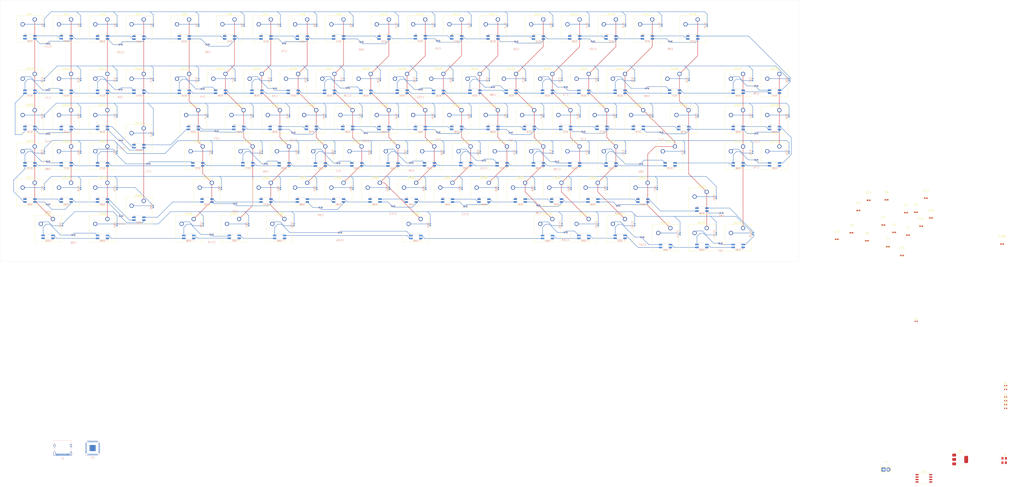
<source format=kicad_pcb>
(kicad_pcb (version 20241229) (generator "pcbnew") (generator_version "9.0")
  (layers (0 "F.Cu" signal) (2 "B.Cu" signal) (13 "F.Paste" user) (15 "B.Paste" user) (5 "F.SilkS" user "F.Silkscreen") (7 "B.SilkS" user "B.Silkscreen") (1 "F.Mask" user) (3 "B.Mask" user) (25 "Edge.Cuts" user))
  (net 0 "")
  (net 1 "GND")
  (net 2 "Net-(U1-XIN)")
  (net 3 "Net-(C2-Pad2)")
  (net 4 "+5V")
  (net 5 "+3.3V")
  (net 6 "+1V1")
  (net 9 "Net-(D1-A)")
  (net 10 "Row 1")
  (net 11 "Net-(D2-A)")
  (net 12 "Net-(D3-A)")
  (net 13 "Net-(D4-A)")
  (net 14 "Net-(D5-A)")
  (net 15 "Net-(D6-A)")
  (net 16 "Net-(D7-A)")
  (net 17 "Net-(D8-A)")
  (net 18 "Net-(D9-A)")
  (net 19 "Net-(D10-A)")
  (net 20 "Net-(D11-A)")
  (net 21 "Net-(D12-A)")
  (net 22 "Net-(D13-A)")
  (net 23 "Net-(D14-A)")
  (net 24 "Net-(D15-A)")
  (net 25 "Net-(D16-A)")
  (net 26 "Net-(D17-A)")
  (net 27 "Net-(D18-A)")
  (net 28 "Net-(D19-A)")
  (net 29 "Row 2")
  (net 30 "Net-(D20-A)")
  (net 31 "Net-(D21-A)")
  (net 32 "Net-(D22-A)")
  (net 33 "Net-(D23-A)")
  (net 34 "Net-(D24-A)")
  (net 35 "Net-(D25-A)")
  (net 36 "Net-(D26-A)")
  (net 37 "Net-(D27-A)")
  (net 38 "Net-(D28-A)")
  (net 39 "Net-(D29-A)")
  (net 40 "Net-(D30-A)")
  (net 41 "Net-(D31-A)")
  (net 42 "Net-(D32-A)")
  (net 43 "Net-(D33-A)")
  (net 44 "Net-(D34-A)")
  (net 45 "Net-(D35-A)")
  (net 46 "Net-(D36-A)")
  (net 47 "Net-(D37-A)")
  (net 48 "Net-(D38-A)")
  (net 49 "Row 3")
  (net 50 "Net-(D39-A)")
  (net 51 "Net-(D40-A)")
  (net 52 "Net-(D41-A)")
  (net 53 "Net-(D42-A)")
  (net 54 "Net-(D43-A)")
  (net 55 "Net-(D44-A)")
  (net 56 "Net-(D45-A)")
  (net 57 "Net-(D46-A)")
  (net 58 "Net-(D47-A)")
  (net 59 "Net-(D48-A)")
  (net 60 "Net-(D49-A)")
  (net 61 "Net-(D50-A)")
  (net 62 "Net-(D51-A)")
  (net 63 "Net-(D52-A)")
  (net 64 "Net-(D53-A)")
  (net 65 "Net-(D54-A)")
  (net 66 "Net-(D55-A)")
  (net 67 "Net-(D56-A)")
  (net 68 "Net-(D57-A)")
  (net 69 "Net-(D58-A)")
  (net 70 "Row 4")
  (net 71 "Net-(D59-A)")
  (net 72 "Net-(D60-A)")
  (net 73 "Net-(D61-A)")
  (net 74 "Net-(D62-A)")
  (net 75 "Net-(D63-A)")
  (net 76 "Net-(D64-A)")
  (net 77 "Net-(D65-A)")
  (net 78 "Net-(D66-A)")
  (net 79 "Net-(D67-A)")
  (net 80 "Net-(D68-A)")
  (net 81 "Net-(D69-A)")
  (net 82 "Net-(D70-A)")
  (net 83 "Net-(D71-A)")
  (net 84 "Net-(D72-A)")
  (net 85 "Net-(D73-A)")
  (net 86 "Net-(D74-A)")
  (net 87 "Net-(D75-A)")
  (net 88 "Net-(D76-A)")
  (net 89 "Net-(D77-A)")
  (net 90 "Row 5")
  (net 91 "Net-(D78-A)")
  (net 92 "Net-(D79-A)")
  (net 93 "Net-(D80-A)")
  (net 94 "Net-(D81-A)")
  (net 95 "Net-(D82-A)")
  (net 96 "Net-(D83-A)")
  (net 97 "Net-(D84-A)")
  (net 98 "Net-(D85-A)")
  (net 99 "Net-(D86-A)")
  (net 100 "Net-(D87-A)")
  (net 101 "Net-(D88-A)")
  (net 102 "Net-(D89-A)")
  (net 103 "Net-(D90-A)")
  (net 104 "Net-(D91-A)")
  (net 105 "Net-(D92-A)")
  (net 106 "Net-(D93-A)")
  (net 107 "Net-(D94-A)")
  (net 108 "Row 6")
  (net 109 "Net-(D95-A)")
  (net 110 "Net-(D96-A)")
  (net 111 "Net-(D97-A)")
  (net 112 "Net-(D98-A)")
  (net 113 "Net-(D99-A)")
  (net 114 "Net-(D100-A)")
  (net 115 "Net-(D101-A)")
  (net 116 "Net-(D102-A)")
  (net 117 "Net-(D103-A)")
  (net 118 "Net-(D104-A)")
  (net 119 "Net-(D105-A)")
  (net 120 "NEO")
  (net 121 "Net-(D106-DOUT)")
  (net 122 "Net-(D107-DOUT)")
  (net 123 "Net-(D108-DOUT)")
  (net 124 "Net-(D109-DOUT)")
  (net 125 "Net-(D110-DOUT)")
  (net 126 "Net-(D111-DOUT)")
  (net 127 "Net-(D112-DOUT)")
  (net 128 "Net-(D113-DOUT)")
  (net 129 "Net-(D114-DOUT)")
  (net 130 "Net-(D115-DOUT)")
  (net 131 "Net-(D116-DOUT)")
  (net 132 "Net-(D117-DOUT)")
  (net 133 "Net-(D118-DOUT)")
  (net 134 "Net-(D119-DOUT)")
  (net 135 "Net-(D120-DOUT)")
  (net 136 "Net-(D121-DOUT)")
  (net 137 "Net-(D122-DOUT)")
  (net 138 "Net-(D123-DOUT)")
  (net 139 "Net-(D124-DOUT)")
  (net 140 "Net-(D125-DOUT)")
  (net 141 "Net-(D126-DOUT)")
  (net 142 "Net-(D126-DIN)")
  (net 143 "Net-(D127-DOUT)")
  (net 144 "Net-(D128-DOUT)")
  (net 145 "Net-(D129-DOUT)")
  (net 146 "Net-(D130-DOUT)")
  (net 147 "Net-(D131-DOUT)")
  (net 148 "Net-(D132-DOUT)")
  (net 149 "Net-(D133-DOUT)")
  (net 150 "Net-(D134-DOUT)")
  (net 151 "Net-(D135-DOUT)")
  (net 152 "Net-(D136-DOUT)")
  (net 153 "Net-(D137-DOUT)")
  (net 154 "Net-(D138-DOUT)")
  (net 155 "Net-(D139-DOUT)")
  (net 156 "Net-(D140-DOUT)")
  (net 157 "Net-(D141-DOUT)")
  (net 158 "Net-(D142-DOUT)")
  (net 159 "Net-(D143-DOUT)")
  (net 160 "Net-(D144-DOUT)")
  (net 161 "Net-(D145-DOUT)")
  (net 162 "Net-(D146-DOUT)")
  (net 163 "Net-(D147-DOUT)")
  (net 164 "Net-(D148-DOUT)")
  (net 165 "Net-(D149-DOUT)")
  (net 166 "Net-(D149-DIN)")
  (net 167 "Net-(D150-DOUT)")
  (net 168 "Net-(D151-DOUT)")
  (net 169 "Net-(D152-DOUT)")
  (net 170 "Net-(D153-DOUT)")
  (net 171 "Net-(D154-DOUT)")
  (net 172 "Net-(D155-DOUT)")
  (net 173 "Net-(D156-DOUT)")
  (net 174 "Net-(D157-DOUT)")
  (net 175 "Net-(D158-DOUT)")
  (net 176 "Net-(D159-DOUT)")
  (net 177 "Net-(D160-DOUT)")
  (net 178 "Net-(D161-DOUT)")
  (net 179 "Net-(D162-DOUT)")
  (net 180 "Net-(D163-DOUT)")
  (net 181 "Net-(D164-DOUT)")
  (net 182 "Net-(D165-DOUT)")
  (net 183 "Net-(D166-DOUT)")
  (net 184 "Net-(D167-DOUT)")
  (net 185 "Net-(D168-DOUT)")
  (net 186 "Net-(D169-DOUT)")
  (net 187 "Net-(D170-DOUT)")
  (net 188 "Net-(D171-DOUT)")
  (net 189 "Net-(D172-DOUT)")
  (net 190 "Net-(D173-DOUT)")
  (net 191 "Net-(D174-DOUT)")
  (net 192 "Net-(D175-DOUT)")
  (net 193 "Net-(D176-DOUT)")
  (net 194 "Net-(D177-DOUT)")
  (net 195 "Net-(D178-DOUT)")
  (net 196 "Net-(D179-DOUT)")
  (net 197 "Net-(D180-DOUT)")
  (net 198 "Net-(D181-DOUT)")
  (net 199 "Net-(D182-DOUT)")
  (net 200 "Net-(D183-DOUT)")
  (net 201 "Net-(D184-DOUT)")
  (net 202 "Net-(D185-DOUT)")
  (net 203 "Net-(D188-DOUT)")
  (net 204 "Net-(D189-DOUT)")
  (net 205 "Net-(D190-DOUT)")
  (net 206 "Net-(D191-DOUT)")
  (net 207 "Net-(D192-DOUT)")
  (net 208 "Net-(D193-DOUT)")
  (net 209 "Net-(D194-DOUT)")
  (net 210 "Net-(D195-DOUT)")
  (net 211 "Net-(D196-DOUT)")
  (net 212 "Net-(D197-DOUT)")
  (net 213 "Net-(D198-DOUT)")
  (net 214 "Net-(D199-DOUT)")
  (net 215 "Net-(D200-DOUT)")
  (net 216 "Net-(D201-DOUT)")
  (net 217 "Net-(D202-DOUT)")
  (net 218 "Net-(D203-DOUT)")
  (net 219 "Net-(D204-DOUT)")
  (net 220 "Net-(D205-DOUT)")
  (net 221 "Net-(D206-DOUT)")
  (net 222 "Net-(D207-DOUT)")
  (net 223 "Net-(D208-DOUT)")
  (net 224 "Net-(D209-DOUT)")
  (net 225 "D+")
  (net 226 "Net-(J1-CC2)")
  (net 227 "D-")
  (net 228 "Net-(J1-CC1)")
  (net 229 "Net-(J2-Pin_2)")
  (net 230 "Net-(U1-XOUT)")
  (net 231 "Net-(U1-USB_DP)")
  (net 232 "Net-(U1-USB_DM)")
  (net 233 "/QSPI_SS")
  (net 234 "Col 1")
  (net 235 "Col 2")
  (net 236 "Col 3")
  (net 237 "Col 4")
  (net 238 "Col 5")
  (net 239 "Col 6")
  (net 240 "Col 7")
  (net 241 "Col 8")
  (net 242 "Col 9")
  (net 243 "Col 10")
  (net 244 "Col 11")
  (net 245 "Col 12")
  (net 246 "Col 13")
  (net 247 "Col 14")
  (net 248 "Col 15")
  (net 249 "Col 16")
  (net 250 "Col 17")
  (net 251 "Col 18")
  (net 252 "Col 19")
  (net 253 "Col 20")
  (net 254 "/QSPI_SD1")
  (net 257 "ENC_A")
  (net 258 "/QSPI_SD2")
  (net 259 "/QSPI_SD3")
  (net 261 "/QSPI_SCLK")
  (net 262 "ENC_B")
  (net 263 "/QSPI_SD0")
  (footprint "Button_Switch_Keyboard:SW_Cherry_MX_1.00u_PCB" (layer "F.Cu") (at 95.25 38.1)
    (property "Reference" "SW4")
    (property "Value" "SW_Push_45deg")
  )
  (footprint "Resistor_SMD:R_0402_1005Metric" (layer "F.Cu") (at 547.32 232.32)
    (property "Reference" "R2")
    (property "Value" "5.1k")
  )
  (footprint "Button_Switch_Keyboard:SW_Cherry_MX_1.00u_PCB" (layer "F.Cu") (at 361.95 38.1)
    (property "Reference" "SW17")
    (property "Value" "SW_Push_45deg")
  )
  (footprint "Button_Switch_Keyboard:SW_Cherry_MX_1.00u_PCB" (layer "F.Cu") (at 95.25 95.25)
    (property "Reference" "SW42")
    (property "Value" "SW_Push_45deg")
  )
  (footprint "Button_Switch_Keyboard:SW_Cherry_MX_1.00u_PCB" (layer "F.Cu") (at 57.15 104.775)
    (property "Reference" "SW60")
    (property "Value" "SW_Push_45deg")
  )
  (footprint "Button_Switch_Keyboard:SW_Cherry_MX_1.00u_PCB" (layer "F.Cu") (at 126.20625 104.775)
    (property "Reference" "SW62")
    (property "Value" "SW_Push_45deg")
  )
  (footprint "Button_Switch_Keyboard:SW_Cherry_MX_1.00u_PCB" (layer "F.Cu") (at 328.6125 142.875)
    (property "Reference" "SW101")
    (property "Value" "SW_Push_45deg")
  )
  (footprint "Button_Switch_Keyboard:SW_Cherry_MX_1.00u_PCB" (layer "F.Cu") (at 347.6625 66.675)
    (property "Reference" "SW35")
    (property "Value" "SW_Push_45deg")
  )
  (footprint "Button_Switch_Keyboard:SW_Cherry_MX_1.00u_PCB" (layer "F.Cu") (at 280.9875 38.1)
    (property "Reference" "SW13")
    (property "Value" "SW_Push_45deg")
  )
  (footprint "CL05A105KP5NNNC:C0402" (layer "F.Cu") (at 500.25 139.3)
    (property "Reference" "C5")
    (property "Value" "1u")
  )
  (footprint "Button_Switch_Keyboard:SW_Cherry_MX_1.00u_PCB" (layer "F.Cu") (at 119.0625 38.1)
    (property "Reference" "SW5")
    (property "Value" "SW_Push_45deg")
  )
  (footprint "Button_Switch_Keyboard:SW_Cherry_MX_1.00u_PCB" (layer "F.Cu") (at 38.1 38.1)
    (property "Reference" "SW1")
    (property "Value" "SW_Push_45deg")
  )
  (footprint "CC0402KRX7R7BB104:C0402" (layer "F.Cu") (at 475.45 133)
    (property "Reference" "C11")
    (property "Value" "100n")
  )
  (footprint "Button_Switch_Keyboard:SW_Cherry_MX_1.00u_PCB" (layer "F.Cu") (at 219.075 123.825)
    (property "Reference" "SW85")
    (property "Value" "SW_Push_45deg")
  )
  (footprint "Button_Switch_Keyboard:SW_Cherry_MX_1.00u_PCB" (layer "F.Cu") (at 373.85625 104.775)
    (property "Reference" "SW74")
    (property "Value" "SW_Push_45deg")
  )
  (footprint "Button_Switch_Keyboard:SW_Cherry_MX_1.00u_PCB" (layer "F.Cu") (at 157.1625 66.675)
    (property "Reference" "SW25")
    (property "Value" "SW_Push_45deg")
  )
  (footprint "Button_Switch_Keyboard:SW_Cherry_MX_1.00u_PCB" (layer "F.Cu") (at 371.475 147.6375)
    (property "Reference" "SW103")
    (property "Value" "SW_Push_45deg")
  )
  (footprint "Button_Switch_Keyboard:SW_Cherry_MX_1.00u_PCB" (layer "F.Cu") (at 247.65 104.775)
    (property "Reference" "SW68")
    (property "Value" "SW_Push_45deg")
  )
  (footprint "Button_Switch_Keyboard:SW_Cherry_MX_1.00u_PCB" (layer "F.Cu") (at 261.9375 85.725)
    (property "Reference" "SW50")
    (property "Value" "SW_Push_45deg")
  )
  (footprint "Button_Switch_Keyboard:SW_Cherry_MX_1.00u_PCB" (layer "F.Cu") (at 200.025 123.825)
    (property "Reference" "SW84")
    (property "Value" "SW_Push_45deg")
  )
  (footprint "Button_Switch_Keyboard:SW_Cherry_MX_1.00u_PCB" (layer "F.Cu") (at 390.525 147.6375)
    (property "Reference" "SW104")
    (property "Value" "SW_Push_45deg")
  )
  (footprint "Button_Switch_Keyboard:SW_Cherry_MX_1.00u_PCB" (layer "F.Cu") (at 76.2 104.775)
    (property "Reference" "SW61")
    (property "Value" "SW_Push_45deg")
  )
  (footprint "Resistor_SMD:R_0402_1005Metric" (layer "F.Cu") (at 547.32 236.3)
    (property "Reference" "R4")
    (property "Value" "27.4")
  )
  (footprint "CC0402KRX7R7BB104:C0402" (layer "F.Cu") (at 505.45 131.9)
    (property "Reference" "C13")
    (property "Value" "100n")
  )
  (footprint "Button_Switch_Keyboard:SW_Cherry_MX_1.00u_PCB" (layer "F.Cu") (at 38.1 85.725)
    (property "Reference" "SW39")
    (property "Value" "SW_Push_45deg")
  )
  (footprint "Button_Switch_Keyboard:SW_Cherry_MX_1.00u_PCB" (layer "F.Cu") (at 304.8 104.775)
    (property "Reference" "SW71")
    (property "Value" "SW_Push_45deg")
  )
  (footprint "Button_Switch_Keyboard:SW_Cherry_MX_1.00u_PCB" (layer "F.Cu") (at 57.15 123.825)
    (property "Reference" "SW78")
    (property "Value" "SW_Push_45deg")
  )
  (footprint "Button_Switch_Keyboard:SW_Cherry_MX_1.00u_PCB" (layer "F.Cu") (at 359.56875 123.825)
    (property "Reference" "SW92")
    (property "Value" "SW_Push_45deg")
  )
  (footprint "CC0402KRX7R7BB104:C0402" (layer "F.Cu") (at 470.05 138.4)
    (property "Reference" "C10")
    (property "Value" "100n")
  )
  (footprint "Button_Switch_Keyboard:SW_Cherry_MX_1.00u_PCB" (layer "F.Cu") (at 309.5625 142.875)
    (property "Reference" "SW100")
    (property "Value" "SW_Push_45deg")
  )
  (footprint "Button_Switch_Keyboard:SW_Cherry_MX_1.00u_PCB" (layer "F.Cu") (at 38.1 66.675)
    (property "Reference" "SW19")
    (property "Value" "SW_Push_45deg")
  )
  (footprint "Button_Switch_Keyboard:SW_Cherry_MX_1.00u_PCB" (layer "F.Cu") (at 276.225 123.825)
    (property "Reference" "SW88")
    (property "Value" "SW_Push_45deg")
  )
  (footprint "Button_Switch_Keyboard:SW_Cherry_MX_1.00u_PCB" (layer "F.Cu") (at 209.55 104.775)
    (property "Reference" "SW66")
    (property "Value" "SW_Push_45deg")
  )
  (footprint "Button_Switch_Keyboard:SW_Cherry_MX_1.00u_PCB" (layer "F.Cu") (at 76.2 85.725)
    (property "Reference" "SW41")
    (property "Value" "SW_Push_45deg")
  )
  (footprint "Button_Switch_Keyboard:SW_Cherry_MX_1.00u_PCB" (layer "F.Cu") (at 161.925 38.1)
    (property "Reference" "SW7")
    (property "Value" "SW_Push_45deg")
  )
  (footprint "Button_Switch_Keyboard:SW_Cherry_MX_1.00u_PCB" (layer "F.Cu") (at 290.5125 66.675)
    (property "Reference" "SW32")
    (property "Value" "SW_Push_45deg")
  )
  (footprint "CC0402KRX7R7BB104:C0402" (layer "F.Cu") (at 458.75 153.5)
    (property "Reference" "C12")
    (property "Value" "100n")
  )
  (footprint "Button_Switch_Keyboard:SW_Cherry_MX_1.00u_PCB" (layer "F.Cu") (at 76.2 123.825)
    (property "Reference" "SW79")
    (property "Value" "SW_Push_45deg")
  )
  (footprint "Button_Switch_Keyboard:SW_Cherry_MX_1.00u_PCB" (layer "F.Cu") (at 214.3125 66.675)
    (property "Reference" "SW28")
    (property "Value" "SW_Push_45deg")
  )
  (footprint "Button_Switch_Keyboard:SW_Cherry_MX_1.00u_PCB" (layer "F.Cu") (at 242.8875 85.725)
    (property "Reference" "SW49")
    (property "Value" "SW_Push_45deg")
  )
  (footprint "Button_Switch_Keyboard:SW_Cherry_MX_1.00u_PCB" (layer "F.Cu") (at 266.7 104.775)
    (property "Reference" "SW69")
    (property "Value" "SW_Push_45deg")
  )
  (footprint "Package_SO:SOIC-8_5.3x5.3mm_P1.27mm" (layer "F.Cu") (at 504.4125 278.995)
    (property "Reference" "U3")
    (property "Value" "W25Q128JVS")
  )
  (footprint "Button_Switch_Keyboard:SW_Cherry_MX_1.00u_PCB" (layer "F.Cu") (at 76.2 142.875)
    (property "Reference" "SW95")
    (property "Value" "SW_Push_45deg")
  )
  (footprint "Button_Switch_Keyboard:SW_Cherry_MX_1.00u_PCB" (layer "F.Cu") (at 171.45 104.775)
    (property "Reference" "SW64")
    (property "Value" "SW_Push_45deg")
  )
  (footprint "Button_Switch_Keyboard:SW_Cherry_MX_1.00u_PCB" (layer "F.Cu") (at 76.2 38.1)
    (property "Reference" "SW3")
    (property "Value" "SW_Push_45deg")
  )
  (footprint "Button_Switch_Keyboard:SW_Cherry_MX_1.00u_PCB" (layer "F.Cu") (at 57.15 66.675)
    (property "Reference" "SW20")
    (property "Value" "SW_Push_45deg")
  )
  (footprint "Button_Switch_Keyboard:SW_Cherry_MX_1.00u_PCB" (layer "F.Cu") (at 204.7875 85.725)
    (property "Reference" "SW47")
    (property "Value" "SW_Push_45deg")
  )
  (footprint "CC0402FRNPO9BN150:C0402" (layer "F.Cu") (at 495.05 139.5)
    (property "Reference" "C1")
    (property "Value" "15p")
  )
  (footprint "Button_Switch_Keyboard:SW_Cherry_MX_1.00u_PCB" (layer "F.Cu") (at 338.1375 85.725)
    (property "Reference" "SW54")
    (property "Value" "SW_Push_45deg")
  )
  (footprint "Button_Switch_Keyboard:SW_Cherry_MX_1.00u_PCB" (layer "F.Cu") (at 342.9 38.1)
    (property "Reference" "SW16")
    (property "Value" "SW_Push_45deg")
  )
  (footprint "Button_Switch_Keyboard:SW_Cherry_MX_1.00u_PCB" (layer "F.Cu") (at 409.575 104.775)
    (property "Reference" "SW75")
    (property "Value" "SW_Push_45deg")
  )
  (footprint "Button_Switch_Keyboard:SW_Cherry_MX_1.00u_PCB" (layer "F.Cu") (at 38.1 104.775)
    (property "Reference" "SW59")
    (property "Value" "SW_Push_45deg")
  )
  (footprint "CC0402KRX7R7BB104:C0402" (layer "F.Cu") (at 484.85 132.8)
    (property "Reference" "C6")
    (property "Value" "100n")
  )
  (footprint "Button_Switch_Keyboard:SW_Cherry_MX_1.00u_PCB" (layer "F.Cu") (at 76.2 66.675)
    (property "Reference" "SW21")
    (property "Value" "SW_Push_45deg")
  )
  (footprint "CC0402KRX7R7BB104:C0402" (layer "F.Cu") (at 545.45 156)
    (property "Reference" "C108")
    (property "Value" "0.1u")
  )
  (footprint "Button_Switch_Keyboard:SW_Cherry_MX_1.00u_PCB" (layer "F.Cu") (at 376.2375 66.675)
    (property "Reference" "SW36")
    (property "Value" "SW_Push_45deg")
  )
  (footprint "Button_Switch_Keyboard:SW_Cherry_MX_1.00u_PCB" (layer "F.Cu") (at 223.8375 38.1)
    (property "Reference" "SW10")
    (property "Value" "SW_Push_45deg")
  )
  (footprint "Resistor_SMD:R_0402_1005Metric" (layer "F.Cu") (at 500.39 196.6)
    (property "Reference" "R3")
    (property "Value" "5.1k")
  )
  (footprint "Button_Switch_Keyboard:SW_Cherry_MX_1.00u_PCB" (layer "F.Cu") (at 238.125 123.825)
    (property "Reference" "SW86")
    (property "Value" "SW_Push_45deg")
  )
  (footprint "Button_Switch_Keyboard:SW_Cherry_MX_1.00u_PCB" (layer "F.Cu") (at 166.6875 85.725)
    (property "Reference" "SW45")
    (property "Value" "SW_Push_45deg")
  )
  (footprint "Button_Switch_Keyboard:SW_Cherry_MX_1.00u_PCB" (layer "F.Cu") (at 300.0375 85.725)
    (property "Reference" "SW52")
    (property "Value" "SW_Push_45deg")
  )
  (footprint "CC0402KRX7R7BB104:C0402" (layer "F.Cu") (at 466.45 150.1)
    (property "Reference" "C9")
    (property "Value" "100n")
  )
  (footprint "Button_Switch_Keyboard:SW_Cherry_MX_1.00u_PCB" (layer "F.Cu") (at 161.925 123.825)
    (property "Reference" "SW82")
    (property "Value" "SW_Push_45deg")
  )
  (footprint "Button_Switch_Keyboard:SW_Cherry_MX_1.00u_PCB" (layer "F.Cu") (at 145.25625 142.875)
    (property "Reference" "SW97")
    (property "Value" "SW_Push_45deg")
  )
  (footprint "Resistor_SMD:R_0402_1005Metric" (layer "F.Cu") (at 547.32 242.27)
    (property "Reference" "R7")
    (property "Value" "DNF")
  )
  (footprint "Button_Switch_Keyboard:SW_Cherry_MX_1.00u_PCB" (layer "F.Cu") (at 242.8875 38.1)
    (property "Reference" "SW11")
    (property "Value" "SW_Push_45deg")
  )
  (footprint "Button_Switch_Keyboard:SW_Cherry_MX_1.00u_PCB" (layer "F.Cu") (at 121.44375 142.875)
    (property "Reference" "SW96")
    (property "Value" "SW_Push_45deg")
  )
  (footprint "Button_Switch_Keyboard:SW_Cherry_MX_1.00u_PCB" (layer "F.Cu") (at 333.375 123.825)
    (property "Reference" "SW91")
    (property "Value" "SW_Push_45deg")
  )
  (footprint "Button_Switch_Keyboard:SW_Cherry_MX_1.00u_PCB" (layer "F.Cu") (at 295.275 123.825)
    (property "Reference" "SW89")
    (property "Value" "SW_Push_45deg")
  )
  (footprint "Button_Switch_Keyboard:SW_Cherry_MX_1.00u_PCB" (layer "F.Cu") (at 180.975 123.825)
    (property "Reference" "SW83")
    (property "Value" "SW_Push_45deg")
  )
  (footprint "Button_Switch_Keyboard:SW_Cherry_MX_1.00u_PCB" (layer "F.Cu") (at 381 85.725)
    (property "Reference" "SW56")
    (property "Value" "SW_Push_45deg")
  )
  (footprint "Button_Switch_Keyboard:SW_Cherry_MX_1.00u_PCB" (layer "F.Cu") (at 323.85 104.775)
    (property "Reference" "SW72")
    (property "Value" "SW_Push_45deg")
  )
  (footprint "Button_Switch_Keyboard:SW_Cherry_MX_1.00u_PCB" (layer "F.Cu") (at 328.6125 66.675)
    (property "Reference" "SW34")
    (property "Value" "SW_Push_45deg")
  )
  (footprint "Button_Switch_Keyboard:SW_Cherry_MX_1.00u_PCB" (layer "F.Cu") (at 152.4 104.775)
    (property "Reference" "SW63")
    (property "Value" "SW_Push_45deg")
  )
  (footprint "Button_Switch_Keyboard:SW_Cherry_MX_1.00u_PCB" (layer "F.Cu") (at 280.9875 85.725)
    (property "Reference" "SW51")
    (property "Value" "SW_Push_45deg")
  )
  (footprint "Button_Switch_Keyboard:SW_Cherry_MX_1.00u_PCB" (layer "F.Cu") (at 223.8375 85.725)
    (property "Reference" "SW48")
    (property "Value" "SW_Push_45deg")
  )
  (footprint "Button_Switch_Keyboard:SW_Cherry_MX_1.00u_PCB" (layer "F.Cu") (at 176.2125 66.675)
    (property "Reference" "SW26")
    (property "Value" "SW_Push_45deg")
  )
  (footprint "Package_TO_SOT_SMD:SOT-223-3_TabPin2" (layer "F.Cu") (at 523.45 269.1)
    (property "Reference" "U2")
    (property "Value" "NCP1117-3.3_SOT223")
  )
  (footprint "CL05A106MQ5NUNC:C0402" (layer "F.Cu") (at 488.85 149.9)
    (property "Reference" "C3")
    (property "Value" "10u")
  )
  (footprint "Button_Switch_Keyboard:SW_Cherry_MX_1.00u_PCB" (layer "F.Cu") (at 428.625 104.775)
    (property "Reference" "SW76")
    (property "Value" "SW_Push_45deg")
  )
  (footprint "Button_Switch_Keyboard:SW_Cherry_MX_1.00u_PCB" (layer "F.Cu") (at 309.5625 66.675)
    (property "Reference" "SW33")
    (property "Value" "SW_Push_45deg")
  )
  (footprint "CL05A105KP5NNNC:C0402" (layer "F.Cu") (at 503 146.6)
    (property "Reference" "C15")
    (property "Value" "1u")
  )
  (footprint "Button_Switch_Keyboard:SW_Cherry_MX_1.00u_PCB" (layer "F.Cu") (at 323.85 38.1)
    (property "Reference" "SW15")
    (property "Value" "SW_Push_45deg")
  )
  (footprint "Button_Switch_Keyboard:SW_Cherry_MX_1.00u_PCB" (layer "F.Cu") (at 138.1125 66.675)
    (property "Reference" "SW24")
    (property "Value" "SW_Push_45deg")
  )
  (footprint "CC0402KRX7R7BB104:C0402" (layer "F.Cu") (at 508.15 142.3)
    (property "Reference" "C16")
    (property "Value" "100n")
  )
  (footprint "Button_Switch_Keyboard:SW_Cherry_MX_1.00u_PCB" (layer "F.Cu") (at 319.0875 85.725)
    (property "Reference" "SW53")
    (property "Value" "SW_Push_45deg")
  )
  (footprint "PZ254V-11-02P:HDR-TH_2P-P2.54-V-M" (layer "F.Cu") (at 484.53 274.4)
    (property "Reference" "J2")
    (property "Value" "Conn_01x02")
  )
  (footprint "CC0402KRX7R7BB104:C0402" (layer "F.Cu") (at 474.55 154.3)
    (property "Reference" "C8")
    (property "Value" "100n")
  )
  (footprint "Button_Switch_Keyboard:SW_Cherry_MX_1.00u_PCB" (layer "F.Cu") (at 95.25 133.35)
    (property "Reference" "SW80")
    (property "Value" "SW_Push_45deg")
  )
  (footprint "Button_Switch_Keyboard:SW_Cherry_MX_1.00u_PCB" (layer "F.Cu") (at 57.15 85.725)
    (property "Reference" "SW40")
    (property "Value" "SW_Push_45deg")
  )
  (footprint "Button_Switch_Keyboard:SW_Cherry_MX_1.00u_PCB" (layer "F.Cu") (at 228.6 104.775)
    (property "Reference" "SW67")
    (property "Value" "SW_Push_45deg")
  )
  (footprint "Button_Switch_Keyboard:SW_Cherry_MX_1.00u_PCB" (layer "F.Cu") (at 257.175 123.825)
    (property "Reference" "SW87")
    (property "Value" "SW_Push_45deg")
  )
  (footprint "CC0402KRX7R7BB104:C0402" (layer "F.Cu") (at 492.95 162)
    (property "Reference" "C14")
    (property "Value" "100n")
  )
  (footprint "Button_Switch_Keyboard:SW_Cherry_MX_1.00u_PCB" (layer "F.Cu") (at 57.15 38.1)
    (property "Reference" "SW2")
    (property "Value" "SW_Push_45deg")
  )
  (footprint "CC0402FRNPO9BN150:C0402" (layer "F.Cu") (at 483.15 146)
    (property "Reference" "C2")
    (property "Value" "15p")
  )
  (footprint "Button_Switch_Keyboard:SW_Cherry_MX_1.00u_PCB" (layer "F.Cu") (at 314.325 123.825)
    (property "Reference" "SW90")
    (property "Value" "SW_Push_45deg")
  )
  (footprint "Button_Switch_Keyboard:SW_Cherry_MX_1.00u_PCB" (layer "F.Cu") (at 190.5 104.775)
    (property "Reference" "SW65")
    (property "Value" "SW_Push_45deg")
  )
  (footprint "Resistor_SMD:R_0402_1005Metric" (layer "F.Cu") (at 547.32 240.28)
    (property "Reference" "R6")
    (property "Value" "1k")
  )
  (footprint "Button_Switch_Keyboard:SW_Cherry_MX_1.00u_PCB" (layer "F.Cu") (at 357.1875 85.725)
    (property "Reference" "SW55")
    (property "Value" "SW_Push_45deg")
  )
  (footprint "Button_Switch_Keyboard:SW_Cherry_MX_1.00u_PCB" (layer "F.Cu") (at 185.7375 85.725)
    (property "Reference" "SW46")
    (property "Value" "SW_Push_45deg")
  )
  (footprint "Button_Switch_Keyboard:SW_Cherry_MX_1.00u_PCB" (layer "F.Cu") (at 428.625 66.675)
    (property "Reference" "SW38")
    (property "Value" "SW_Push_45deg")
  )
  (footprint "Button_Switch_Keyboard:SW_Cherry_MX_1.00u_PCB" (layer "F.Cu") (at 142.875 38.1)
    (property "Reference" "SW6")
    (property "Value" "SW_Push_45deg")
  )
  (footprint "Button_Switch_Keyboard:SW_Cherry_MX_1.00u_PCB" (layer "F.Cu") (at 409.575 85.725)
    (property "Reference" "SW57")
    (property "Value" "SW_Push_45deg")
  )
  (footprint "Button_Switch_Keyboard:SW_Cherry_MX_1.00u_PCB" (layer "F.Cu") (at 200.025 38.1)
    (property "Reference" "SW9")
    (property "Value" "SW_Push_45deg")
  )
  (footprint "Button_Switch_Keyboard:SW_Cherry_MX_1.00u_PCB" (layer "F.Cu") (at 390.525 128.5875)
    (property "Reference" "SW93")
    (property "Value" "SW_Push_45deg")
  )
  (footprint "Button_Switch_Keyboard:SW_Cherry_MX_1.00u_PCB" (layer "F.Cu") (at 409.575 147.6375)
    (property "Reference" "SW105")
    (property "Value" "SW_Push_45deg")
  )
  (footprint "Button_Switch_Keyboard:SW_Cherry_MX_1.00u_PCB" (layer "F.Cu") (at 271.4625 66.675)
    (property "Reference" "SW31")
    (property "Value" "SW_Push_45deg")
  )
  (footprint "Button_Switch_Keyboard:SW_Cherry_MX_1.00u_PCB" (layer "F.Cu") (at 409.575 66.675)
    (property "Reference" "SW37")
    (property "Value" "SW_Push_45deg")
  )
  (footprint "Button_Switch_Keyboard:SW_Cherry_MX_1.00u_PCB" (layer "F.Cu") (at 119.0625 66.675)
    (property "Reference" "SW23")
    (property "Value" "SW_Push_45deg")
  )
  (footprint "Button_Switch_Keyboard:SW_Cherry_MX_1.00u_PCB" (layer "F.Cu") (at 123.825 85.725)
    (property "Reference" "SW43")
    (property "Value" "SW_Push_45deg")
  )
  (footprint "CL05A106MQ5NUNC:C0402" (layer "F.Cu") (at 496.05 151.3)
    (property "Reference" "C4")
    (property "Value" "10u")
  )
  (footprint "Button_Switch_Keyboard:SW_Cherry_MX_1.00u_PCB" (layer "F.Cu") (at 385.7625 38.1)
    (property "Reference" "SW18")
    (property "Value" "SW_Push_45deg")
  )
  (footprint "Resistor_SMD:R_0402_1005Metric" (layer "F.Cu") (at 547.32 238.29)
    (property "Reference" "R5")
    (property "Value" "27.4")
  )
  (footprint "Button_Switch_Keyboard:SW_Cherry_MX_1.00u_PCB" (layer "F.Cu") (at 233.3625 66.675)
    (property "Reference" "SW29")
    (property "Value" "SW_Push_45deg")
  )
  (footprint "Button_Switch_Keyboard:SW_Cherry_MX_1.00u_PCB" (layer "F.Cu") (at 95.25 66.675)
    (property "Reference" "SW22")
    (property "Value" "SW_Push_45deg")
  )
  (footprint "ABM8_272_T3:XTAL_ABM8-272-T3" (layer "F.Cu") (at 546.525 269.65)
    (property "Reference" "Y1")
    (property "Value" "ABM8-272-T3")
  )
  (footprint "Button_Switch_Keyboard:SW_Cherry_MX_1.00u_PCB" (layer "F.Cu") (at 180.975 38.1)
    (property "Reference" "SW8")
    (property "Value" "SW_Push_45deg")
  )
  (footprint "Button_Switch_Keyboard:SW_Cherry_MX_1.00u_PCB" (layer "F.Cu") (at 261.9375 38.1)
    (property "Reference" "SW12")
    (property "Value" "SW_Push_45deg")
  )
  (footprint "Button_Switch_Keyboard:SW_Cherry_MX_1.00u_PCB" (layer "F.Cu") (at 342.9 104.775)
    (property "Reference" "SW73")
    (property "Value" "SW_Push_45deg")
  )
  (footprint "Button_Switch_Keyboard:SW_Cherry_MX_1.00u_PCB" (layer "F.Cu") (at 147.6375 85.725)
    (property "Reference" "SW44")
    (property "Value" "SW_Push_45deg")
  )
  (footprint "Button_Switch_Keyboard:SW_Cherry_MX_1.00u_PCB" (layer "F.Cu") (at 304.8 38.1)
    (property "Reference" "SW14")
    (property "Value" "SW_Push_45deg")
  )
  (footprint "Resistor_SMD:R_0402_1005Metric" (layer "F.Cu") (at 547.32 230.33)
    (property "Reference" "R1")
    (property "Value" "1k")
  )
  (footprint "Button_Switch_Keyboard:SW_Cherry_MX_1.00u_PCB" (layer "F.Cu") (at 195.2625 66.675)
    (property "Reference" "SW27")
    (property "Value" "SW_Push_45deg")
  )
  (footprint "Button_Switch_Keyboard:SW_Cherry_MX_1.00u_PCB" (layer "F.Cu") (at 38.1 123.825)
    (property "Reference" "SW77")
    (property "Value" "SW_Push_45deg")
  )
  (footprint "Button_Switch_Keyboard:SW_Cherry_MX_1.00u_PCB" (layer "F.Cu") (at 428.625 85.725)
    (property "Reference" "SW58")
    (property "Value" "SW_Push_45deg")
  )
  (footprint "Button_Switch_Keyboard:SW_Cherry_MX_1.00u_PCB" (layer "F.Cu") (at 240.50625 142.875)
    (property "Reference" "SW99")
    (property "Value" "SW_Push_45deg")
  )
  (footprint "CC0402KRX7R7BB104:C0402" (layer "F.Cu") (at 485.55 157.4)
    (property "Reference" "C7")
    (property "Value" "100n")
  )
  (footprint "Button_Switch_Keyboard:SW_Cherry_MX_1.00u_PCB" (layer "F.Cu") (at 47.625 142.875)
    (property "Reference" "SW94")
    (property "Value" "SW_Push_45deg")
  )
  (footprint "Button_Switch_Keyboard:SW_Cherry_MX_1.00u_PCB" (layer "F.Cu") (at 169.06875 142.875)
    (property "Reference" "SW98")
    (property "Value" "SW_Push_45deg")
  )
  (footprint "Button_Switch_Keyboard:SW_Cherry_MX_1.00u_PCB" (layer "F.Cu") (at 252.4125 66.675)
    (property "Reference" "SW30")
    (property "Value" "SW_Push_45deg")
  )
  (footprint "Button_Switch_Keyboard:SW_Cherry_MX_1.00u_PCB" (layer "F.Cu") (at 130.96875 123.825)
    (property "Reference" "SW81")
    (property "Value" "SW_Push_45deg")
  )
  (footprint "Button_Switch_Keyboard:SW_Cherry_MX_1.00u_PCB" (layer "F.Cu") (at 285.75 104.775)
    (property "Reference" "SW70")
    (property "Value" "SW_Push_45deg")
  )
  (footprint "Button_Switch_Keyboard:SW_Cherry_MX_1.00u_PCB" (layer "F.Cu") (at 347.6625 142.875)
    (property "Reference" "SW102")
    (property "Value" "SW_Push_45deg")
  )
  (footprint "Diode_SMD:RB161QS-40" (layer "B.Cu") (at 228.9175 88.755 -90)
    (property "Reference" "D48")
    (property "Value" "D")
  )
  (footprint "SK6812MINI Reverse:SK6812MINI-E" (layer "B.Cu") (at 235.585 133.2 180)
    (property "Reference" "D191")
    (property "Value" "SK6812MINI" (hide yes))
    (fp_line (start 1.7 1.5) (end 1.7 -1.5) (stroke (width 0.12)) (layer "Edge.Cuts"))
    (fp_line (start 1.7 -1.5) (end -1.7 -1.5) (stroke (width 0.12)) (layer "Edge.Cuts"))
    (fp_line (start -1.7 1.5) (end 1.7 1.5) (stroke (width 0.12)) (layer "Edge.Cuts"))
    (fp_line (start -1.7 -1.5) (end -1.7 1.5) (stroke (width 0.12)) (layer "Edge.Cuts"))
  )
  (footprint "Diode_SMD:RB161QS-40" (layer "B.Cu") (at 147.955 41.13 -90)
    (property "Reference" "D6")
    (property "Value" "D")
  )
  (footprint "SK6812MINI Reverse:SK6812MINI-E" (layer "B.Cu") (at 92.71 104.645 180)
    (property "Reference" "D150")
    (property "Value" "SK6812MINI" (hide yes))
    (fp_line (start 1.7 1.5) (end 1.7 -1.5) (stroke (width 0.12)) (layer "Edge.Cuts"))
    (fp_line (start 1.7 -1.5) (end -1.7 -1.5) (stroke (width 0.12)) (layer "Edge.Cuts"))
    (fp_line (start -1.7 1.5) (end 1.7 1.5) (stroke (width 0.12)) (layer "Edge.Cuts"))
    (fp_line (start -1.7 -1.5) (end -1.7 1.5) (stroke (width 0.12)) (layer "Edge.Cuts"))
  )
  (footprint "Diode_SMD:RB161QS-40" (layer "B.Cu") (at 43.18 41.13 -90)
    (property "Reference" "D1")
    (property "Value" "D")
  )
  (footprint "SK6812MINI Reverse:SK6812MINI-E" (layer "B.Cu") (at 407.035 95.045 180)
    (property "Reference" "D180")
    (property "Value" "SK6812MINI" (hide yes))
    (fp_line (start 1.7 1.5) (end 1.7 -1.5) (stroke (width 0.12)) (layer "Edge.Cuts"))
    (fp_line (start 1.7 -1.5) (end -1.7 -1.5) (stroke (width 0.12)) (layer "Edge.Cuts"))
    (fp_line (start -1.7 1.5) (end 1.7 1.5) (stroke (width 0.12)) (layer "Edge.Cuts"))
    (fp_line (start -1.7 -1.5) (end -1.7 1.5) (stroke (width 0.12)) (layer "Edge.Cuts"))
  )
  (footprint "CC0402KRX7R7BB104:C0402" (layer "B.Cu") (at 330.85 49.6)
    (property "Reference" "C104")
    (property "Value" "0.1u")
  )
  (footprint "Diode_SMD:RB161QS-40" (layer "B.Cu") (at 364.64875 126.855 -90)
    (property "Reference" "D92")
    (property "Value" "D")
  )
  (footprint "Diode_SMD:RB161QS-40" (layer "B.Cu") (at 176.53 107.805 -90)
    (property "Reference" "D64")
    (property "Value" "D")
  )
  (footprint "CC0402KRX7R7BB104:C0402" (layer "B.Cu") (at 83.35 101.6)
    (property "Reference" "C117")
    (property "Value" "0.1u")
  )
  (footprint "Diode_SMD:RB161QS-40" (layer "B.Cu") (at 124.1425 41.13 -90)
    (property "Reference" "D5")
    (property "Value" "D")
  )
  (footprint "SK6812MINI Reverse:SK6812MINI-E" (layer "B.Cu") (at 302.26 47.6 180)
    (property "Reference" "D119")
    (property "Value" "SK6812MINI" (hide yes))
    (fp_line (start 1.7 1.5) (end 1.7 -1.5) (stroke (width 0.12)) (layer "Edge.Cuts"))
    (fp_line (start 1.7 -1.5) (end -1.7 -1.5) (stroke (width 0.12)) (layer "Edge.Cuts"))
    (fp_line (start -1.7 1.5) (end 1.7 1.5) (stroke (width 0.12)) (layer "Edge.Cuts"))
    (fp_line (start -1.7 -1.5) (end -1.7 1.5) (stroke (width 0.12)) (layer "Edge.Cuts"))
  )
  (footprint "SK6812MINI Reverse:SK6812MINI-E" (layer "B.Cu") (at 116.5225 47.545 180)
    (property "Reference" "D110")
    (property "Value" "SK6812MINI" (hide yes))
    (fp_line (start 1.7 1.5) (end 1.7 -1.5) (stroke (width 0.12)) (layer "Edge.Cuts"))
    (fp_line (start 1.7 -1.5) (end -1.7 -1.5) (stroke (width 0.12)) (layer "Edge.Cuts"))
    (fp_line (start -1.7 1.5) (end 1.7 1.5) (stroke (width 0.12)) (layer "Edge.Cuts"))
    (fp_line (start -1.7 -1.5) (end -1.7 1.5) (stroke (width 0.12)) (layer "Edge.Cuts"))
  )
  (footprint "SK6812MINI Reverse:SK6812MINI-E" (layer "B.Cu") (at 54.61 114.1)
    (property "Reference" "D177")
    (property "Value" "SK6812MINI" (hide yes))
    (fp_line (start -1.7 -1.5) (end -1.7 1.5) (stroke (width 0.12)) (layer "Edge.Cuts"))
    (fp_line (start -1.7 1.5) (end 1.7 1.5) (stroke (width 0.12)) (layer "Edge.Cuts"))
    (fp_line (start 1.7 -1.5) (end -1.7 -1.5) (stroke (width 0.12)) (layer "Edge.Cuts"))
    (fp_line (start 1.7 1.5) (end 1.7 -1.5) (stroke (width 0.12)) (layer "Edge.Cuts"))
  )
  (footprint "Diode_SMD:RB161QS-40" (layer "B.Cu") (at 81.28 107.805 -90)
    (property "Reference" "D61")
    (property "Value" "D")
  )
  (footprint "Diode_SMD:RB161QS-40" (layer "B.Cu") (at 126.52375 145.905 -90)
    (property "Reference" "D96")
    (property "Value" "D")
  )
  (footprint "SK6812MINI Reverse:SK6812MINI-E" (layer "B.Cu") (at 340.36 47.545 180)
    (property "Reference" "D121")
    (property "Value" "SK6812MINI" (hide yes))
    (fp_line (start 1.7 1.5) (end 1.7 -1.5) (stroke (width 0.12)) (layer "Edge.Cuts"))
    (fp_line (start 1.7 -1.5) (end -1.7 -1.5) (stroke (width 0.12)) (layer "Edge.Cuts"))
    (fp_line (start -1.7 1.5) (end 1.7 1.5) (stroke (width 0.12)) (layer "Edge.Cuts"))
    (fp_line (start -1.7 -1.5) (end -1.7 1.5) (stroke (width 0.12)) (layer "Edge.Cuts"))
  )
  (footprint "Diode_SMD:RB161QS-40" (layer "B.Cu") (at 43.18 107.805 -90)
    (property "Reference" "D59")
    (property "Value" "D")
  )
  (footprint "SK6812MINI Reverse:SK6812MINI-E" (layer "B.Cu") (at 357.02875 133.2 180)
    (property "Reference" "D197")
    (property "Value" "SK6812MINI" (hide yes))
    (fp_line (start 1.7 1.5) (end 1.7 -1.5) (stroke (width 0.12)) (layer "Edge.Cuts"))
    (fp_line (start 1.7 -1.5) (end -1.7 -1.5) (stroke (width 0.12)) (layer "Edge.Cuts"))
    (fp_line (start -1.7 1.5) (end 1.7 1.5) (stroke (width 0.12)) (layer "Edge.Cuts"))
    (fp_line (start -1.7 -1.5) (end -1.7 1.5) (stroke (width 0.12)) (layer "Edge.Cuts"))
  )
  (footprint "Diode_SMD:RB161QS-40" (layer "B.Cu") (at 243.205 126.855 -90)
    (property "Reference" "D86")
    (property "Value" "D")
  )
  (footprint "Diode_SMD:RB161QS-40" (layer "B.Cu") (at 352.7425 145.905 -90)
    (property "Reference" "D102")
    (property "Value" "D")
  )
  (footprint "CC0402KRX7R7BB104:C0402" (layer "B.Cu") (at 45.05 135.2)
    (property "Reference" "C55")
    (property "Value" "0.1u")
  )
  (footprint "SK6812MINI Reverse:SK6812MINI-E" (layer "B.Cu") (at 330.835 133.145 180)
    (property "Reference" "D196")
    (property "Value" "SK6812MINI" (hide yes))
    (fp_line (start 1.7 1.5) (end 1.7 -1.5) (stroke (width 0.12)) (layer "Edge.Cuts"))
    (fp_line (start 1.7 -1.5) (end -1.7 -1.5) (stroke (width 0.12)) (layer "Edge.Cuts"))
    (fp_line (start -1.7 1.5) (end 1.7 1.5) (stroke (width 0.12)) (layer "Edge.Cuts"))
    (fp_line (start -1.7 -1.5) (end -1.7 1.5) (stroke (width 0.12)) (layer "Edge.Cuts"))
  )
  (footprint "Diode_SMD:RB161QS-40" (layer "B.Cu") (at 52.705 145.905 -90)
    (property "Reference" "D94")
    (property "Value" "D")
  )
  (footprint "SK6812MINI Reverse:SK6812MINI-E" (layer "B.Cu") (at 264.16 114.055)
    (property "Reference" "D159")
    (property "Value" "SK6812MINI" (hide yes))
    (fp_line (start -1.7 -1.5) (end -1.7 1.5) (stroke (width 0.12)) (layer "Edge.Cuts"))
    (fp_line (start -1.7 1.5) (end 1.7 1.5) (stroke (width 0.12)) (layer "Edge.Cuts"))
    (fp_line (start 1.7 -1.5) (end -1.7 -1.5) (stroke (width 0.12)) (layer "Edge.Cuts"))
    (fp_line (start 1.7 1.5) (end 1.7 -1.5) (stroke (width 0.12)) (layer "Edge.Cuts"))
  )
  (footprint "SK6812MINI Reverse:SK6812MINI-E" (layer "B.Cu") (at 345.1225 152.2)
    (property "Reference" "D202")
    (property "Value" "SK6812MINI" (hide yes))
    (fp_line (start -1.7 -1.5) (end -1.7 1.5) (stroke (width 0.12)) (layer "Edge.Cuts"))
    (fp_line (start -1.7 1.5) (end 1.7 1.5) (stroke (width 0.12)) (layer "Edge.Cuts"))
    (fp_line (start 1.7 -1.5) (end -1.7 -1.5) (stroke (width 0.12)) (layer "Edge.Cuts"))
    (fp_line (start 1.7 1.5) (end 1.7 -1.5) (stroke (width 0.12)) (layer "Edge.Cuts"))
  )
  (footprint "SK6812MINI Reverse:SK6812MINI-E" (layer "B.Cu") (at 202.2475 95.045 180)
    (property "Reference" "D160")
    (property "Value" "SK6812MINI" (hide yes))
    (fp_line (start 1.7 1.5) (end 1.7 -1.5) (stroke (width 0.12)) (layer "Edge.Cuts"))
    (fp_line (start 1.7 -1.5) (end -1.7 -1.5) (stroke (width 0.12)) (layer "Edge.Cuts"))
    (fp_line (start -1.7 1.5) (end 1.7 1.5) (stroke (width 0.12)) (layer "Edge.Cuts"))
    (fp_line (start -1.7 -1.5) (end -1.7 1.5) (stroke (width 0.12)) (layer "Edge.Cuts"))
  )
  (footprint "Diode_SMD:RB161QS-40" (layer "B.Cu") (at 43.18 69.705 -90)
    (property "Reference" "D19")
    (property "Value" "D")
  )
  (footprint "SK6812MINI Reverse:SK6812MINI-E" (layer "B.Cu") (at 207.01 114.2)
    (property "Reference" "D165")
    (property "Value" "SK6812MINI" (hide yes))
    (fp_line (start -1.7 -1.5) (end -1.7 1.5) (stroke (width 0.12)) (layer "Edge.Cuts"))
    (fp_line (start -1.7 1.5) (end 1.7 1.5) (stroke (width 0.12)) (layer "Edge.Cuts"))
    (fp_line (start 1.7 -1.5) (end -1.7 -1.5) (stroke (width 0.12)) (layer "Edge.Cuts"))
    (fp_line (start 1.7 1.5) (end 1.7 -1.5) (stroke (width 0.12)) (layer "Edge.Cuts"))
  )
  (footprint "SK6812MINI Reverse:SK6812MINI-E" (layer "B.Cu") (at 211.7725 76.1)
    (property "Reference" "D135")
    (property "Value" "SK6812MINI" (hide yes))
    (fp_line (start -1.7 -1.5) (end -1.7 1.5) (stroke (width 0.12)) (layer "Edge.Cuts"))
    (fp_line (start -1.7 1.5) (end 1.7 1.5) (stroke (width 0.12)) (layer "Edge.Cuts"))
    (fp_line (start 1.7 -1.5) (end -1.7 -1.5) (stroke (width 0.12)) (layer "Edge.Cuts"))
    (fp_line (start 1.7 1.5) (end 1.7 -1.5) (stroke (width 0.12)) (layer "Edge.Cuts"))
  )
  (footprint "SK6812MINI Reverse:SK6812MINI-E" (layer "B.Cu") (at 73.66 95.045 180)
    (property "Reference" "D148")
    (property "Value" "SK6812MINI" (hide yes))
    (fp_line (start 1.7 1.5) (end 1.7 -1.5) (stroke (width 0.12)) (layer "Edge.Cuts"))
    (fp_line (start 1.7 -1.5) (end -1.7 -1.5) (stroke (width 0.12)) (layer "Edge.Cuts"))
    (fp_line (start -1.7 1.5) (end 1.7 1.5) (stroke (width 0.12)) (layer "Edge.Cuts"))
    (fp_line (start -1.7 -1.5) (end -1.7 1.5) (stroke (width 0.12)) (layer "Edge.Cuts"))
  )
  (footprint "CC0402KRX7R7BB104:C0402" (layer "B.Cu") (at 128.75 51.2)
    (property "Reference" "C90")
    (property "Value" "0.1u")
  )
  (footprint "SK6812MINI Reverse:SK6812MINI-E" (layer "B.Cu") (at 378.46 95.1 180)
    (property "Reference" "D178")
    (property "Value" "SK6812MINI" (hide yes))
    (fp_line (start 1.7 1.5) (end 1.7 -1.5) (stroke (width 0.12)) (layer "Edge.Cuts"))
    (fp_line (start 1.7 -1.5) (end -1.7 -1.5) (stroke (width 0.12)) (layer "Edge.Cuts"))
    (fp_line (start -1.7 1.5) (end 1.7 1.5) (stroke (width 0.12)) (layer "Edge.Cuts"))
    (fp_line (start -1.7 -1.5) (end -1.7 1.5) (stroke (width 0.12)) (layer "Edge.Cuts"))
  )
  (footprint "CC0402KRX7R7BB104:C0402" (layer "B.Cu") (at 290.65 49.7)
    (property "Reference" "C30")
    (property "Value" "0.1u")
  )
  (footprint "CC0402KRX7R7BB104:C0402" (layer "B.Cu") (at 416.55 111.8)
    (property "Reference" "C70")
    (property "Value" "0.1u")
  )
  (footprint "CC0402KRX7R7BB104:C0402" (layer "B.Cu") (at 325.85 97)
    (property "Reference" "C72")
    (property "Value" "0.1u")
  )
  (footprint "Diode_SMD:RB161QS-40" (layer "B.Cu") (at 305.1175 88.755 -90)
    (property "Reference" "D52")
    (property "Value" "D")
  )
  (footprint "Diode_SMD:RB161QS-40" (layer "B.Cu") (at 131.28625 107.805 -90)
    (property "Reference" "D62")
    (property "Value" "D")
  )
  (footprint "CC0402KRX7R7BB104:C0402" (layer "B.Cu") (at 45.05 112.6)
    (property "Reference" "C86")
    (property "Value" "0.1u")
  )
  (footprint "CC0402KRX7R7BB104:C0402" (layer "B.Cu") (at 197.35 113.5)
    (property "Reference" "C41")
    (property "Value" "0.1u")
  )
  (footprint "SK6812MINI Reverse:SK6812MINI-E" (layer "B.Cu") (at 54.61 95.1 180)
    (property "Reference" "D146")
    (property "Value" "SK6812MINI" (hide yes))
    (fp_line (start 1.7 1.5) (end 1.7 -1.5) (stroke (width 0.12)) (layer "Edge.Cuts"))
    (fp_line (start 1.7 -1.5) (end -1.7 -1.5) (stroke (width 0.12)) (layer "Edge.Cuts"))
    (fp_line (start -1.7 1.5) (end 1.7 1.5) (stroke (width 0.12)) (layer "Edge.Cuts"))
    (fp_line (start -1.7 -1.5) (end -1.7 1.5) (stroke (width 0.12)) (layer "Edge.Cuts"))
  )
  (footprint "Diode_SMD:RB161QS-40" (layer "B.Cu") (at 390.8425 41.13 -90)
    (property "Reference" "D18")
    (property "Value" "D")
  )
  (footprint "Diode_SMD:RB161QS-40" (layer "B.Cu") (at 128.905 88.755 -90)
    (property "Reference" "D43")
    (property "Value" "D")
  )
  (footprint "SK6812MINI Reverse:SK6812MINI-E" (layer "B.Cu") (at 226 114.255)
    (property "Reference" "D163")
    (property "Value" "SK6812MINI" (hide yes))
    (fp_line (start -1.7 -1.5) (end -1.7 1.5) (stroke (width 0.12)) (layer "Edge.Cuts"))
    (fp_line (start -1.7 1.5) (end 1.7 1.5) (stroke (width 0.12)) (layer "Edge.Cuts"))
    (fp_line (start 1.7 -1.5) (end -1.7 -1.5) (stroke (width 0.12)) (layer "Edge.Cuts"))
    (fp_line (start 1.7 1.5) (end 1.7 -1.5) (stroke (width 0.12)) (layer "Edge.Cuts"))
  )
  (footprint "SK6812MINI Reverse:SK6812MINI-E" (layer "B.Cu") (at 345.1225 76.055)
    (property "Reference" "D128")
    (property "Value" "SK6812MINI" (hide yes))
    (fp_line (start -1.7 -1.5) (end -1.7 1.5) (stroke (width 0.12)) (layer "Edge.Cuts"))
    (fp_line (start -1.7 1.5) (end 1.7 1.5) (stroke (width 0.12)) (layer "Edge.Cuts"))
    (fp_line (start 1.7 -1.5) (end -1.7 -1.5) (stroke (width 0.12)) (layer "Edge.Cuts"))
    (fp_line (start 1.7 1.5) (end 1.7 -1.5) (stroke (width 0.12)) (layer "Edge.Cuts"))
  )
  (footprint "SK6812MINI Reverse:SK6812MINI-E" (layer "B.Cu") (at 142.71625 152.2)
    (property "Reference" "D207")
    (property "Value" "SK6812MINI" (hide yes))
    (fp_line (start -1.7 -1.5) (end -1.7 1.5) (stroke (width 0.12)) (layer "Edge.Cuts"))
    (fp_line (start -1.7 1.5) (end 1.7 1.5) (stroke (width 0.12)) (layer "Edge.Cuts"))
    (fp_line (start 1.7 -1.5) (end -1.7 -1.5) (stroke (width 0.12)) (layer "Edge.Cuts"))
    (fp_line (start 1.7 1.5) (end 1.7 -1.5) (stroke (width 0.12)) (layer "Edge.Cuts"))
  )
  (footprint "SK6812MINI Reverse:SK6812MINI-E" (layer "B.Cu") (at 166.52875 152.255)
    (property "Reference" "D206")
    (property "Value" "SK6812MINI" (hide yes))
    (fp_line (start -1.7 -1.5) (end -1.7 1.5) (stroke (width 0.12)) (layer "Edge.Cuts"))
    (fp_line (start -1.7 1.5) (end 1.7 1.5) (stroke (width 0.12)) (layer "Edge.Cuts"))
    (fp_line (start 1.7 -1.5) (end -1.7 -1.5) (stroke (width 0.12)) (layer "Edge.Cuts"))
    (fp_line (start 1.7 1.5) (end 1.7 -1.5) (stroke (width 0.12)) (layer "Edge.Cuts"))
  )
  (footprint "Diode_SMD:RB161QS-40" (layer "B.Cu") (at 219.3925 69.705 -90)
    (property "Reference" "D28")
    (property "Value" "D")
  )
  (footprint "CC0402KRX7R7BB104:C0402" (layer "B.Cu") (at 83.05 74.9)
    (property "Reference" "C59")
    (property "Value" "0.1u")
  )
  (footprint "Diode_SMD:RB161QS-40" (layer "B.Cu") (at 295.5925 69.705 -90)
    (property "Reference" "D32")
    (property "Value" "D")
  )
  (footprint "SK6812MINI Reverse:SK6812MINI-E" (layer "B.Cu") (at 426.085 76)
    (property "Reference" "D124")
    (property "Value" "SK6812MINI" (hide yes))
    (fp_line (start -1.7 -1.5) (end -1.7 1.5) (stroke (width 0.12)) (layer "Edge.Cuts"))
    (fp_line (start -1.7 1.5) (end 1.7 1.5) (stroke (width 0.12)) (layer "Edge.Cuts"))
    (fp_line (start 1.7 -1.5) (end -1.7 -1.5) (stroke (width 0.12)) (layer "Edge.Cuts"))
    (fp_line (start 1.7 1.5) (end 1.7 -1.5) (stroke (width 0.12)) (layer "Edge.Cuts"))
  )
  (footprint "SK6812MINI Reverse:SK6812MINI-E" (layer "B.Cu") (at 183.1975 95 180)
    (property "Reference" "D158")
    (property "Value" "SK6812MINI" (hide yes))
    (fp_line (start 1.7 1.5) (end 1.7 -1.5) (stroke (width 0.12)) (layer "Edge.Cuts"))
    (fp_line (start 1.7 -1.5) (end -1.7 -1.5) (stroke (width 0.12)) (layer "Edge.Cuts"))
    (fp_line (start -1.7 1.5) (end 1.7 1.5) (stroke (width 0.12)) (layer "Edge.Cuts"))
    (fp_line (start -1.7 -1.5) (end -1.7 1.5) (stroke (width 0.12)) (layer "Edge.Cuts"))
  )
  (footprint "Diode_SMD:RB161QS-40" (layer "B.Cu") (at 81.28 69.705 -90)
    (property "Reference" "D21")
    (property "Value" "D")
  )
  (footprint "Diode_SMD:RB161QS-40" (layer "B.Cu") (at 171.7675 88.755 -90)
    (property "Reference" "D45")
    (property "Value" "D")
  )
  (footprint "SK6812MINI Reverse:SK6812MINI-E" (layer "B.Cu") (at 73.66 47.545 180)
    (property "Reference" "D108")
    (property "Value" "SK6812MINI" (hide yes))
    (fp_line (start 1.7 1.5) (end 1.7 -1.5) (stroke (width 0.12)) (layer "Edge.Cuts"))
    (fp_line (start 1.7 -1.5) (end -1.7 -1.5) (stroke (width 0.12)) (layer "Edge.Cuts"))
    (fp_line (start -1.7 1.5) (end 1.7 1.5) (stroke (width 0.12)) (layer "Edge.Cuts"))
    (fp_line (start -1.7 -1.5) (end -1.7 1.5) (stroke (width 0.12)) (layer "Edge.Cuts"))
  )
  (footprint "Diode_SMD:RB161QS-40" (layer "B.Cu") (at 152.7175 88.755 -90)
    (property "Reference" "D44")
    (property "Value" "D")
  )
  (footprint "CC0402KRX7R7BB104:C0402" (layer "B.Cu") (at 83.35 141.3)
    (property "Reference" "C40")
    (property "Value" "0.1u")
  )
  (footprint "Diode_SMD:RB161QS-40" (layer "B.Cu") (at 224.155 126.855 -90)
    (property "Reference" "D85")
    (property "Value" "D")
  )
  (footprint "SK6812MINI Reverse:SK6812MINI-E" (layer "B.Cu") (at 426.085 95.1 180)
    (property "Reference" "D182")
    (property "Value" "SK6812MINI" (hide yes))
    (fp_line (start 1.7 1.5) (end 1.7 -1.5) (stroke (width 0.12)) (layer "Edge.Cuts"))
    (fp_line (start 1.7 -1.5) (end -1.7 -1.5) (stroke (width 0.12)) (layer "Edge.Cuts"))
    (fp_line (start -1.7 1.5) (end 1.7 1.5) (stroke (width 0.12)) (layer "Edge.Cuts"))
    (fp_line (start -1.7 -1.5) (end -1.7 1.5) (stroke (width 0.12)) (layer "Edge.Cuts"))
  )
  (footprint "SK6812MINI Reverse:SK6812MINI-E" (layer "B.Cu") (at 73.66 152.255)
    (property "Reference" "D209")
    (property "Value" "SK6812MINI" (hide yes))
    (fp_line (start -1.7 -1.5) (end -1.7 1.5) (stroke (width 0.12)) (layer "Edge.Cuts"))
    (fp_line (start -1.7 1.5) (end 1.7 1.5) (stroke (width 0.12)) (layer "Edge.Cuts"))
    (fp_line (start 1.7 -1.5) (end -1.7 -1.5) (stroke (width 0.12)) (layer "Edge.Cuts"))
    (fp_line (start 1.7 1.5) (end 1.7 -1.5) (stroke (width 0.12)) (layer "Edge.Cuts"))
  )
  (footprint "SK6812MINI Reverse:SK6812MINI-E" (layer "B.Cu") (at 35.56 114.155)
    (property "Reference" "D179")
    (property "Value" "SK6812MINI" (hide yes))
    (fp_line (start -1.7 -1.5) (end -1.7 1.5) (stroke (width 0.12)) (layer "Edge.Cuts"))
    (fp_line (start -1.7 1.5) (end 1.7 1.5) (stroke (width 0.12)) (layer "Edge.Cuts"))
    (fp_line (start 1.7 -1.5) (end -1.7 -1.5) (stroke (width 0.12)) (layer "Edge.Cuts"))
    (fp_line (start 1.7 1.5) (end 1.7 -1.5) (stroke (width 0.12)) (layer "Edge.Cuts"))
  )
  (footprint "SK6812MINI Reverse:SK6812MINI-E" (layer "B.Cu") (at 54.61 47.445 180)
    (property "Reference" "D107")
    (property "Value" "SK6812MINI" (hide yes))
    (fp_line (start 1.7 1.5) (end 1.7 -1.5) (stroke (width 0.12)) (layer "Edge.Cuts"))
    (fp_line (start 1.7 -1.5) (end -1.7 -1.5) (stroke (width 0.12)) (layer "Edge.Cuts"))
    (fp_line (start -1.7 1.5) (end 1.7 1.5) (stroke (width 0.12)) (layer "Edge.Cuts"))
    (fp_line (start -1.7 -1.5) (end -1.7 1.5) (stroke (width 0.12)) (layer "Edge.Cuts"))
  )
  (footprint "Diode_SMD:RB161QS-40" (layer "B.Cu") (at 174.14875 145.905 -90)
    (property "Reference" "D98")
    (property "Value" "D")
  )
  (footprint "Diode_SMD:RB161QS-40" (layer "B.Cu") (at 362.2675 88.755 -90)
    (property "Reference" "D55")
    (property "Value" "D")
  )
  (footprint "CC0402KRX7R7BB104:C0402" (layer "B.Cu") (at 398.25 139.7)
    (property "Reference" "C84")
    (property "Value" "0.1u")
  )
  (footprint "Diode_SMD:RB161QS-40" (layer "B.Cu") (at 136.04875 126.855 -90)
    (property "Reference" "D81")
    (property "Value" "D")
  )
  (footprint "Diode_SMD:RB161QS-40" (layer "B.Cu") (at 100.33 136.38 -90)
    (property "Reference" "D80")
    (property "Value" "D")
  )
  (footprint "CC0402KRX7R7BB104:C0402" (layer "B.Cu") (at 126.15 74.6)
    (property "Reference" "C44")
    (property "Value" "0.1u")
  )
  (footprint "SK6812MINI Reverse:SK6812MINI-E" (layer "B.Cu") (at 373.6975 76)
    (property "Reference" "D127")
    (property "Value" "SK6812MINI" (hide yes))
    (fp_line (start -1.7 -1.5) (end -1.7 1.5) (stroke (width 0.12)) (layer "Edge.Cuts"))
    (fp_line (start -1.7 1.5) (end 1.7 1.5) (stroke (width 0.12)) (layer "Edge.Cuts"))
    (fp_line (start 1.7 -1.5) (end -1.7 -1.5) (stroke (width 0.12)) (layer "Edge.Cuts"))
    (fp_line (start 1.7 1.5) (end 1.7 -1.5) (stroke (width 0.12)) (layer "Edge.Cuts"))
  )
  (footprint "Diode_SMD:RB161QS-40" (layer "B.Cu") (at 62.23 107.805 -90)
    (property "Reference" "D60")
    (property "Value" "D")
  )
  (footprint "SK6812MINI Reverse:SK6812MINI-E" (layer "B.Cu") (at 383.2225 47.545 180)
    (property "Reference" "D123")
    (property "Value" "SK6812MINI" (hide yes))
    (fp_line (start 1.7 1.5) (end 1.7 -1.5) (stroke (width 0.12)) (layer "Edge.Cuts"))
    (fp_line (start 1.7 -1.5) (end -1.7 -1.5) (stroke (width 0.12)) (layer "Edge.Cuts"))
    (fp_line (start -1.7 1.5) (end 1.7 1.5) (stroke (width 0.12)) (layer "Edge.Cuts"))
    (fp_line (start -1.7 -1.5) (end -1.7 1.5) (stroke (width 0.12)) (layer "Edge.Cuts"))
  )
  (footprint "Diode_SMD:RB161QS-40" (layer "B.Cu") (at 286.0675 41.13 -90)
    (property "Reference" "D13")
    (property "Value" "D")
  )
  (footprint "SK6812MINI Reverse:SK6812MINI-E" (layer "B.Cu") (at 178.435 133.145 180)
    (property "Reference" "D188")
    (property "Value" "SK6812MINI" (hide yes))
    (fp_line (start 1.7 1.5) (end 1.7 -1.5) (stroke (width 0.12)) (layer "Edge.Cuts"))
    (fp_line (start 1.7 -1.5) (end -1.7 -1.5) (stroke (width 0.12)) (layer "Edge.Cuts"))
    (fp_line (start -1.7 1.5) (end 1.7 1.5) (stroke (width 0.12)) (layer "Edge.Cuts"))
    (fp_line (start -1.7 -1.5) (end -1.7 1.5) (stroke (width 0.12)) (layer "Edge.Cuts"))
  )
  (footprint "CC0402KRX7R7BB104:C0402" (layer "B.Cu") (at 316.55 73.6)
    (property "Reference" "C73")
    (property "Value" "0.1u")
  )
  (footprint "Diode_SMD:RB161QS-40" (layer "B.Cu") (at 271.78 107.805 -90)
    (property "Reference" "D69")
    (property "Value" "D")
  )
  (footprint "Diode_SMD:RB161QS-40" (layer "B.Cu") (at 247.9675 88.755 -90)
    (property "Reference" "D49")
    (property "Value" "D")
  )
  (footprint "Diode_SMD:RB161QS-40" (layer "B.Cu") (at 290.83 107.805 -90)
    (property "Reference" "D70")
    (property "Value" "D")
  )
  (footprint "CC0402KRX7R7BB104:C0402" (layer "B.Cu") (at 58.35 151.3)
    (property "Reference" "C96")
    (property "Value" "0.1u")
  )
  (footprint "CC0402KRX7R7BB104:C0402" (layer "B.Cu") (at 344.05 135.9)
    (property "Reference" "C111")
    (property "Value" "0.1u")
  )
  (footprint "SK6812MINI Reverse:SK6812MINI-E" (layer "B.Cu") (at 340.36 114.255)
    (property "Reference" "D151")
    (property "Value" "SK6812MINI" (hide yes))
    (fp_line (start -1.7 -1.5) (end -1.7 1.5) (stroke (width 0.12)) (layer "Edge.Cuts"))
    (fp_line (start -1.7 1.5) (end 1.7 1.5) (stroke (width 0.12)) (layer "Edge.Cuts"))
    (fp_line (start 1.7 -1.5) (end -1.7 -1.5) (stroke (width 0.12)) (layer "Edge.Cuts"))
    (fp_line (start 1.7 1.5) (end 1.7 -1.5) (stroke (width 0.12)) (layer "Edge.Cuts"))
  )
  (footprint "SK6812MINI Reverse:SK6812MINI-E" (layer "B.Cu") (at 121.285 95.045 180)
    (property "Reference" "D152")
    (property "Value" "SK6812MINI" (hide yes))
    (fp_line (start 1.7 1.5) (end 1.7 -1.5) (stroke (width 0.12)) (layer "Edge.Cuts"))
    (fp_line (start 1.7 -1.5) (end -1.7 -1.5) (stroke (width 0.12)) (layer "Edge.Cuts"))
    (fp_line (start -1.7 1.5) (end 1.7 1.5) (stroke (width 0.12)) (layer "Edge.Cuts"))
    (fp_line (start -1.7 -1.5) (end -1.7 1.5) (stroke (width 0.12)) (layer "Edge.Cuts"))
  )
  (footprint "Diode_SMD:RB161QS-40" (layer "B.Cu") (at 100.33 69.705 -90)
    (property "Reference" "D22")
    (property "Value" "D")
  )
  (footprint "Diode_SMD:RB161QS-40" (layer "B.Cu") (at 414.655 69.705 -90)
    (property "Reference" "D37")
    (property "Value" "D")
  )
  (footprint "SK6812MINI Reverse:SK6812MINI-E" (layer "B.Cu") (at 297.4975 95.045 180)
    (property "Reference" "D170")
    (property "Value" "SK6812MINI" (hide yes))
    (fp_line (start 1.7 1.5) (end 1.7 -1.5) (stroke (width 0.12)) (layer "Edge.Cuts"))
    (fp_line (start 1.7 -1.5) (end -1.7 -1.5) (stroke (width 0.12)) (layer "Edge.Cuts"))
    (fp_line (start -1.7 1.5) (end 1.7 1.5) (stroke (width 0.12)) (layer "Edge.Cuts"))
    (fp_line (start -1.7 -1.5) (end -1.7 1.5) (stroke (width 0.12)) (layer "Edge.Cuts"))
  )
  (footprint "SK6812MINI Reverse:SK6812MINI-E" (layer "B.Cu") (at 118.90375 152.255)
    (property "Reference" "D208")
    (property "Value" "SK6812MINI" (hide yes))
    (fp_line (start -1.7 -1.5) (end -1.7 1.5) (stroke (width 0.12)) (layer "Edge.Cuts"))
    (fp_line (start -1.7 1.5) (end 1.7 1.5) (stroke (width 0.12)) (layer "Edge.Cuts"))
    (fp_line (start 1.7 -1.5) (end -1.7 -1.5) (stroke (width 0.12)) (layer "Edge.Cuts"))
    (fp_line (start 1.7 1.5) (end 1.7 -1.5) (stroke (width 0.12)) (layer "Edge.Cuts"))
  )
  (footprint "Diode_SMD:RB161QS-40" (layer "B.Cu") (at 376.555 150.6675 -90)
    (property "Reference" "D103")
    (property "Value" "D")
  )
  (footprint "SK6812MINI Reverse:SK6812MINI-E" (layer "B.Cu") (at 254.635 133.2 180)
    (property "Reference" "D192")
    (property "Value" "SK6812MINI" (hide yes))
    (fp_line (start 1.7 1.5) (end 1.7 -1.5) (stroke (width 0.12)) (layer "Edge.Cuts"))
    (fp_line (start 1.7 -1.5) (end -1.7 -1.5) (stroke (width 0.12)) (layer "Edge.Cuts"))
    (fp_line (start -1.7 1.5) (end 1.7 1.5) (stroke (width 0.12)) (layer "Edge.Cuts"))
    (fp_line (start -1.7 -1.5) (end -1.7 1.5) (stroke (width 0.12)) (layer "Edge.Cuts"))
  )
  (footprint "Diode_SMD:RB161QS-40" (layer "B.Cu") (at 62.23 41.13 -90)
    (property "Reference" "D2")
    (property "Value" "D")
  )
  (footprint "SK6812MINI Reverse:SK6812MINI-E" (layer "B.Cu") (at 292.735 133.145 180)
    (property "Reference" "D194")
    (property "Value" "SK6812MINI" (hide yes))
    (fp_line (start 1.7 1.5) (end 1.7 -1.5) (stroke (width 0.12)) (layer "Edge.Cuts"))
    (fp_line (start 1.7 -1.5) (end -1.7 -1.5) (stroke (width 0.12)) (layer "Edge.Cuts"))
    (fp_line (start -1.7 1.5) (end 1.7 1.5) (stroke (width 0.12)) (layer "Edge.Cuts"))
    (fp_line (start -1.7 -1.5) (end -1.7 1.5) (stroke (width 0.12)) (layer "Edge.Cuts"))
  )
  (footprint "CC0402KRX7R7BB104:C0402" (layer "B.Cu") (at 133.45 96.7)
    (property "Reference" "C27")
    (property "Value" "0.1u")
  )
  (footprint "Diode_SMD:RB161QS-40" (layer "B.Cu") (at 324.1675 88.755 -90)
    (property "Reference" "D53")
    (property "Value" "D")
  )
  (footprint "Diode_SMD:RB161QS-40" (layer "B.Cu") (at 205.105 126.855 -90)
    (property "Reference" "D84")
    (property "Value" "D")
  )
  (footprint "Diode_SMD:RB161QS-40" (layer "B.Cu") (at 81.28 41.13 -90)
    (property "Reference" "D3")
    (property "Value" "D")
  )
  (footprint "CC0402KRX7R7BB104:C0402" (layer "B.Cu") (at 202.25 74.1)
    (property "Reference" "C118")
    (property "Value" "0.1u")
  )
  (footprint "CC0402KRX7R7BB104:C0402" (layer "B.Cu") (at 83.15 51.3)
    (property "Reference" "C105")
    (property "Value" "0.1u")
  )
  (footprint "Diode_SMD:RB161QS-40" (layer "B.Cu") (at 328.93 107.805 -90)
    (property "Reference" "D72")
    (property "Value" "D")
  )
  (footprint "SK6812MINI Reverse:SK6812MINI-E" (layer "B.Cu") (at 35.56 133.145 180)
    (property "Reference" "D181")
    (property "Value" "SK6812MINI" (hide yes))
    (fp_line (start 1.7 1.5) (end 1.7 -1.5) (stroke (width 0.12)) (layer "Edge.Cuts"))
    (fp_line (start 1.7 -1.5) (end -1.7 -1.5) (stroke (width 0.12)) (layer "Edge.Cuts"))
    (fp_line (start -1.7 1.5) (end 1.7 1.5) (stroke (width 0.12)) (layer "Edge.Cuts"))
    (fp_line (start -1.7 -1.5) (end -1.7 1.5) (stroke (width 0.12)) (layer "Edge.Cuts"))
  )
  (footprint "Diode_SMD:RB161QS-40" (layer "B.Cu") (at 81.28 88.755 -90)
    (property "Reference" "D41")
    (property "Value" "D")
  )
  (footprint "SK6812MINI Reverse:SK6812MINI-E" (layer "B.Cu") (at 307.0225 76.055)
    (property "Reference" "D130")
    (property "Value" "SK6812MINI" (hide yes))
    (fp_line (start -1.7 -1.5) (end -1.7 1.5) (stroke (width 0.12)) (layer "Edge.Cuts"))
    (fp_line (start -1.7 1.5) (end 1.7 1.5) (stroke (width 0.12)) (layer "Edge.Cuts"))
    (fp_line (start 1.7 -1.5) (end -1.7 -1.5) (stroke (width 0.12)) (layer "Edge.Cuts"))
    (fp_line (start 1.7 1.5) (end 1.7 -1.5) (stroke (width 0.12)) (layer "Edge.Cuts"))
  )
  (footprint "SK6812MINI Reverse:SK6812MINI-E" (layer "B.Cu") (at 221.2975 95.1 180)
    (property "Reference" "D162")
    (property "Value" "SK6812MINI" (hide yes))
    (fp_line (start 1.7 1.5) (end 1.7 -1.5) (stroke (width 0.12)) (layer "Edge.Cuts"))
    (fp_line (start 1.7 -1.5) (end -1.7 -1.5) (stroke (width 0.12)) (layer "Edge.Cuts"))
    (fp_line (start -1.7 1.5) (end 1.7 1.5) (stroke (width 0.12)) (layer "Edge.Cuts"))
    (fp_line (start -1.7 -1.5) (end -1.7 1.5) (stroke (width 0.12)) (layer "Edge.Cuts"))
  )
  (footprint "Diode_SMD:RB161QS-40" (layer "B.Cu") (at 233.68 107.805 -90)
    (property "Reference" "D67")
    (property "Value" "D")
  )
  (footprint "SK6812MINI Reverse:SK6812MINI-E" (layer "B.Cu") (at 302.26 114.155)
    (property "Reference" "D155")
    (property "Value" "SK6812MINI" (hide yes))
    (fp_line (start -1.7 -1.5) (end -1.7 1.5) (stroke (width 0.12)) (layer "Edge.Cuts"))
    (fp_line (start -1.7 1.5) (end 1.7 1.5) (stroke (width 0.12)) (layer "Edge.Cuts"))
    (fp_line (start 1.7 -1.5) (end -1.7 -1.5) (stroke (width 0.12)) (layer "Edge.Cuts"))
    (fp_line (start 1.7 1.5) (end 1.7 -1.5) (stroke (width 0.12)) (layer "Edge.Cuts"))
  )
  (footprint "SK6812MINI Reverse:SK6812MINI-E" (layer "B.Cu") (at 237.96625 152.3)
    (property "Reference" "D205")
    (property "Value" "SK6812MINI" (hide yes))
    (fp_line (start -1.7 -1.5) (end -1.7 1.5) (stroke (width 0.12)) (layer "Edge.Cuts"))
    (fp_line (start -1.7 1.5) (end 1.7 1.5) (stroke (width 0.12)) (layer "Edge.Cuts"))
    (fp_line (start 1.7 -1.5) (end -1.7 -1.5) (stroke (width 0.12)) (layer "Edge.Cuts"))
    (fp_line (start 1.7 1.5) (end 1.7 -1.5) (stroke (width 0.12)) (layer "Edge.Cuts"))
  )
  (footprint "Diode_SMD:RB161QS-40" (layer "B.Cu") (at 43.18 126.855 -90)
    (property "Reference" "D77")
    (property "Value" "D")
  )
  (footprint "Diode_SMD:RB161QS-40" (layer "B.Cu") (at 319.405 126.855 -90)
    (property "Reference" "D90")
    (property "Value" "D")
  )
  (footprint "CC0402KRX7R7BB104:C0402" (layer "B.Cu") (at 311.95 112.7)
    (property "Reference" "C100")
    (property "Value" "0.1u")
  )
  (footprint "Diode_SMD:RB161QS-40" (layer "B.Cu") (at 433.705 107.805 -90)
    (property "Reference" "D76")
    (property "Value" "D")
  )
  (footprint "Diode_SMD:RB161QS-40" (layer "B.Cu") (at 238.4425 69.705 -90)
    (property "Reference" "D29")
    (property "Value" "D")
  )
  (footprint "SK6812MINI Reverse:SK6812MINI-E" (layer "B.Cu") (at 197.485 133.145 180)
    (property "Reference" "D189")
    (property "Value" "SK6812MINI" (hide yes))
    (fp_line (start 1.7 1.5) (end 1.7 -1.5) (stroke (width 0.12)) (layer "Edge.Cuts"))
    (fp_line (start 1.7 -1.5) (end -1.7 -1.5) (stroke (width 0.12)) (layer "Edge.Cuts"))
    (fp_line (start -1.7 1.5) (end 1.7 1.5) (stroke (width 0.12)) (layer "Edge.Cuts"))
    (fp_line (start -1.7 -1.5) (end -1.7 1.5) (stroke (width 0.12)) (layer "Edge.Cuts"))
  )
  (footprint "SK6812MINI Reverse:SK6812MINI-E" (layer "B.Cu") (at 245.11 114.155)
    (property "Reference" "D161")
    (property "Value" "SK6812MINI" (hide yes))
    (fp_line (start -1.7 -1.5) (end -1.7 1.5) (stroke (width 0.12)) (layer "Edge.Cuts"))
    (fp_line (start -1.7 1.5) (end 1.7 1.5) (stroke (width 0.12)) (layer "Edge.Cuts"))
    (fp_line (start 1.7 -1.5) (end -1.7 -1.5) (stroke (width 0.12)) (layer "Edge.Cuts"))
    (fp_line (start 1.7 1.5) (end 1.7 -1.5) (stroke (width 0.12)) (layer "Edge.Cuts"))
  )
  (footprint "Connector_USB:USB_C_Receptacle_XKB_U262-16XN-4BVC11" (layer "B.Cu") (at 52.78 262.925)
    (property "Reference" "J1")
    (property "Value" "USB_C_Receptacle_USB2.0_14P")
  )
  (footprint "SK6812MINI Reverse:SK6812MINI-E" (layer "B.Cu") (at 128.42875 133.145 180)
    (property "Reference" "D126")
    (property "Value" "SK6812MINI" (hide yes))
    (fp_line (start 1.7 1.5) (end 1.7 -1.5) (stroke (width 0.12)) (layer "Edge.Cuts"))
    (fp_line (start 1.7 -1.5) (end -1.7 -1.5) (stroke (width 0.12)) (layer "Edge.Cuts"))
    (fp_line (start -1.7 1.5) (end 1.7 1.5) (stroke (width 0.12)) (layer "Edge.Cuts"))
    (fp_line (start -1.7 -1.5) (end -1.7 1.5) (stroke (width 0.12)) (layer "Edge.Cuts"))
  )
  (footprint "Diode_SMD:RB161QS-40" (layer "B.Cu") (at 433.705 69.705 -90)
    (property "Reference" "D38")
    (property "Value" "D")
  )
  (footprint "SK6812MINI Reverse:SK6812MINI-E" (layer "B.Cu") (at 149.86 114.1)
    (property "Reference" "D171")
    (property "Value" "SK6812MINI" (hide yes))
    (fp_line (start -1.7 -1.5) (end -1.7 1.5) (stroke (width 0.12)) (layer "Edge.Cuts"))
    (fp_line (start -1.7 1.5) (end 1.7 1.5) (stroke (width 0.12)) (layer "Edge.Cuts"))
    (fp_line (start 1.7 -1.5) (end -1.7 -1.5) (stroke (width 0.12)) (layer "Edge.Cuts"))
    (fp_line (start 1.7 1.5) (end 1.7 -1.5) (stroke (width 0.12)) (layer "Edge.Cuts"))
  )
  (footprint "SK6812MINI Reverse:SK6812MINI-E" (layer "B.Cu") (at 35.56 47.445 180)
    (property "Reference" "D106")
    (property "Value" "SK6812MINI" (hide yes))
    (fp_line (start 1.7 1.5) (end 1.7 -1.5) (stroke (width 0.12)) (layer "Edge.Cuts"))
    (fp_line (start 1.7 -1.5) (end -1.7 -1.5) (stroke (width 0.12)) (layer "Edge.Cuts"))
    (fp_line (start -1.7 1.5) (end 1.7 1.5) (stroke (width 0.12)) (layer "Edge.Cuts"))
    (fp_line (start -1.7 -1.5) (end -1.7 1.5) (stroke (width 0.12)) (layer "Edge.Cuts"))
  )
  (footprint "SK6812MINI Reverse:SK6812MINI-E" (layer "B.Cu") (at 259.3975 95.045 180)
    (property "Reference" "D166")
    (property "Value" "SK6812MINI" (hide yes))
    (fp_line (start 1.7 1.5) (end 1.7 -1.5) (stroke (width 0.12)) (layer "Edge.Cuts"))
    (fp_line (start 1.7 -1.5) (end -1.7 -1.5) (stroke (width 0.12)) (layer "Edge.Cuts"))
    (fp_line (start -1.7 1.5) (end 1.7 1.5) (stroke (width 0.12)) (layer "Edge.Cuts"))
    (fp_line (start -1.7 -1.5) (end -1.7 1.5) (stroke (width 0.12)) (layer "Edge.Cuts"))
  )
  (footprint "SK6812MINI Reverse:SK6812MINI-E" (layer "B.Cu") (at 159.385 133.145 180)
    (property "Reference" "D147")
    (property "Value" "SK6812MINI" (hide yes))
    (fp_line (start 1.7 1.5) (end 1.7 -1.5) (stroke (width 0.12)) (layer "Edge.Cuts"))
    (fp_line (start 1.7 -1.5) (end -1.7 -1.5) (stroke (width 0.12)) (layer "Edge.Cuts"))
    (fp_line (start -1.7 1.5) (end 1.7 1.5) (stroke (width 0.12)) (layer "Edge.Cuts"))
    (fp_line (start -1.7 -1.5) (end -1.7 1.5) (stroke (width 0.12)) (layer "Edge.Cuts"))
  )
  (footprint "Diode_SMD:RB161QS-40" (layer "B.Cu") (at 150.33625 145.905 -90)
    (property "Reference" "D97")
    (property "Value" "D")
  )
  (footprint "Diode_SMD:RB161QS-40" (layer "B.Cu") (at 124.1425 69.705 -90)
    (property "Reference" "D23")
    (property "Value" "D")
  )
  (footprint "CC0402KRX7R7BB104:C0402" (layer "B.Cu") (at 249.65 49.3)
    (property "Reference" "C45")
    (property "Value" "0.1u")
  )
  (footprint "Diode_SMD:RB161QS-40" (layer "B.Cu") (at 309.88 107.805 -90)
    (property "Reference" "D71")
    (property "Value" "D")
  )
  (footprint "Diode_SMD:RB161QS-40" (layer "B.Cu") (at 352.7425 69.705 -90)
    (property "Reference" "D35")
    (property "Value" "D")
  )
  (footprint "CC0402KRX7R7BB104:C0402" (layer "B.Cu") (at 416.55 98)
    (property "Reference" "C101")
    (property "Value" "0.1u")
  )
  (footprint "SK6812MINI Reverse:SK6812MINI-E" (layer "B.Cu") (at 273.685 133.2 180)
    (property "Reference" "D193")
    (property "Value" "SK6812MINI" (hide yes))
    (fp_line (start 1.7 1.5) (end 1.7 -1.5) (stroke (width 0.12)) (layer "Edge.Cuts"))
    (fp_line (start 1.7 -1.5) (end -1.7 -1.5) (stroke (width 0.12)) (layer "Edge.Cuts"))
    (fp_line (start -1.7 1.5) (end 1.7 1.5) (stroke (width 0.12)) (layer "Edge.Cuts"))
    (fp_line (start -1.7 -1.5) (end -1.7 1.5) (stroke (width 0.12)) (layer "Edge.Cuts"))
  )
  (footprint "Diode_SMD:RB161QS-40" (layer "B.Cu") (at 286.0675 88.755 -90)
    (property "Reference" "D51")
    (property "Value" "D")
  )
  (footprint "SK6812MINI Reverse:SK6812MINI-E" (layer "B.Cu") (at 45.085 152.2)
    (property "Reference" "D210")
    (property "Value" "SK6812MINI" (hide yes))
    (fp_line (start -1.7 -1.5) (end -1.7 1.5) (stroke (width 0.12)) (layer "Edge.Cuts"))
    (fp_line (start -1.7 1.5) (end 1.7 1.5) (stroke (width 0.12)) (layer "Edge.Cuts"))
    (fp_line (start 1.7 -1.5) (end -1.7 -1.5) (stroke (width 0.12)) (layer "Edge.Cuts"))
    (fp_line (start 1.7 1.5) (end 1.7 -1.5) (stroke (width 0.12)) (layer "Edge.Cuts"))
  )
  (footprint "SK6812MINI Reverse:SK6812MINI-E" (layer "B.Cu") (at 240.3475 47.445 180)
    (property "Reference" "D116")
    (property "Value" "SK6812MINI" (hide yes))
    (fp_line (start 1.7 1.5) (end 1.7 -1.5) (stroke (width 0.12)) (layer "Edge.Cuts"))
    (fp_line (start 1.7 -1.5) (end -1.7 -1.5) (stroke (width 0.12)) (layer "Edge.Cuts"))
    (fp_line (start -1.7 1.5) (end 1.7 1.5) (stroke (width 0.12)) (layer "Edge.Cuts"))
    (fp_line (start -1.7 -1.5) (end -1.7 1.5) (stroke (width 0.12)) (layer "Edge.Cuts"))
  )
  (footprint "Diode_SMD:RB161QS-40" (layer "B.Cu") (at 209.8675 88.755 -90)
    (property "Reference" "D47")
    (property "Value" "D")
  )
  (footprint "Diode_SMD:RB161QS-40" (layer "B.Cu") (at 314.6425 69.705 -90)
    (property "Reference" "D33")
    (property "Value" "D")
  )
  (footprint "CC0402KRX7R7BB104:C0402" (layer "B.Cu") (at 249.75 97.3)
    (property "Reference" "C87")
    (property "Value" "0.1u")
  )
  (footprint "Diode_SMD:RB161QS-40" (layer "B.Cu") (at 252.73 107.805 -90)
    (property "Reference" "D68")
    (property "Value" "D")
  )
  (footprint "CC0402KRX7R7BB104:C0402" (layer "B.Cu") (at 359.25 74.3)
    (property "Reference" "C58")
    (property "Value" "0.1u")
  )
  (footprint "CC0402KRX7R7BB104:C0402" (layer "B.Cu") (at 263.95 136.3)
    (property "Reference" "C112")
    (property "Value" "0.1u")
  )
  (footprint "Diode_SMD:RB161QS-40" (layer "B.Cu") (at 43.18 88.755 -90)
    (property "Reference" "D39")
    (property "Value" "D")
  )
  (footprint "CC0402KRX7R7BB104:C0402" (layer "B.Cu") (at 240.45 74.9)
    (property "Reference" "C103")
    (property "Value" "0.1u")
  )
  (footprint "SK6812MINI Reverse:SK6812MINI-E" (layer "B.Cu") (at 140.335 47.545 180)
    (property "Reference" "D111")
    (property "Value" "SK6812MINI" (hide yes))
    (fp_line (start 1.7 1.5) (end 1.7 -1.5) (stroke (width 0.12)) (layer "Edge.Cuts"))
    (fp_line (start 1.7 -1.5) (end -1.7 -1.5) (stroke (width 0.12)) (layer "Edge.Cuts"))
    (fp_line (start -1.7 1.5) (end 1.7 1.5) (stroke (width 0.12)) (layer "Edge.Cuts"))
    (fp_line (start -1.7 -1.5) (end -1.7 1.5) (stroke (width 0.12)) (layer "Edge.Cuts"))
  )
  (footprint "SK6812MINI Reverse:SK6812MINI-E" (layer "B.Cu") (at 268.9225 76.055)
    (property "Reference" "D132")
    (property "Value" "SK6812MINI" (hide yes))
    (fp_line (start -1.7 -1.5) (end -1.7 1.5) (stroke (width 0.12)) (layer "Edge.Cuts"))
    (fp_line (start -1.7 1.5) (end 1.7 1.5) (stroke (width 0.12)) (layer "Edge.Cuts"))
    (fp_line (start 1.7 -1.5) (end -1.7 -1.5) (stroke (width 0.12)) (layer "Edge.Cuts"))
    (fp_line (start 1.7 1.5) (end 1.7 -1.5) (stroke (width 0.12)) (layer "Edge.Cuts"))
  )
  (footprint "CC0402KRX7R7BB104:C0402" (layer "B.Cu") (at 143.25 134.8)
    (property "Reference" "C25")
    (property "Value" "0.1u")
  )
  (footprint "SK6812MINI Reverse:SK6812MINI-E" (layer "B.Cu") (at 326.0725 76.1)
    (property "Reference" "D129")
    (property "Value" "SK6812MINI" (hide yes))
    (fp_line (start -1.7 -1.5) (end -1.7 1.5) (stroke (width 0.12)) (layer "Edge.Cuts"))
    (fp_line (start -1.7 1.5) (end 1.7 1.5) (stroke (width 0.12)) (layer "Edge.Cuts"))
    (fp_line (start 1.7 -1.5) (end -1.7 -1.5) (stroke (width 0.12)) (layer "Edge.Cuts"))
    (fp_line (start 1.7 1.5) (end 1.7 -1.5) (stroke (width 0.12)) (layer "Edge.Cuts"))
  )
  (footprint "SK6812MINI Reverse:SK6812MINI-E" (layer "B.Cu") (at 73.66 133.145 180)
    (property "Reference" "D185")
    (property "Value" "SK6812MINI" (hide yes))
    (fp_line (start 1.7 1.5) (end 1.7 -1.5) (stroke (width 0.12)) (layer "Edge.Cuts"))
    (fp_line (start 1.7 -1.5) (end -1.7 -1.5) (stroke (width 0.12)) (layer "Edge.Cuts"))
    (fp_line (start -1.7 1.5) (end 1.7 1.5) (stroke (width 0.12)) (layer "Edge.Cuts"))
    (fp_line (start -1.7 -1.5) (end -1.7 1.5) (stroke (width 0.12)) (layer "Edge.Cuts"))
  )
  (footprint "Diode_SMD:RB161QS-40" (layer "B.Cu") (at 162.2425 69.705 -90)
    (property "Reference" "D25")
    (property "Value" "D")
  )
  (footprint "Diode_SMD:RB161QS-40" (layer "B.Cu") (at 81.28 145.905 -90)
    (property "Reference" "D95")
    (property "Value" "D")
  )
  (footprint "Diode_SMD:RB161QS-40" (layer "B.Cu") (at 205.105 41.13 -90)
    (property "Reference" "D9")
    (property "Value" "D")
  )
  (footprint "Diode_SMD:RB161QS-40" (layer "B.Cu") (at 347.98 107.805 -90)
    (property "Reference" "D73")
    (property "Value" "D")
  )
  (footprint "SK6812MINI Reverse:SK6812MINI-E" (layer "B.Cu") (at 145.0975 95.045 180)
    (property "Reference" "D154")
    (property "Value" "SK6812MINI" (hide yes))
    (fp_line (start 1.7 1.5) (end 1.7 -1.5) (stroke (width 0.12)) (layer "Edge.Cuts"))
    (fp_line (start 1.7 -1.5) (end -1.7 -1.5) (stroke (width 0.12)) (layer "Edge.Cuts"))
    (fp_line (start -1.7 1.5) (end 1.7 1.5) (stroke (width 0.12)) (layer "Edge.Cuts"))
    (fp_line (start -1.7 -1.5) (end -1.7 1.5) (stroke (width 0.12)) (layer "Edge.Cuts"))
  )
  (footprint "SK6812MINI Reverse:SK6812MINI-E" (layer "B.Cu") (at 168.91 114.155)
    (property "Reference" "D169")
    (property "Value" "SK6812MINI" (hide yes))
    (fp_line (start -1.7 -1.5) (end -1.7 1.5) (stroke (width 0.12)) (layer "Edge.Cuts"))
    (fp_line (start -1.7 1.5) (end 1.7 1.5) (stroke (width 0.12)) (layer "Edge.Cuts"))
    (fp_line (start 1.7 -1.5) (end -1.7 -1.5) (stroke (width 0.12)) (layer "Edge.Cuts"))
    (fp_line (start 1.7 1.5) (end 1.7 -1.5) (stroke (width 0.12)) (layer "Edge.Cuts"))
  )
  (footprint "Diode_SMD:RB161QS-40" (layer "B.Cu") (at 343.2175 88.755 -90)
    (property "Reference" "D54")
    (property "Value" "D")
  )
  (footprint "SK6812MINI Reverse:SK6812MINI-E" (layer "B.Cu") (at 123.6 114.155)
    (property "Reference" "D173")
    (property "Value" "SK6812MINI" (hide yes))
    (fp_line (start -1.7 -1.5) (end -1.7 1.5) (stroke (width 0.12)) (layer "Edge.Cuts"))
    (fp_line (start -1.7 1.5) (end 1.7 1.5) (stroke (width 0.12)) (layer "Edge.Cuts"))
    (fp_line (start 1.7 -1.5) (end -1.7 -1.5) (stroke (width 0.12)) (layer "Edge.Cuts"))
    (fp_line (start 1.7 1.5) (end 1.7 -1.5) (stroke (width 0.12)) (layer "Edge.Cuts"))
  )
  (footprint "Diode_SMD:RB161QS-40" (layer "B.Cu") (at 195.58 107.805 -90)
    (property "Reference" "D65")
    (property "Value" "D")
  )
  (footprint "CC0402KRX7R7BB104:C0402" (layer "B.Cu") (at 356.75 152.4)
    (property "Reference" "C107")
    (property "Value" "0.1u")
  )
  (footprint "Diode_SMD:RB161QS-40" (layer "B.Cu") (at 62.23 88.755 -90)
    (property "Reference" "D40")
    (property "Value" "D")
  )
  (footprint "Diode_SMD:RB161QS-40" (layer "B.Cu") (at 257.4925 69.705 -90)
    (property "Reference" "D30")
    (property "Value" "D")
  )
  (footprint "Diode_SMD:RB161QS-40" (layer "B.Cu") (at 167.005 41.13 -90)
    (property "Reference" "D7")
    (property "Value" "D")
  )
  (footprint "Diode_SMD:RB161QS-40" (layer "B.Cu") (at 157.48 107.805 -90)
    (property "Reference" "D63")
    (property "Value" "D")
  )
  (footprint "SK6812MINI Reverse:SK6812MINI-E" (layer "B.Cu") (at 368.935 157.055)
    (property "Reference" "D201")
    (property "Value" "SK6812MINI" (hide yes))
    (fp_line (start -1.7 -1.5) (end -1.7 1.5) (stroke (width 0.12)) (layer "Edge.Cuts"))
    (fp_line (start -1.7 1.5) (end 1.7 1.5) (stroke (width 0.12)) (layer "Edge.Cuts"))
    (fp_line (start 1.7 -1.5) (end -1.7 -1.5) (stroke (width 0.12)) (layer "Edge.Cuts"))
    (fp_line (start 1.7 1.5) (end 1.7 -1.5) (stroke (width 0.12)) (layer "Edge.Cuts"))
  )
  (footprint "SK6812MINI Reverse:SK6812MINI-E" (layer "B.Cu") (at 192.7225 76.1)
    (property "Reference" "D136")
    (property "Value" "SK6812MINI" (hide yes))
    (fp_line (start -1.7 -1.5) (end -1.7 1.5) (stroke (width 0.12)) (layer "Edge.Cuts"))
    (fp_line (start -1.7 1.5) (end 1.7 1.5) (stroke (width 0.12)) (layer "Edge.Cuts"))
    (fp_line (start 1.7 -1.5) (end -1.7 -1.5) (stroke (width 0.12)) (layer "Edge.Cuts"))
    (fp_line (start 1.7 1.5) (end 1.7 -1.5) (stroke (width 0.12)) (layer "Edge.Cuts"))
  )
  (footprint "Diode_SMD:RB161QS-40" (layer "B.Cu") (at 347.98 41.13 -90)
    (property "Reference" "D16")
    (property "Value" "D")
  )
  (footprint "SK6812MINI Reverse:SK6812MINI-E" (layer "B.Cu") (at 407.035 157)
    (property "Reference" "D199")
    (property "Value" "SK6812MINI" (hide yes))
    (fp_line (start -1.7 -1.5) (end -1.7 1.5) (stroke (width 0.12)) (layer "Edge.Cuts"))
    (fp_line (start -1.7 1.5) (end 1.7 1.5) (stroke (width 0.12)) (layer "Edge.Cuts"))
    (fp_line (start 1.7 -1.5) (end -1.7 -1.5) (stroke (width 0.12)) (layer "Edge.Cuts"))
    (fp_line (start 1.7 1.5) (end 1.7 -1.5) (stroke (width 0.12)) (layer "Edge.Cuts"))
  )
  (footprint "SK6812MINI Reverse:SK6812MINI-E" (layer "B.Cu") (at 230.8225 76)
    (property "Reference" "D134")
    (property "Value" "SK6812MINI" (hide yes))
    (fp_line (start -1.7 -1.5) (end -1.7 1.5) (stroke (width 0.12)) (layer "Edge.Cuts"))
    (fp_line (start -1.7 1.5) (end 1.7 1.5) (stroke (width 0.12)) (layer "Edge.Cuts"))
    (fp_line (start 1.7 -1.5) (end -1.7 -1.5) (stroke (width 0.12)) (layer "Edge.Cuts"))
    (fp_line (start 1.7 1.5) (end 1.7 -1.5) (stroke (width 0.12)) (layer "Edge.Cuts"))
  )
  (footprint "SK6812MINI Reverse:SK6812MINI-E" (layer "B.Cu") (at 259.3975 47.5 180)
    (property "Reference" "D117")
    (property "Value" "SK6812MINI" (hide yes))
    (fp_line (start 1.7 1.5) (end 1.7 -1.5) (stroke (width 0.12)) (layer "Edge.Cuts"))
    (fp_line (start 1.7 -1.5) (end -1.7 -1.5) (stroke (width 0.12)) (layer "Edge.Cuts"))
    (fp_line (start -1.7 1.5) (end 1.7 1.5) (stroke (width 0.12)) (layer "Edge.Cuts"))
    (fp_line (start -1.7 -1.5) (end -1.7 1.5) (stroke (width 0.12)) (layer "Edge.Cuts"))
  )
  (footprint "SK6812MINI Reverse:SK6812MINI-E" (layer "B.Cu") (at 359.41 47.5 180)
    (property "Reference" "D122")
    (property "Value" "SK6812MINI" (hide yes))
    (fp_line (start 1.7 1.5) (end 1.7 -1.5) (stroke (width 0.12)) (layer "Edge.Cuts"))
    (fp_line (start 1.7 -1.5) (end -1.7 -1.5) (stroke (width 0.12)) (layer "Edge.Cuts"))
    (fp_line (start -1.7 1.5) (end 1.7 1.5) (stroke (width 0.12)) (layer "Edge.Cuts"))
    (fp_line (start -1.7 -1.5) (end -1.7 1.5) (stroke (width 0.12)) (layer "Edge.Cuts"))
  )
  (footprint "Diode_SMD:RB161QS-40" (layer "B.Cu") (at 186.055 126.855 -90)
    (property "Reference" "D83")
    (property "Value" "D")
  )
  (footprint "Package_DFN_QFN:QFN-56-1EP_7x7mm_P0.4mm_EP3.2x3.2mm" (layer "B.Cu") (at 68.4625 263.1)
    (property "Reference" "U1")
    (property "Value" "RP2040")
  )
  (footprint "Diode_SMD:RB161QS-40" (layer "B.Cu") (at 143.1925 69.705 -90)
    (property "Reference" "D24")
    (property "Value" "D")
  )
  (footprint "SK6812MINI Reverse:SK6812MINI-E" (layer "B.Cu") (at 326.0725 152.255)
    (property "Reference" "D203")
    (property "Value" "SK6812MINI" (hide yes))
    (fp_line (start -1.7 -1.5) (end -1.7 1.5) (stroke (width 0.12)) (layer "Edge.Cuts"))
    (fp_line (start -1.7 1.5) (end 1.7 1.5) (stroke (width 0.12)) (layer "Edge.Cuts"))
    (fp_line (start 1.7 -1.5) (end -1.7 -1.5) (stroke (width 0.12)) (layer "Edge.Cuts"))
    (fp_line (start 1.7 1.5) (end 1.7 -1.5) (stroke (width 0.12)) (layer "Edge.Cuts"))
  )
  (footprint "SK6812MINI Reverse:SK6812MINI-E" (layer "B.Cu") (at 388 157)
    (property "Reference" "D200")
    (property "Value" "SK6812MINI" (hide yes))
    (fp_line (start -1.7 -1.5) (end -1.7 1.5) (stroke (width 0.12)) (layer "Edge.Cuts"))
    (fp_line (start -1.7 1.5) (end 1.7 1.5) (stroke (width 0.12)) (layer "Edge.Cuts"))
    (fp_line (start 1.7 -1.5) (end -1.7 -1.5) (stroke (width 0.12)) (layer "Edge.Cuts"))
    (fp_line (start 1.7 1.5) (end 1.7 -1.5) (stroke (width 0.12)) (layer "Edge.Cuts"))
  )
  (footprint "Diode_SMD:RB161QS-40" (layer "B.Cu") (at 181.2925 69.705 -90)
    (property "Reference" "D26")
    (property "Value" "D")
  )
  (footprint "SK6812MINI Reverse:SK6812MINI-E" (layer "B.Cu") (at 307.0225 152.3)
    (property "Reference" "D204")
    (property "Value" "SK6812MINI" (hide yes))
    (fp_line (start -1.7 -1.5) (end -1.7 1.5) (stroke (width 0.12)) (layer "Edge.Cuts"))
    (fp_line (start -1.7 1.5) (end 1.7 1.5) (stroke (width 0.12)) (layer "Edge.Cuts"))
    (fp_line (start 1.7 -1.5) (end -1.7 -1.5) (stroke (width 0.12)) (layer "Edge.Cuts"))
    (fp_line (start 1.7 1.5) (end 1.7 -1.5) (stroke (width 0.12)) (layer "Edge.Cuts"))
  )
  (footprint "SK6812MINI Reverse:SK6812MINI-E" (layer "B.Cu") (at 73.66 114.155)
    (property "Reference" "D175")
    (property "Value" "SK6812MINI" (hide yes))
    (fp_line (start -1.7 -1.5) (end -1.7 1.5) (stroke (width 0.12)) (layer "Edge.Cuts"))
    (fp_line (start -1.7 1.5) (end 1.7 1.5) (stroke (width 0.12)) (layer "Edge.Cuts"))
    (fp_line (start 1.7 -1.5) (end -1.7 -1.5) (stroke (width 0.12)) (layer "Edge.Cuts"))
    (fp_line (start 1.7 1.5) (end 1.7 -1.5) (stroke (width 0.12)) (layer "Edge.Cuts"))
  )
  (footprint "SK6812MINI Reverse:SK6812MINI-E" (layer "B.Cu") (at 354.6475 95 180)
    (property "Reference" "D176")
    (property "Value" "SK6812MINI" (hide yes))
    (fp_line (start 1.7 1.5) (end 1.7 -1.5) (stroke (width 0.12)) (layer "Edge.Cuts"))
    (fp_line (start 1.7 -1.5) (end -1.7 -1.5) (stroke (width 0.12)) (layer "Edge.Cuts"))
    (fp_line (start -1.7 1.5) (end 1.7 1.5) (stroke (width 0.12)) (layer "Edge.Cuts"))
    (fp_line (start -1.7 -1.5) (end -1.7 1.5) (stroke (width 0.12)) (layer "Edge.Cuts"))
  )
  (footprint "Diode_SMD:RB161QS-40" (layer "B.Cu") (at 62.23 126.855 -90)
    (property "Reference" "D78")
    (property "Value" "D")
  )
  (footprint "SK6812MINI Reverse:SK6812MINI-E" (layer "B.Cu") (at 321.31 47.545 180)
    (property "Reference" "D120")
    (property "Value" "SK6812MINI" (hide yes))
    (fp_line (start 1.7 1.5) (end 1.7 -1.5) (stroke (width 0.12)) (layer "Edge.Cuts"))
    (fp_line (start 1.7 -1.5) (end -1.7 -1.5) (stroke (width 0.12)) (layer "Edge.Cuts"))
    (fp_line (start -1.7 1.5) (end 1.7 1.5) (stroke (width 0.12)) (layer "Edge.Cuts"))
    (fp_line (start -1.7 -1.5) (end -1.7 1.5) (stroke (width 0.12)) (layer "Edge.Cuts"))
  )
  (footprint "Diode_SMD:RB161QS-40" (layer "B.Cu") (at 214.63 107.805 -90)
    (property "Reference" "D66")
    (property "Value" "D")
  )
  (footprint "Diode_SMD:RB161QS-40" (layer "B.Cu") (at 338.455 126.855 -90)
    (property "Reference" "D91")
    (property "Value" "D")
  )
  (footprint "Diode_SMD:RB161QS-40" (layer "B.Cu") (at 186.055 41.13 -90)
    (property "Reference" "D8")
    (property "Value" "D")
  )
  (footprint "CC0402KRX7R7BB104:C0402" (layer "B.Cu") (at 273.65 112.2)
    (property "Reference" "C115")
    (property "Value" "0.1u")
  )
  (footprint "SK6812MINI Reverse:SK6812MINI-E" (layer "B.Cu") (at 54.61 133.145 180)
    (property "Reference" "D183")
    (property "Value" "SK6812MINI" (hide yes))
    (fp_line (start 1.7 1.5) (end 1.7 -1.5) (stroke (width 0.12)) (layer "Edge.Cuts"))
    (fp_line (start 1.7 -1.5) (end -1.7 -1.5) (stroke (width 0.12)) (layer "Edge.Cuts"))
    (fp_line (start -1.7 1.5) (end 1.7 1.5) (stroke (width 0.12)) (layer "Edge.Cuts"))
    (fp_line (start -1.7 -1.5) (end -1.7 1.5) (stroke (width 0.12)) (layer "Edge.Cuts"))
  )
  (footprint "SK6812MINI Reverse:SK6812MINI-E" (layer "B.Cu") (at 221.2975 47.6 180)
    (property "Reference" "D115")
    (property "Value" "SK6812MINI" (hide yes))
    (fp_line (start 1.7 1.5) (end 1.7 -1.5) (stroke (width 0.12)) (layer "Edge.Cuts"))
    (fp_line (start 1.7 -1.5) (end -1.7 -1.5) (stroke (width 0.12)) (layer "Edge.Cuts"))
    (fp_line (start -1.7 1.5) (end 1.7 1.5) (stroke (width 0.12)) (layer "Edge.Cuts"))
    (fp_line (start -1.7 -1.5) (end -1.7 1.5) (stroke (width 0.12)) (layer "Edge.Cuts"))
  )
  (footprint "CC0402KRX7R7BB104:C0402" (layer "B.Cu") (at 356.15 114)
    (property "Reference" "C85")
    (property "Value" "0.1u")
  )
  (footprint "CC0402KRX7R7BB104:C0402" (layer "B.Cu") (at 235.65 113.4)
    (property "Reference" "C26")
    (property "Value" "0.1u")
  )
  (footprint "SK6812MINI Reverse:SK6812MINI-E" (layer "B.Cu") (at 54.61 76.055)
    (property "Reference" "D143")
    (property "Value" "SK6812MINI" (hide yes))
    (fp_line (start -1.7 -1.5) (end -1.7 1.5) (stroke (width 0.12)) (layer "Edge.Cuts"))
    (fp_line (start -1.7 1.5) (end 1.7 1.5) (stroke (width 0.12)) (layer "Edge.Cuts"))
    (fp_line (start 1.7 -1.5) (end -1.7 -1.5) (stroke (width 0.12)) (layer "Edge.Cuts"))
    (fp_line (start 1.7 1.5) (end 1.7 -1.5) (stroke (width 0.12)) (layer "Edge.Cuts"))
  )
  (footprint "CC0402KRX7R7BB104:C0402" (layer "B.Cu") (at 366.75 97.3)
    (property "Reference" "C42")
    (property "Value" "0.1u")
  )
  (footprint "Diode_SMD:RB161QS-40" (layer "B.Cu") (at 367.03 41.13 -90)
    (property "Reference" "D17")
    (property "Value" "D")
  )
  (footprint "SK6812MINI Reverse:SK6812MINI-E" (layer "B.Cu") (at 178.435 47.645 180)
    (property "Reference" "D113")
    (property "Value" "SK6812MINI" (hide yes))
    (fp_line (start 1.7 1.5) (end 1.7 -1.5) (stroke (width 0.12)) (layer "Edge.Cuts"))
    (fp_line (start 1.7 -1.5) (end -1.7 -1.5) (stroke (width 0.12)) (layer "Edge.Cuts"))
    (fp_line (start -1.7 1.5) (end 1.7 1.5) (stroke (width 0.12)) (layer "Edge.Cuts"))
    (fp_line (start -1.7 -1.5) (end -1.7 1.5) (stroke (width 0.12)) (layer "Edge.Cuts"))
  )
  (footprint "Diode_SMD:RB161QS-40" (layer "B.Cu") (at 414.655 150.6675 -90)
    (property "Reference" "D105")
    (property "Value" "D")
  )
  (footprint "Diode_SMD:RB161QS-40" (layer "B.Cu") (at 62.23 69.705 -90)
    (property "Reference" "D20")
    (property "Value" "D")
  )
  (footprint "CC0402KRX7R7BB104:C0402" (layer "B.Cu") (at 159.25 113.9)
    (property "Reference" "C56")
    (property "Value" "0.1u")
  )
  (footprint "Diode_SMD:RB161QS-40" (layer "B.Cu") (at 100.33 98.28 -90)
    (property "Reference" "D42")
    (property "Value" "D")
  )
  (footprint "CC0402KRX7R7BB104:C0402" (layer "B.Cu") (at 188.05 136.8)
    (property "Reference" "C99")
    (property "Value" "0.1u")
  )
  (footprint "CC0402KRX7R7BB104:C0402" (layer "B.Cu") (at 278.35 73.7)
    (property "Reference" "C88")
    (property "Value" "0.1u")
  )
  (footprint "Diode_SMD:RB161QS-40" (layer "B.Cu") (at 262.255 126.855 -90)
    (property "Reference" "D87")
    (property "Value" "D")
  )
  (footprint "CC0402KRX7R7BB104:C0402" (layer "B.Cu") (at 416.55 73)
    (property "Reference" "C28")
    (property "Value" "0.1u")
  )
  (footprint "CC0402KRX7R7BB104:C0402" (layer "B.Cu") (at 45.05 98.1)
    (property "Reference" "C43")
    (property "Value" "0.1u")
  )
  (footprint "Diode_SMD:RB161QS-40" (layer "B.Cu") (at 414.655 88.755 -90)
    (property "Reference" "D57")
    (property "Value" "D")
  )
  (footprint "SK6812MINI Reverse:SK6812MINI-E" (layer "B.Cu") (at 249.8725 76.155)
    (property "Reference" "D133")
    (property "Value" "SK6812MINI" (hide yes))
    (fp_line (start -1.7 -1.5) (end -1.7 1.5) (stroke (width 0.12)) (layer "Edge.Cuts"))
    (fp_line (start -1.7 1.5) (end 1.7 1.5) (stroke (width 0.12)) (layer "Edge.Cuts"))
    (fp_line (start 1.7 -1.5) (end -1.7 -1.5) (stroke (width 0.12)) (layer "Edge.Cuts"))
    (fp_line (start 1.7 1.5) (end 1.7 -1.5) (stroke (width 0.12)) (layer "Edge.Cuts"))
  )
  (footprint "Diode_SMD:RB161QS-40" (layer "B.Cu") (at 386.08 88.755 -90)
    (property "Reference" "D56")
    (property "Value" "D")
  )
  (footprint "CC0402KRX7R7BB104:C0402" (layer "B.Cu") (at 168.9 50.7)
    (property "Reference" "C75")
    (property "Value" "0.1u")
  )
  (footprint "SK6812MINI Reverse:SK6812MINI-E" (layer "B.Cu") (at 187.96 114.255)
    (property "Reference" "D167")
    (property "Value" "SK6812MINI" (hide yes))
    (fp_line (start -1.7 -1.5) (end -1.7 1.5) (stroke (width 0.12)) (layer "Edge.Cuts"))
    (fp_line (start -1.7 1.5) (end 1.7 1.5) (stroke (width 0.12)) (layer "Edge.Cuts"))
    (fp_line (start 1.7 -1.5) (end -1.7 -1.5) (stroke (width 0.12)) (layer "Edge.Cuts"))
    (fp_line (start 1.7 1.5) (end 1.7 -1.5) (stroke (width 0.12)) (layer "Edge.Cuts"))
  )
  (footprint "Diode_SMD:RB161QS-40" (layer "B.Cu") (at 190.8175 88.755 -90)
    (property "Reference" "D46")
    (property "Value" "D")
  )
  (footprint "SK6812MINI Reverse:SK6812MINI-E" (layer "B.Cu") (at 216.535 133.145 180)
    (property "Reference" "D190")
    (property "Value" "SK6812MINI" (hide yes))
    (fp_line (start 1.7 1.5) (end 1.7 -1.5) (stroke (width 0.12)) (layer "Edge.Cuts"))
    (fp_line (start 1.7 -1.5) (end -1.7 -1.5) (stroke (width 0.12)) (layer "Edge.Cuts"))
    (fp_line (start -1.7 1.5) (end 1.7 1.5) (stroke (width 0.12)) (layer "Edge.Cuts"))
    (fp_line (start -1.7 -1.5) (end -1.7 1.5) (stroke (width 0.12)) (layer "Edge.Cuts"))
  )
  (footprint "SK6812MINI Reverse:SK6812MINI-E" (layer "B.Cu") (at 387.985 137.9 180)
    (property "Reference" "D198")
    (property "Value" "SK6812MINI" (hide yes))
    (fp_line (start 1.7 1.5) (end 1.7 -1.5) (stroke (width 0.12)) (layer "Edge.Cuts"))
    (fp_line (start 1.7 -1.5) (end -1.7 -1.5) (stroke (width 0.12)) (layer "Edge.Cuts"))
    (fp_line (start -1.7 1.5) (end 1.7 1.5) (stroke (width 0.12)) (layer "Edge.Cuts"))
    (fp_line (start -1.7 -1.5) (end -1.7 1.5) (stroke (width 0.12)) (layer "Edge.Cuts"))
  )
  (footprint "SK6812MINI Reverse:SK6812MINI-E" (layer "B.Cu") (at 321.31 114.2)
    (property "Reference" "D153")
    (property "Value" "SK6812MINI" (hide yes))
    (fp_line (start -1.7 -1.5) (end -1.7 1.5) (stroke (width 0.12)) (layer "Edge.Cuts"))
    (fp_line (start -1.7 1.5) (end 1.7 1.5) (stroke (width 0.12)) (layer "Edge.Cuts"))
    (fp_line (start 1.7 -1.5) (end -1.7 -1.5) (stroke (width 0.12)) (layer "Edge.Cuts"))
    (fp_line (start 1.7 1.5) (end 1.7 -1.5) (stroke (width 0.12)) (layer "Edge.Cuts"))
  )
  (footprint "CC0402KRX7R7BB104:C0402" (layer "B.Cu") (at 211.75 97.79)
    (property "Reference" "C102")
    (property "Value" "0.1u")
  )
  (footprint "Diode_SMD:RB161QS-40" (layer "B.Cu") (at 314.6425 145.905 -90)
    (property "Reference" "D100")
    (property "Value" "D")
  )
  (footprint "Diode_SMD:RB161QS-40" (layer "B.Cu") (at 167.005 126.855 -90)
    (property "Reference" "D82")
    (property "Value" "D")
  )
  (footprint "CC0402KRX7R7BB104:C0402" (layer "B.Cu") (at 397.7 155.6)
    (property "Reference" "C97")
    (property "Value" "0.1u")
  )
  (footprint "SK6812MINI Reverse:SK6812MINI-E" (layer "B.Cu") (at 407.035 76.045)
    (property "Reference" "D125")
    (property "Value" "SK6812MINI" (hide yes))
    (fp_line (start -1.7 -1.5) (end -1.7 1.5) (stroke (width 0.12)) (layer "Edge.Cuts"))
    (fp_line (start -1.7 1.5) (end 1.7 1.5) (stroke (width 0.12)) (layer "Edge.Cuts"))
    (fp_line (start 1.7 -1.5) (end -1.7 -1.5) (stroke (width 0.12)) (layer "Edge.Cuts"))
    (fp_line (start 1.7 1.5) (end 1.7 -1.5) (stroke (width 0.12)) (layer "Edge.Cuts"))
  )
  (footprint "CC0402KRX7R7BB104:C0402" (layer "B.Cu") (at 287.75 97.5)
    (property "Reference" "C57")
    (property "Value" "0.1u")
  )
  (footprint "Diode_SMD:RB161QS-40" (layer "B.Cu") (at 100.33 41.13 -90)
    (property "Reference" "D4")
    (property "Value" "D")
  )
  (footprint "CC0402KRX7R7BB104:C0402" (layer "B.Cu") (at 302.25 135.7)
    (property "Reference" "C98")
    (property "Value" "0.1u")
  )
  (footprint "Diode_SMD:RB161QS-40" (layer "B.Cu") (at 276.5425 69.705 -90)
    (property "Reference" "D31")
    (property "Value" "D")
  )
  (footprint "Diode_SMD:RB161QS-40" (layer "B.Cu") (at 333.6925 69.705 -90)
    (property "Reference" "D34")
    (property "Value" "D")
  )
  (footprint "CC0402KRX7R7BB104:C0402" (layer "B.Cu") (at 173.75 97.5)
    (property "Reference" "C116")
    (property "Value" "0.1u")
  )
  (footprint "SK6812MINI Reverse:SK6812MINI-E" (layer "B.Cu") (at 159.385 47.545 180)
    (property "Reference" "D112")
    (property "Value" "SK6812MINI" (hide yes))
    (fp_line (start 1.7 1.5) (end 1.7 -1.5) (stroke (width 0.12)) (layer "Edge.Cuts"))
    (fp_line (start 1.7 -1.5) (end -1.7 -1.5) (stroke (width 0.12)) (layer "Edge.Cuts"))
    (fp_line (start -1.7 1.5) (end 1.7 1.5) (stroke (width 0.12)) (layer "Edge.Cuts"))
    (fp_line (start -1.7 -1.5) (end -1.7 1.5) (stroke (width 0.12)) (layer "Edge.Cuts"))
  )
  (footprint "Diode_SMD:RB161QS-40" (layer "B.Cu") (at 433.705 88.755 -90)
    (property "Reference" "D58")
    (property "Value" "D")
  )
  (footprint "Diode_SMD:RB161QS-40" (layer "B.Cu") (at 228.9175 41.13 -90)
    (property "Reference" "D10")
    (property "Value" "D")
  )
  (footprint "Diode_SMD:RB161QS-40" (layer "B.Cu") (at 381.3175 69.705 -90)
    (property "Reference" "D36")
    (property "Value" "D")
  )
  (footprint "Diode_SMD:RB161QS-40" (layer "B.Cu") (at 81.28 126.855 -90)
    (property "Reference" "D79")
    (property "Value" "D")
  )
  (footprint "SK6812MINI Reverse:SK6812MINI-E" (layer "B.Cu") (at 173.6725 76.1)
    (property "Reference" "D137")
    (property "Value" "SK6812MINI" (hide yes))
    (fp_line (start -1.7 -1.5) (end -1.7 1.5) (stroke (width 0.12)) (layer "Edge.Cuts"))
    (fp_line (start -1.7 1.5) (end 1.7 1.5) (stroke (width 0.12)) (layer "Edge.Cuts"))
    (fp_line (start 1.7 -1.5) (end -1.7 -1.5) (stroke (width 0.12)) (layer "Edge.Cuts"))
    (fp_line (start 1.7 1.5) (end 1.7 -1.5) (stroke (width 0.12)) (layer "Edge.Cuts"))
  )
  (footprint "CC0402KRX7R7BB104:C0402" (layer "B.Cu") (at 371.45 49.6)
    (property "Reference" "C89")
    (property "Value" "0.1u")
  )
  (footprint "SK6812MINI Reverse:SK6812MINI-E" (layer "B.Cu") (at 197.485 47.545 180)
    (property "Reference" "D114")
    (property "Value" "SK6812MINI" (hide yes))
    (fp_line (start 1.7 1.5) (end 1.7 -1.5) (stroke (width 0.12)) (layer "Edge.Cuts"))
    (fp_line (start 1.7 -1.5) (end -1.7 -1.5) (stroke (width 0.12)) (layer "Edge.Cuts"))
    (fp_line (start -1.7 1.5) (end 1.7 1.5) (stroke (width 0.12)) (layer "Edge.Cuts"))
    (fp_line (start -1.7 -1.5) (end -1.7 1.5) (stroke (width 0.12)) (layer "Edge.Cuts"))
  )
  (footprint "SK6812MINI Reverse:SK6812MINI-E" (layer "B.Cu") (at 335.5975 95 180)
    (property "Reference" "D174")
    (property "Value" "SK6812MINI" (hide yes))
    (fp_line (start 1.7 1.5) (end 1.7 -1.5) (stroke (width 0.12)) (layer "Edge.Cuts"))
    (fp_line (start 1.7 -1.5) (end -1.7 -1.5) (stroke (width 0.12)) (layer "Edge.Cuts"))
    (fp_line (start -1.7 1.5) (end 1.7 1.5) (stroke (width 0.12)) (layer "Edge.Cuts"))
    (fp_line (start -1.7 -1.5) (end -1.7 1.5) (stroke (width 0.12)) (layer "Edge.Cuts"))
  )
  (footprint "SK6812MINI Reverse:SK6812MINI-E" (layer "B.Cu") (at 407.035 114.155)
    (property "Reference" "D186")
    (property "Value" "SK6812MINI" (hide yes))
    (fp_line (start -1.7 -1.5) (end -1.7 1.5) (stroke (width 0.12)) (layer "Edge.Cuts"))
    (fp_line (start -1.7 1.5) (end 1.7 1.5) (stroke (width 0.12)) (layer "Edge.Cuts"))
    (fp_line (start 1.7 -1.5) (end -1.7 -1.5) (stroke (width 0.12)) (layer "Edge.Cuts"))
    (fp_line (start 1.7 1.5) (end 1.7 -1.5) (stroke (width 0.12)) (layer "Edge.Cuts"))
  )
  (footprint "CC0402KRX7R7BB104:C0402" (layer "B.Cu") (at 97.75 113.9)
    (property "Reference" "C71")
    (property "Value" "0.1u")
  )
  (footprint "CC0402KRX7R7BB104:C0402" (layer "B.Cu") (at 45.05 75.2)
    (property "Reference" "C74")
    (property "Value" "0.1u")
  )
  (footprint "SK6812MINI Reverse:SK6812MINI-E" (layer "B.Cu") (at 92.71 47.645 180)
    (property "Reference" "D109")
    (property "Value" "SK6812MINI" (hide yes))
    (fp_line (start 1.7 1.5) (end 1.7 -1.5) (stroke (width 0.12)) (layer "Edge.Cuts"))
    (fp_line (start 1.7 -1.5) (end -1.7 -1.5) (stroke (width 0.12)) (layer "Edge.Cuts"))
    (fp_line (start -1.7 1.5) (end 1.7 1.5) (stroke (width 0.12)) (layer "Edge.Cuts"))
    (fp_line (start -1.7 -1.5) (end -1.7 1.5) (stroke (width 0.12)) (layer "Edge.Cuts"))
  )
  (footprint "Diode_SMD:RB161QS-40" (layer "B.Cu") (at 200.3425 69.705 -90)
    (property "Reference" "D27")
    (property "Value" "D")
  )
  (footprint "SK6812MINI Reverse:SK6812MINI-E" (layer "B.Cu") (at 278.4475 95.045 180)
    (property "Reference" "D168")
    (property "Value" "SK6812MINI" (hide yes))
    (fp_line (start 1.7 1.5) (end 1.7 -1.5) (stroke (width 0.12)) (layer "Edge.Cuts"))
    (fp_line (start 1.7 -1.5) (end -1.7 -1.5) (stroke (width 0.12)) (layer "Edge.Cuts"))
    (fp_line (start -1.7 1.5) (end 1.7 1.5) (stroke (width 0.12)) (layer "Edge.Cuts"))
    (fp_line (start -1.7 -1.5) (end -1.7 1.5) (stroke (width 0.12)) (layer "Edge.Cuts"))
  )
  (footprint "Diode_SMD:RB161QS-40" (layer "B.Cu") (at 247.9675 41.13 -90)
    (property "Reference" "D11")
    (property "Value" "D")
  )
  (footprint "SK6812MINI Reverse:SK6812MINI-E" (layer "B.Cu") (at 154.6225 76.055)
    (property "Reference" "D138")
    (property "Value" "SK6812MINI" (hide yes))
    (fp_line (start -1.7 -1.5) (end -1.7 1.5) (stroke (width 0.12)) (layer "Edge.Cuts"))
    (fp_line (start -1.7 1.5) (end 1.7 1.5) (stroke (width 0.12)) (layer "Edge.Cuts"))
    (fp_line (start 1.7 -1.5) (end -1.7 -1.5) (stroke (width 0.12)) (layer "Edge.Cuts"))
    (fp_line (start 1.7 1.5) (end 1.7 -1.5) (stroke (width 0.12)) (layer "Edge.Cuts"))
  )
  (footprint "SK6812MINI Reverse:SK6812MINI-E" (layer "B.Cu") (at 135.5725 76.055)
    (property "Reference" "D139")
    (property "Value" "SK6812MINI" (hide yes))
    (fp_line (start -1.7 -1.5) (end -1.7 1.5) (stroke (width 0.12)) (layer "Edge.Cuts"))
    (fp_line (start -1.7 1.5) (end 1.7 1.5) (stroke (width 0.12)) (layer "Edge.Cuts"))
    (fp_line (start 1.7 -1.5) (end -1.7 -1.5) (stroke (width 0.12)) (layer "Edge.Cuts"))
    (fp_line (start 1.7 1.5) (end 1.7 -1.5) (stroke (width 0.12)) (layer "Edge.Cuts"))
  )
  (footprint "CC0402KRX7R7BB104:C0402" (layer "B.Cu") (at 209.45 49.9)
    (property "Reference" "C60")
    (property "Value" "0.1u")
  )
  (footprint "CC0402KRX7R7BB104:C0402" (layer "B.Cu") (at 164.05 74.3)
    (property "Reference" "C29")
    (property "Value" "0.1u")
  )
  (footprint "Diode_SMD:RB161QS-40" (layer "B.Cu") (at 309.88 41.13 -90)
    (property "Reference" "D14")
    (property "Value" "D")
  )
  (footprint "CC0402KRX7R7BB104:C0402" (layer "B.Cu") (at 130.85 151)
    (property "Reference" "C110")
    (property "Value" "0.1u")
  )
  (footprint "Diode_SMD:RB161QS-40" (layer "B.Cu") (at 300.355 126.855 -90)
    (property "Reference" "D89")
    (property "Value" "D")
  )
  (footprint "SK6812MINI Reverse:SK6812MINI-E" (layer "B.Cu") (at 240.3475 95.1 180)
    (property "Reference" "D164")
    (property "Value" "SK6812MINI" (hide yes))
    (fp_line (start 1.7 1.5) (end 1.7 -1.5) (stroke (width 0.12)) (layer "Edge.Cuts"))
    (fp_line (start 1.7 -1.5) (end -1.7 -1.5) (stroke (width 0.12)) (layer "Edge.Cuts"))
    (fp_line (start -1.7 1.5) (end 1.7 1.5) (stroke (width 0.12)) (layer "Edge.Cuts"))
    (fp_line (start -1.7 -1.5) (end -1.7 1.5) (stroke (width 0.12)) (layer "Edge.Cuts"))
  )
  (footprint "SK6812MINI Reverse:SK6812MINI-E" (layer "B.Cu") (at 116.5225 76.1)
    (property "Reference" "D140")
    (property "Value" "SK6812MINI" (hide yes))
    (fp_line (start -1.7 -1.5) (end -1.7 1.5) (stroke (width 0.12)) (layer "Edge.Cuts"))
    (fp_line (start -1.7 1.5) (end 1.7 1.5) (stroke (width 0.12)) (layer "Edge.Cuts"))
    (fp_line (start 1.7 -1.5) (end -1.7 -1.5) (stroke (width 0.12)) (layer "Edge.Cuts"))
    (fp_line (start 1.7 1.5) (end 1.7 -1.5) (stroke (width 0.12)) (layer "Edge.Cuts"))
  )
  (footprint "Diode_SMD:RB161QS-40" (layer "B.Cu") (at 414.655 107.805 -90)
    (property "Reference" "D75")
    (property "Value" "D")
  )
  (footprint "Diode_SMD:RB161QS-40" (layer "B.Cu") (at 328.93 41.13 -90)
    (property "Reference" "D15")
    (property "Value" "D")
  )
  (footprint "SK6812MINI Reverse:SK6812MINI-E" (layer "B.Cu") (at 164.1475 95.045 180)
    (property "Reference" "D156")
    (property "Value" "SK6812MINI" (hide yes))
    (fp_line (start 1.7 1.5) (end 1.7 -1.5) (stroke (width 0.12)) (layer "Edge.Cuts"))
    (fp_line (start 1.7 -1.5) (end -1.7 -1.5) (stroke (width 0.12)) (layer "Edge.Cuts"))
    (fp_line (start -1.7 1.5) (end 1.7 1.5) (stroke (width 0.12)) (layer "Edge.Cuts"))
    (fp_line (start -1.7 -1.5) (end -1.7 1.5) (stroke (width 0.12)) (layer "Edge.Cuts"))
  )
  (footprint "Diode_SMD:RB161QS-40" (layer "B.Cu") (at 395.605 131.6175 -90)
    (property "Reference" "D93")
    (property "Value" "D")
  )
  (footprint "Diode_SMD:RB161QS-40" (layer "B.Cu") (at 395.605 150.6675 -90)
    (property "Reference" "D104")
    (property "Value" "D")
  )
  (footprint "CC0402KRX7R7BB104:C0402" (layer "B.Cu") (at 45.05 50.8)
    (property "Reference" "C114")
    (property "Value" "0.1u")
  )
  (footprint "SK6812MINI Reverse:SK6812MINI-E" (layer "B.Cu") (at 73.66 76.1)
    (property "Reference" "D142")
    (property "Value" "SK6812MINI" (hide yes))
    (fp_line (start -1.7 -1.5) (end -1.7 1.5) (stroke (width 0.12)) (layer "Edge.Cuts"))
    (fp_line (start -1.7 1.5) (end 1.7 1.5) (stroke (width 0.12)) (layer "Edge.Cuts"))
    (fp_line (start 1.7 -1.5) (end -1.7 -1.5) (stroke (width 0.12)) (layer "Edge.Cuts"))
    (fp_line (start 1.7 1.5) (end 1.7 -1.5) (stroke (width 0.12)) (layer "Edge.Cuts"))
  )
  (footprint "CC0402KRX7R7BB104:C0402" (layer "B.Cu") (at 198.25 150)
    (property "Reference" "C106")
    (property "Value" "0.1u")
  )
  (footprint "CC0402KRX7R7BB104:C0402" (layer "B.Cu") (at 226.05 136.1)
    (property "Reference" "C113")
    (property "Value" "0.1u")
  )
  (footprint "CC0402KRX7R7BB104:C0402" (layer "B.Cu") (at 316.55 149.9)
    (property "Reference" "C109")
    (property "Value" "0.1u")
  )
  (footprint "SK6812MINI Reverse:SK6812MINI-E" (layer "B.Cu") (at 283.21 114.155)
    (property "Reference" "D157")
    (property "Value" "SK6812MINI" (hide yes))
    (fp_line (start -1.7 -1.5) (end -1.7 1.5) (stroke (width 0.12)) (layer "Edge.Cuts"))
    (fp_line (start -1.7 1.5) (end 1.7 1.5) (stroke (width 0.12)) (layer "Edge.Cuts"))
    (fp_line (start 1.7 -1.5) (end -1.7 -1.5) (stroke (width 0.12)) (layer "Edge.Cuts"))
    (fp_line (start 1.7 1.5) (end 1.7 -1.5) (stroke (width 0.12)) (layer "Edge.Cuts"))
  )
  (footprint "SK6812MINI Reverse:SK6812MINI-E" (layer "B.Cu") (at 278.4475 47.545 180)
    (property "Reference" "D118")
    (property "Value" "SK6812MINI" (hide yes))
    (fp_line (start 1.7 1.5) (end 1.7 -1.5) (stroke (width 0.12)) (layer "Edge.Cuts"))
    (fp_line (start 1.7 -1.5) (end -1.7 -1.5) (stroke (width 0.12)) (layer "Edge.Cuts"))
    (fp_line (start -1.7 1.5) (end 1.7 1.5) (stroke (width 0.12)) (layer "Edge.Cuts"))
    (fp_line (start -1.7 -1.5) (end -1.7 1.5) (stroke (width 0.12)) (layer "Edge.Cuts"))
  )
  (footprint "Diode_SMD:RB161QS-40" (layer "B.Cu") (at 281.305 126.855 -90)
    (property "Reference" "D88")
    (property "Value" "D")
  )
  (footprint "SK6812MINI Reverse:SK6812MINI-E" (layer "B.Cu") (at 371.31625 114.155)
    (property "Reference" "D149")
    (property "Value" "SK6812MINI" (hide yes))
    (fp_line (start -1.7 -1.5) (end -1.7 1.5) (stroke (width 0.12)) (layer "Edge.Cuts"))
    (fp_line (start -1.7 1.5) (end 1.7 1.5) (stroke (width 0.12)) (layer "Edge.Cuts"))
    (fp_line (start 1.7 -1.5) (end -1.7 -1.5) (stroke (width 0.12)) (layer "Edge.Cuts"))
    (fp_line (start 1.7 1.5) (end 1.7 -1.5) (stroke (width 0.12)) (layer "Edge.Cuts"))
  )
  (footprint "SK6812MINI Reverse:SK6812MINI-E" (layer "B.Cu") (at 287.9725 76.055)
    (property "Reference" "D131")
    (property "Value" "SK6812MINI" (hide yes))
    (fp_line (start -1.7 -1.5) (end -1.7 1.5) (stroke (width 0.12)) (layer "Edge.Cuts"))
    (fp_line (start -1.7 1.5) (end 1.7 1.5) (stroke (width 0.12)) (layer "Edge.Cuts"))
    (fp_line (start 1.7 -1.5) (end -1.7 -1.5) (stroke (width 0.12)) (layer "Edge.Cuts"))
    (fp_line (start 1.7 1.5) (end 1.7 -1.5) (stroke (width 0.12)) (layer "Edge.Cuts"))
  )
  (footprint "Diode_SMD:RB161QS-40" (layer "B.Cu") (at 378.93625 107.805 -90)
    (property "Reference" "D74")
    (property "Value" "D")
  )
  (footprint "SK6812MINI Reverse:SK6812MINI-E" (layer "B.Cu") (at 92.71 142.7 180)
    (property "Reference" "D187")
    (property "Value" "SK6812MINI" (hide yes))
    (fp_line (start 1.7 1.5) (end 1.7 -1.5) (stroke (width 0.12)) (layer "Edge.Cuts"))
    (fp_line (start 1.7 -1.5) (end -1.7 -1.5) (stroke (width 0.12)) (layer "Edge.Cuts"))
    (fp_line (start -1.7 1.5) (end 1.7 1.5) (stroke (width 0.12)) (layer "Edge.Cuts"))
    (fp_line (start -1.7 -1.5) (end -1.7 1.5) (stroke (width 0.12)) (layer "Edge.Cuts"))
  )
  (footprint "SK6812MINI Reverse:SK6812MINI-E" (layer "B.Cu") (at 311.785 133.145 180)
    (property "Reference" "D195")
    (property "Value" "SK6812MINI" (hide yes))
    (fp_line (start 1.7 1.5) (end 1.7 -1.5) (stroke (width 0.12)) (layer "Edge.Cuts"))
    (fp_line (start 1.7 -1.5) (end -1.7 -1.5) (stroke (width 0.12)) (layer "Edge.Cuts"))
    (fp_line (start -1.7 1.5) (end 1.7 1.5) (stroke (width 0.12)) (layer "Edge.Cuts"))
    (fp_line (start -1.7 -1.5) (end -1.7 1.5) (stroke (width 0.12)) (layer "Edge.Cuts"))
  )
  (footprint "Diode_SMD:RB161QS-40" (layer "B.Cu") (at 267.0175 41.13 -90)
    (property "Reference" "D12")
    (property "Value" "D")
  )
  (footprint "SK6812MINI Reverse:SK6812MINI-E" (layer "B.Cu") (at 35.56 95.045 180)
    (property "Reference" "D145")
    (property "Value" "SK6812MINI" (hide yes))
    (fp_line (start 1.7 1.5) (end 1.7 -1.5) (stroke (width 0.12)) (layer "Edge.Cuts"))
    (fp_line (start 1.7 -1.5) (end -1.7 -1.5) (stroke (width 0.12)) (layer "Edge.Cuts"))
    (fp_line (start -1.7 1.5) (end 1.7 1.5) (stroke (width 0.12)) (layer "Edge.Cuts"))
    (fp_line (start -1.7 -1.5) (end -1.7 1.5) (stroke (width 0.12)) (layer "Edge.Cuts"))
  )
  (footprint "SK6812MINI Reverse:SK6812MINI-E" (layer "B.Cu") (at 316.5475 95.045 180)
    (property "Reference" "D172")
    (property "Value" "SK6812MINI" (hide yes))
    (fp_line (start 1.7 1.5) (end 1.7 -1.5) (stroke (width 0.12)) (layer "Edge.Cuts"))
    (fp_line (start 1.7 -1.5) (end -1.7 -1.5) (stroke (width 0.12)) (layer "Edge.Cuts"))
    (fp_line (start -1.7 1.5) (end 1.7 1.5) (stroke (width 0.12)) (layer "Edge.Cuts"))
    (fp_line (start -1.7 -1.5) (end -1.7 1.5) (stroke (width 0.12)) (layer "Edge.Cuts"))
  )
  (footprint "Diode_SMD:RB161QS-40" (layer "B.Cu") (at 267.0175 88.755 -90)
    (property "Reference" "D50")
    (property "Value" "D")
  )
  (footprint "SK6812MINI Reverse:SK6812MINI-E" (layer "B.Cu") (at 35.56 76.055)
    (property "Reference" "D144")
    (property "Value" "SK6812MINI" (hide yes))
    (fp_line (start -1.7 -1.5) (end -1.7 1.5) (stroke (width 0.12)) (layer "Edge.Cuts"))
    (fp_line (start -1.7 1.5) (end 1.7 1.5) (stroke (width 0.12)) (layer "Edge.Cuts"))
    (fp_line (start 1.7 -1.5) (end -1.7 -1.5) (stroke (width 0.12)) (layer "Edge.Cuts"))
    (fp_line (start 1.7 1.5) (end 1.7 -1.5) (stroke (width 0.12)) (layer "Edge.Cuts"))
  )
  (footprint "SK6812MINI Reverse:SK6812MINI-E" (layer "B.Cu") (at 426.085 114.155)
    (property "Reference" "D184")
    (property "Value" "SK6812MINI" (hide yes))
    (fp_line (start -1.7 -1.5) (end -1.7 1.5) (stroke (width 0.12)) (layer "Edge.Cuts"))
    (fp_line (start -1.7 1.5) (end 1.7 1.5) (stroke (width 0.12)) (layer "Edge.Cuts"))
    (fp_line (start 1.7 -1.5) (end -1.7 -1.5) (stroke (width 0.12)) (layer "Edge.Cuts"))
    (fp_line (start 1.7 1.5) (end 1.7 -1.5) (stroke (width 0.12)) (layer "Edge.Cuts"))
  )
  (footprint "SK6812MINI Reverse:SK6812MINI-E" (layer "B.Cu") (at 92.71 76.055)
    (property "Reference" "D141")
    (property "Value" "SK6812MINI" (hide yes))
    (fp_line (start -1.7 -1.5) (end -1.7 1.5) (stroke (width 0.12)) (layer "Edge.Cuts"))
    (fp_line (start -1.7 1.5) (end 1.7 1.5) (stroke (width 0.12)) (layer "Edge.Cuts"))
    (fp_line (start 1.7 -1.5) (end -1.7 -1.5) (stroke (width 0.12)) (layer "Edge.Cuts"))
    (fp_line (start 1.7 1.5) (end 1.7 -1.5) (stroke (width 0.12)) (layer "Edge.Cuts"))
  )
  (footprint "Diode_SMD:RB161QS-40" (layer "B.Cu") (at 333.6925 145.905 -90)
    (property "Reference" "D101")
    (property "Value" "D")
  )
  (footprint "Diode_SMD:RB161QS-40" (layer "B.Cu") (at 245.58625 145.905 -90)
    (property "Reference" "D99")
    (property "Value" "D")
  )
  (gr_rect (start 19.9 27.9) (end 438.9 165.1) (stroke (width 0.05)) (fill no) (layer "Edge.Cuts"))
  (segment (start 36.533816 107.504) (end 34.586184 107.504) (width 0.2) (layer "B.Cu") (net 4))
  (segment (start 417.605 113.405) (end 423.485 113.405) (width 0.2) (layer "B.Cu") (net 4))
  (segment (start 32.96 71.030184) (end 32.96 75.305) (width 0.2) (layer "B.Cu") (net 4))
  (segment (start 79.265 51.3) (end 76.26 48.295) (width 0.2) (layer "B.Cu") (net 4))
  (segment (start 343.5 135.9) (end 344.099 135.301) (width 0.2) (layer "B.Cu") (net 4))
  (segment (start 303.233816 107.504) (end 301.286184 107.504) (width 0.2) (layer "B.Cu") (net 4))
  (segment (start 312.192316 73.6) (end 307.996316 69.404) (width 0.2) (layer "B.Cu") (net 4))
  (segment (start 44.5 135.2) (end 47.1 137.8) (width 0.2) (layer "B.Cu") (net 4))
  (segment (start 344.099 135.301) (end 358.977692 135.301) (width 0.2) (layer "B.Cu") (net 4))
  (segment (start 160.679942 135.9) (end 161.985 134.594942) (width 0.2) (layer "B.Cu") (net 4))
  (segment (start 249.1 49.3) (end 249.9 50.1) (width 0.2) (layer "B.Cu") (net 4))
  (segment (start 163.5 74.77) (end 164.08 75.35) (width 0.2) (layer "B.Cu") (net 4))
  (segment (start 358.7 74.3) (end 359.7 73.3) (width 0.2) (layer "B.Cu") (net 4))
  (segment (start 342.5225 71.030184) (end 344.148684 69.404) (width 0.2) (layer "B.Cu") (net 4))
  (segment (start 239.9 74.9) (end 240.7 74.1) (width 0.2) (layer "B.Cu") (net 4))
  (segment (start 267.948684 69.404) (end 269.896316 69.404) (width 0.2) (layer "B.Cu") (net 4))
  (segment (start 347.829816 114) (end 355.6 114) (width 0.2) (layer "B.Cu") (net 4))
  (segment (start 113.9225 75.35) (end 113.9225 71.030184) (width 0.2) (layer "B.Cu") (net 4))
  (segment (start 282.4525 49.7) (end 281.0475 48.295) (width 0.2) (layer "B.Cu") (net 4))
  (segment (start 249.9 98) (end 260.492442 98) (width 0.2) (layer "B.Cu") (net 4))
  (segment (start 83.4 74) (end 82.5 74.9) (width 0.2) (layer "B.Cu") (net 4))
  (segment (start 367.01875 98.11875) (end 379.491192 98.11875) (width 0.2) (layer "B.Cu") (net 4))
  (segment (start 198.4 149.3) (end 233.11625 149.3) (width 0.2) (layer "B.Cu") (net 4))
  (segment (start 356.2 152.4) (end 360.105 156.305) (width 0.2) (layer "B.Cu") (net 4))
  (segment (start 148.886184 107.504) (end 147.26 109.130184) (width 0.2) (layer "B.Cu") (net 4))
  (segment (start 266.3225 71.030184) (end 267.948684 69.404) (width 0.2) (layer "B.Cu") (net 4))
  (segment (start 165.305 112.4) (end 166.31 113.405) (width 0.2) (layer "B.Cu") (net 4))
  (segment (start 147.26 109.130184) (end 147.26 113.35) (width 0.2) (layer "B.Cu") (net 4))
  (segment (start 384.646442 50.171) (end 385.8225 48.994942) (width 0.2) (layer "B.Cu") (net 4))
  (segment (start 366.2 97.3) (end 358.7975 97.3) (width 0.2) (layer "B.Cu") (net 4))
  (segment (start 416.799 97.201) (end 428.033942 97.201) (width 0.2) (layer "B.Cu") (net 4))
  (segment (start 225.5 136.1) (end 226.071 136.671) (width 0.2) (layer "B.Cu") (net 4))
  (segment (start 152.0225 71.030184) (end 152.0225 75.305) (width 0.2) (layer "B.Cu") (net 4))
  (segment (start 247.995 48.195) (end 249.1 49.3) (width 0.2) (layer "B.Cu") (net 4))
  (segment (start 219.135 133.895) (end 223.295 133.895) (width 0.2) (layer "B.Cu") (net 4))
  (segment (start 227.033816 107.504) (end 225.086184 107.504) (width 0.2) (layer "B.Cu") (net 4))
  (segment (start 198.392316 74.1) (end 201.7 74.1) (width 0.2) (layer "B.Cu") (net 4))
  (segment (start 115.548684 69.404) (end 117.496316 69.404) (width 0.2) (layer "B.Cu") (net 4))
  (segment (start 359.7 73.3) (end 369.1475 73.3) (width 0.2) (layer "B.Cu") (net 4))
  (segment (start 408.008816 107.504) (end 412.304816 111.8) (width 0.2) (layer "B.Cu") (net 4))
  (segment (start 299.66 109.130184) (end 299.66 113.405) (width 0.2) (layer "B.Cu") (net 4))
  (segment (start 306.048684 145.604) (end 307.996316 145.604) (width 0.2) (layer "B.Cu") (net 4))
  (segment (start 385.4 151.977684) (end 385.4 156.25) (width 0.2) (layer "B.Cu") (net 4))
  (segment (start 161.985 48.295) (end 165.945 48.295) (width 0.2) (layer "B.Cu") (net 4))
  (segment (start 357.6 112) (end 367.31125 112) (width 0.2) (layer "B.Cu") (net 4))
  (segment (start 247.75 95.85) (end 249.2 97.3) (width 0.2) (layer "B.Cu") (net 4))
  (segment (start 44.5 98.1) (end 45.1 97.5) (width 0.2) (layer "B.Cu") (net 4))
  (segment (start 200.085 48.295) (end 207.295 48.295) (width 0.2) (layer "B.Cu") (net 4))
  (segment (start 269.829816 112.2) (end 265.133816 107.504) (width 0.2) (layer "B.Cu") (net 4))
  (segment (start 180.383942 49.746) (end 181.035 49.094942) (width 0.2) (layer "B.Cu") (net 4))
  (segment (start 163.5 74.3) (end 163.5 74.77) (width 0.2) (layer "B.Cu") (net 4))
  (segment (start 57.8 151.3) (end 58.8 150.3) (width 0.2) (layer "B.Cu") (net 4))
  (segment (start 312.708942 136.271) (end 314.385 134.594942) (width 0.2) (layer "B.Cu") (net 4))
  (segment (start 186.986184 107.504) (end 188.933816 107.504) (width 0.2) (layer "B.Cu") (net 4))
  (segment (start 211.2 97.79) (end 211.789 97.201) (width 0.2) (layer "B.Cu") (net 4))
  (segment (start 211.789 97.201) (end 223.246442 97.201) (width 0.2) (layer "B.Cu") (net 4))
  (segment (start 163.92875 151.505) (end 163.92875 147.230184) (width 0.2) (layer "B.Cu") (net 4))
  (segment (start 269.896316 69.404) (end 274.192316 73.7) (width 0.2) (layer "B.Cu") (net 4))
  (segment (start 223.8975 96.549942) (end 223.8975 95.85) (width 0.2) (layer "B.Cu") (net 4))
  (segment (start 208.9 49.9) (end 209.8 50.8) (width 0.2) (layer "B.Cu") (net 4))
  (segment (start 336.747442 97.9) (end 338.1975 96.449942) (width 0.2) (layer "B.Cu") (net 4))
  (segment (start 82.065 101.6) (end 76.26 95.795) (width 0.2) (layer "B.Cu") (net 4))
  (segment (start 142.935 48.994942) (end 142.935 48.295) (width 0.2) (layer "B.Cu") (net 4))
  (segment (start 273.9 111.4) (end 278.605 111.4) (width 0.2) (layer "B.Cu") (net 4))
  (segment (start 203.46 112.5) (end 204.41 113.45) (width 0.2) (layer "B.Cu") (net 4))
  (segment (start 367.31125 112) (end 368.71625 113.405) (width 0.2) (layer "B.Cu") (net 4))
  (segment (start 304.4225 147.230184) (end 306.048684 145.604) (width 0.2) (layer "B.Cu") (net 4))
  (segment (start 325.3 97) (end 320.3525 97) (width 0.2) (layer "B.Cu") (net 4))
  (segment (start 233.11625 149.3) (end 235.36625 151.55) (width 0.2) (layer "B.Cu") (net 4))
  (segment (start 242.9475 95.85) (end 247.75 95.85) (width 0.2) (layer "B.Cu") (net 4))
  (segment (start 87.946 106.746) (end 94.658942 106.746) (width 0.2) (layer "B.Cu") (net 4))
  (segment (start 303.409942 50.5) (end 304.86 49.049942) (width 0.2) (layer "B.Cu") (net 4))
  (segment (start 155.596316 69.404) (end 153.648684 69.404) (width 0.2) (layer "B.Cu") (net 4))
  (segment (start 344.148684 145.604) (end 346.096316 145.604) (width 0.2) (layer "B.Cu") (net 4))
  (segment (start 260.492442 98) (end 261.9975 96.494942) (width 0.2) (layer "B.Cu") (net 4))
  (segment (start 226.071 136.671) (end 236.163942 136.671) (width 0.2) (layer "B.Cu") (net 4))
  (segment (start 158.7 113.9) (end 160.2 112.4) (width 0.2) (layer "B.Cu") (net 4))
  (segment (start 71.06 113.405) (end 71.06 109.130184) (width 0.2) (layer "B.Cu") (net 4))
  (segment (start 74.633816 69.404) (end 72.686184 69.404) (width 0.2) (layer "B.Cu") (net 4))
  (segment (start 165.945 48.295) (end 168.35 50.7) (width 0.2) (layer "B.Cu") (net 4))
  (segment (start 125.273566 151) (end 119.877566 145.604) (width 0.2) (layer "B.Cu") (net 4))
  (segment (start 139.729942 52.2) (end 142.935 48.994942) (width 0.2) (layer "B.Cu") (net 4))
  (segment (start 95.31 106.094942) (end 95.31 105.395) (width 0.2) (layer "B.Cu") (net 4))
  (segment (start 223.4 109.190184) (end 223.4 113.505) (width 0.2) (layer "B.Cu") (net 4))
  (segment (start 90.11 75.305) (end 88.805 74) (width 0.2) (layer "B.Cu") (net 4))
  (segment (start 197.8 112.5) (end 203.46 112.5) (width 0.2) (layer "B.Cu") (net 4))
  (segment (start 278.7 72.8) (end 282.23903 72.8) (width 0.2) (layer "B.Cu") (net 4))
  (segment (start 181.035 49.094942) (end 181.035 48.395) (width 0.2) (layer "B.Cu") (net 4))
  (segment (start 362.01 48.25) (end 369.55 48.25) (width 0.2) (layer "B.Cu") (net 4))
  (segment (start 316 149.9) (end 316.744 149.156) (width 0.2) (layer "B.Cu") (net 4))
  (segment (start 388.958816 150.3665) (end 387.011184 150.3665) (width 0.2) (layer "B.Cu") (net 4))
  (segment (start 308.429816 112.7) (end 303.233816 107.504) (width 0.2) (layer "B.Cu") (net 4))
  (segment (start 236.1 112.4) (end 241.505 112.4) (width 0.2) (layer "B.Cu") (net 4))
  (segment (start 359.62875 134.649942) (end 359.62875 133.95) (width 0.2) (layer "B.Cu") (net 4))
  (segment (start 346.096316 145.604) (end 352.892316 152.4) (width 0.2) (layer "B.Cu") (net 4))
  (segment (start 337.76 109.130184) (end 339.386184 107.504) (width 0.2) (layer "B.Cu") (net 4))
  (segment (start 265.133816 107.504) (end 263.186184 107.504) (width 0.2) (layer "B.Cu") (net 4))
  (segment (start 40.465 98.1) (end 38.16 95.795) (width 0.2) (layer "B.Cu") (net 4))
  (segment (start 82.8 141.3) (end 86.301 144.801) (width 0.2) (layer "B.Cu") (net 4))
  (segment (start 98.3 112.8) (end 120.395 112.8) (width 0.2) (layer "B.Cu") (net 4))
  (segment (start 171.898566 150) (end 197.7 150) (width 0.2) (layer "B.Cu") (net 4))
  (segment (start 44.5 98.1) (end 40.465 98.1) (width 0.2) (layer "B.Cu") (net 4))
  (segment (start 174.1 98.4) (end 173.2 97.5) (width 0.2) (layer "B.Cu") (net 4))
  (segment (start 44.5 50.8) (end 45.754 49.546) (width 0.2) (layer "B.Cu") (net 4))
  (segment (start 44.5 112.6) (end 44.5 113.07) (width 0.2) (layer "B.Cu") (net 4))
  (segment (start 338.1975 96.449942) (end 338.1975 95.75) (width 0.2) (layer "B.Cu") (net 4))
  (segment (start 397.15 156.07) (end 397.33 156.25) (width 0.2) (layer "B.Cu") (net 4))
  (segment (start 236.163942 136.671) (end 238.185 134.649942) (width 0.2) (layer "B.Cu") (net 4))
  (segment (start 85.931638 113.9) (end 97.2 113.9) (width 0.2) (layer "B.Cu") (net 4))
  (segment (start 32.96 109.130184) (end 32.96 113.405) (width 0.2) (layer "B.Cu") (net 4))
  (segment (start 84.154 49.746) (end 94.658942 49.746) (width 0.2) (layer "B.Cu") (net 4))
  (segment (start 339.386184 107.504) (end 341.333816 107.504) (width 0.2) (layer "B.Cu") (net 4))
  (segment (start 41.629816 112.6) (end 36.533816 107.504) (width 0.2) (layer "B.Cu") (net 4))
  (segment (start 323.91 48.295) (end 328.995 48.295) (width 0.2) (layer "B.Cu") (net 4))
  (segment (start 190.1225 75.35) (end 190.1225 71.030184) (width 0.2) (layer "B.Cu") (net 4))
  (segment (start 240.7 74.1) (end 245.9675 74.1) (width 0.2) (layer "B.Cu") (net 4))
  (segment (start 168.35 50.7) (end 169.304 49.746) (width 0.2) (layer "B.Cu") (net 4))
  (segment (start 397.33 156.25) (end 404.435 156.25) (width 0.2) (layer "B.Cu") (net 4))
  (segment (start 257.235 133.95) (end 261.05 133.95) (width 0.2) (layer "B.Cu") (net 4))
  (segment (start 412.304816 111.8) (end 416 111.8) (width 0.2) (layer "B.Cu") (net 4))
  (segment (start 43.195 133.895) (end 44.5 135.2) (width 0.2) (layer "B.Cu") (net 4))
  (segment (start 165.554934 145.604) (end 167.502566 145.604) (width 0.2) (layer "B.Cu") (net 4))
  (segment (start 223.295 133.895) (end 225.5 136.1) (width 0.2) (layer "B.Cu") (net 4))
  (segment (start 355.6 114) (end 357.6 112) (width 0.2) (layer "B.Cu") (net 4))
  (segment (start 42.329816 75.2) (end 36.533816 69.404) (width 0.2) (layer "B.Cu") (net 4))
  (segment (start 337.76 113.505) (end 337.76 109.130184) (width 0.2) (layer "B.Cu") (net 4))
  (segment (start 82.6 51.3) (end 84.154 49.746) (width 0.2) (layer "B.Cu") (net 4))
  (segment (start 40.765 50.8) (end 38.16 48.195) (width 0.2) (layer "B.Cu") (net 4))
  (segment (start 360.105 156.305) (end 366.335 156.305) (width 0.2) (layer "B.Cu") (net 4))
  (segment (start 342.96 48.295) (end 342.96 48.994942) (width 0.2) (layer "B.Cu") (net 4))
  (segment (start 58.8 150.3) (end 69.855 150.3) (width 0.2) (layer "B.Cu") (net 4))
  (segment (start 161.985 134.594942) (end 161.985 133.895) (width 0.2) (layer "B.Cu") (net 4))
  (segment (start 416 111.8) (end 417.605 113.405) (width 0.2) (layer "B.Cu") (net 4))
  (segment (start 113.9225 71.030184) (end 115.548684 69.404) (width 0.2) (layer "B.Cu") (net 4))
  (segment (start 197.7 150) (end 198.4 149.3) (width 0.2) (layer "B.Cu") (net 4))
  (segment (start 235.1 113.4) (end 232.929816 113.4) (width 0.2) (layer "B.Cu") (net 4))
  (segment (start 86.301 144.801) (end 94.658942 144.801) (width 0.2) (layer "B.Cu") (net 4))
  (segment (start 169.304 49.746) (end 180.383942 49.746) (width 0.2) (layer "B.Cu") (net 4))
  (segment (start 406.061184 107.504) (end 408.008816 107.504) (width 0.2) (layer "B.Cu") (net 4))
  (segment (start 274.192316 73.7) (end 277.8 73.7) (width 0.2) (layer "B.Cu") (net 4))
  (segment (start 185.7975 96.449942) (end 183.847442 98.4) (width 0.2) (layer "B.Cu") (net 4))
  (segment (start 44.5 50.8) (end 40.765 50.8) (width 0.2) (layer "B.Cu") (net 4))
  (segment (start 46.058816 145.604) (end 44.111184 145.604) (width 0.2) (layer "B.Cu") (net 4))
  (segment (start 277.8 73.7) (end 278.7 72.8) (width 0.2) (layer "B.Cu") (net 4))
  (segment (start 358.7975 97.3) (end 357.2475 95.75) (width 0.2) (layer "B.Cu") (net 4))
  (segment (start 164.08 75.35) (end 171.0725 75.35) (width 0.2) (layer "B.Cu") (net 4))
  (segment (start 228.2225 71.030184) (end 228.2225 75.25) (width 0.2) (layer "B.Cu") (net 4))
  (segment (start 306.048684 69.404) (end 304.4225 71.030184) (width 0.2) (layer "B.Cu") (net 4))
  (segment (start 185.36 109.130184) (end 186.986184 107.504) (width 0.2) (layer "B.Cu") (net 4))
  (segment (start 369.55 48.25) (end 370.9 49.6) (width 0.2) (layer "B.Cu") (net 4))
  (segment (start 57.21 48.894942) (end 57.21 48.195) (width 0.2) (layer "B.Cu") (net 4))
  (segment (start 341.783942 50.171) (end 330.871 50.171) (width 0.2) (layer "B.Cu") (net 4))
  (segment (start 358.977692 135.301) (end 359.62875 134.649942) (width 0.2) (layer "B.Cu") (net 4))
  (segment (start 45.4 74.3) (end 44.5 75.2) (width 0.2) (layer "B.Cu") (net 4))
  (segment (start 295.335 133.895) (end 299.895 133.895) (width 0.2) (layer "B.Cu") (net 4))
  (segment (start 408.008816 69.404) (end 406.061184 69.404) (width 0.2) (layer "B.Cu") (net 4))
  (segment (start 222.147442 50.8) (end 223.8975 49.049942) (width 0.2) (layer "B.Cu") (net 4))
  (segment (start 45.754 49.546) (end 56.558942 49.546) (width 0.2) (layer "B.Cu") (net 4))
  (segment (start 131.93375 134.8) (end 131.02875 133.895) (width 0.2) (layer "B.Cu") (net 4))
  (segment (start 237.292316 74.9) (end 231.796316 69.404) (width 0.2) (layer "B.Cu") (net 4))
  (segment (start 290.1 49.7) (end 290.9 50.5) (width 0.2) (layer "B.Cu") (net 4))
  (segment (start 193.696316 69.404) (end 198.392316 74.1) (width 0.2) (layer "B.Cu") (net 4))
  (segment (start 188.6 137.9) (end 196.779942 137.9) (width 0.2) (layer "B.Cu") (net 4))
  (segment (start 261.9975 96.494942) (end 261.9975 95.795) (width 0.2) (layer "B.Cu") (net 4))
  (segment (start 284.74403 75.305) (end 282.23903 72.8) (width 0.2) (layer "B.Cu") (net 4))
  (segment (start 52.01 75.305) (end 51.005 74.3) (width 0.2) (layer "B.Cu") (net 4))
  (segment (start 235.1 113.4) (end 236.1 112.4) (width 0.2) (layer "B.Cu") (net 4))
  (segment (start 352.892316 152.4) (end 356.2 152.4) (width 0.2) (layer "B.Cu") (net 4))
  (segment (start 117.496316 69.404) (end 122.692316 74.6) (width 0.2) (layer "B.Cu") (net 4))
  (segment (start 263.186184 107.504) (end 261.56 109.130184) (width 0.2) (layer "B.Cu") (net 4))
  (segment (start 304.4225 71.030184) (end 304.4225 75.305) (width 0.2) (layer "B.Cu") (net 4))
  (segment (start 130.3 151) (end 125.273566 151) (width 0.2) (layer "B.Cu") (net 4))
  (segment (start 82.8 101.6) (end 87.946 106.746) (width 0.2) (layer "B.Cu") (net 4))
  (segment (start 416 73) (end 411.604816 73) (width 0.2) (layer "B.Cu") (net 4))
  (segment (start 290.9 50.5) (end 303.409942 50.5) (width 0.2) (layer "B.Cu") (net 4))
  (segment (start 82.8 101.6) (end 82.065 101.6) (width 0.2) (layer "B.Cu") (net 4))
  (segment (start 94.658942 106.746) (end 95.31 106.094942) (width 0.2) (layer "B.Cu") (net 4))
  (segment (start 391.635 139.7) (end 390.585 138.65) (width 0.2) (layer "B.Cu") (net 4))
  (segment (start 321.1235 149.156) (end 323.4725 151.505) (width 0.2) (layer "B.Cu") (net 4))
  (segment (start 122.692316 74.6) (end 125.6 74.6) (width 0.2) (layer "B.Cu") (net 4))
  (segment (start 299.895 133.895) (end 301.7 135.7) (width 0.2) (layer "B.Cu") (net 4))
  (segment (start 119.1225 48.295) (end 125.295 48.295) (width 0.2) (layer "B.Cu") (net 4))
  (segment (start 163.92875 147.230184) (end 165.554934 145.604) (width 0.2) (layer "B.Cu") (net 4))
  (segment (start 147.6975 96.494942) (end 147.6975 95.795) (width 0.2) (layer "B.Cu") (net 4))
  (segment (start 288.2 98.5) (end 298.092442 98.5) (width 0.2) (layer "B.Cu") (net 4))
  (segment (start 142.7 134.8) (end 131.93375 134.8) (width 0.2) (layer "B.Cu") (net 4))
  (segment (start 245.9675 74.1) (end 247.2725 75.405) (width 0.2) (layer "B.Cu") (net 4))
  (segment (start 242.9475 48.195) (end 247.995 48.195) (width 0.2) (layer "B.Cu") (net 4))
  (segment (start 241.505 112.4) (end 242.51 113.405) (width 0.2) (layer "B.Cu") (net 4))
  (segment (start 139.66625 151.9) (end 140.11625 151.45) (width 0.2) (layer "B.Cu") (net 4))
  (segment (start 194.929816 113.5) (end 196.8 113.5) (width 0.2) (layer "B.Cu") (net 4))
  (segment (start 397.15 155.6) (end 397.15 156.07) (width 0.2) (layer "B.Cu") (net 4))
  (segment (start 128.2 51.2) (end 129.2 52.2) (width 0.2) (layer "B.Cu") (net 4))
  (segment (start 88.805 74) (end 83.4 74) (width 0.2) (layer "B.Cu") (net 4))
  (segment (start 404.435 113.405) (end 404.435 109.130184) (width 0.2) (layer "B.Cu") (net 4))
  (segment (start 428.033942 97.201) (end 428.685 96.549942) (width 0.2) (layer "B.Cu") (net 4))
  (segment (start 302.271 136.271) (end 312.708942 136.271) (width 0.2) (layer "B.Cu") (net 4))
  (segment (start 54.004942 137.8) (end 57.21 134.594942) (width 0.2) (layer "B.Cu") (net 4))
  (segment (start 133.471 97.271) (end 146.921442 97.271) (width 0.2) (layer "B.Cu") (net 4))
  (segment (start 120.395 112.8) (end 121 113.405) (width 0.2) (layer "B.Cu") (net 4))
  (segment (start 273.1 112.2) (end 269.829816 112.2) (width 0.2) (layer "B.Cu") (net 4))
  (segment (start 132.9725 75.305) (end 131.2675 73.6) (width 0.2) (layer "B.Cu") (net 4))
  (segment (start 328.995 48.295) (end 330.3 49.6) (width 0.2) (layer "B.Cu") (net 4))
  (segment (start 231.796316 69.404) (end 229.848684 69.404) (width 0.2) (layer "B.Cu") (net 4))
  (segment (start 341.333816 107.504) (end 347.829816 114) (width 0.2) (layer "B.Cu") (net 4))
  (segment (start 307.996316 69.404) (end 306.048684 69.404) (width 0.2) (layer "B.Cu") (net 4))
  (segment (start 223.246442 97.201) (end 223.8975 96.549942) (width 0.2) (layer "B.Cu") (net 4))
  (segment (start 406.061184 69.404) (end 404.435 71.030184) (width 0.2) (layer "B.Cu") (net 4))
  (segment (start 209.205 95.795) (end 211.2 97.79) (width 0.2) (layer "B.Cu") (net 4))
  (segment (start 201.7 74.1) (end 202.3 73.5) (width 0.2) (layer "B.Cu") (net 4))
  (segment (start 158.7 113.9) (end 157.229816 113.9) (width 0.2) (layer "B.Cu") (net 4))
  (segment (start 314.385 134.594942) (end 314.385 133.895) (width 0.2) (layer "B.Cu") (net 4))
  (segment (start 80.129816 74.9) (end 74.633816 69.404) (width 0.2) (layer "B.Cu") (net 4))
  (segment (start 160.492316 74.3) (end 155.596316 69.404) (width 0.2) (layer "B.Cu") (net 4))
  (segment (start 72.686184 69.404) (end 71.06 71.030184) (width 0.2) (layer "B.Cu") (net 4))
  (segment (start 342.5225 147.230184) (end 344.148684 145.604) (width 0.2) (layer "B.Cu") (net 4))
  (segment (start 38.16 133.895) (end 43.195 133.895) (width 0.2) (layer "B.Cu") (net 4))
  (segment (start 330.871 50.171) (end 330.3 49.6) (width 0.2) (layer "B.Cu") (net 4))
  (segment (start 225.086184 107.504) (end 223.4 109.190184) (width 0.2) (layer "B.Cu") (net 4))
  (segment (start 379.491192 98.11875) (end 381.06 96.549942) (width 0.2) (layer "B.Cu") (net 4))
  (segment (start 57.21 96.549942) (end 57.21 95.85) (width 0.2) (layer "B.Cu") (net 4))
  (segment (start 34.586184 107.504) (end 32.96 109.130184) (width 0.2) (layer "B.Cu") (net 4))
  (segment (start 326.2 97.9) (end 336.747442 97.9) (width 0.2) (layer "B.Cu") (net 4))
  (segment (start 36.533816 69.404) (end 34.586184 69.404) (width 0.2) (layer "B.Cu") (net 4))
  (segment (start 82.8 140.435) (end 76.26 133.895) (width 0.2) (layer "B.Cu") (net 4))
  (segment (start 200.085 134.594942) (end 200.085 133.895) (width 0.2) (layer "B.Cu") (net 4))
  (segment (start 371.471 50.171) (end 384.646442 50.171) (width 0.2) (layer "B.Cu") (net 4))
  (segment (start 34.586184 69.404) (end 32.96 71.030184) (width 0.2) (layer "B.Cu") (net 4))
  (segment (start 187.5 136.8) (end 183.94 136.8) (width 0.2) (layer "B.Cu") (net 4))
  (segment (start 185.7975 95.75) (end 185.7975 96.449942) (width 0.2) (layer "B.Cu") (net 4))
  (segment (start 411.84 98) (end 409.635 95.795) (width 0.2) (layer "B.Cu") (net 4))
  (segment (start 404.435 109.130184) (end 406.061184 107.504) (width 0.2) (layer "B.Cu") (net 4))
  (segment (start 209.8 50.8) (end 222.147442 50.8) (width 0.2) (layer "B.Cu") (net 4))
  (segment (start 119.877566 145.604) (end 117.929934 145.604) (width 0.2) (layer "B.Cu") (net 4))
  (segment (start 311.4 113.17) (end 311.68 113.45) (width 0.2) (layer "B.Cu") (net 4))
  (segment (start 381.06 96.549942) (end 381.06 95.85) (width 0.2) (layer "B.Cu") (net 4))
  (segment (start 311.68 113.45) (end 318.71 113.45) (width 0.2) (layer "B.Cu") (net 4))
  (segment (start 416 98) (end 411.84 98) (width 0.2) (layer "B.Cu") (net 4))
  (segment (start 304.86 49.049942) (end 304.86 48.35) (width 0.2) (layer "B.Cu") (net 4))
  (segment (start 316 73.6) (end 317.75 75.35) (width 0.2) (layer "B.Cu") (net 4))
  (segment (start 207.295 48.295) (end 208.9 49.9) (width 0.2) (layer "B.Cu") (net 4))
  (segment (start 183.847442 98.4) (end 174.1 98.4) (width 0.2) (layer "B.Cu") (net 4))
  (segment (start 261.05 133.95) (end 263.4 136.3) (width 0.2) (layer "B.Cu") (net 4))
  (segment (start 95.31 144.149942) (end 95.31 143.45) (width 0.2) (layer "B.Cu") (net 4))
  (segment (start 387.011184 150.3665) (end 385.4 151.977684) (width 0.2) (layer "B.Cu") (net 4))
  (segment (start 207.3225 73.5) (end 209.1725 75.35) (width 0.2) (layer "B.Cu") (net 4))
  (segment (start 143.8 135.9) (end 160.679942 135.9) (width 0.2) (layer "B.Cu") (net 4))
  (segment (start 276.285 134.649942) (end 276.285 133.95) (width 0.2) (layer "B.Cu") (net 4))
  (segment (start 316.744 149.156) (end 321.1235 149.156) (width 0.2) (layer "B.Cu") (net 4))
  (segment (start 131.2 151.9) (end 139.66625 151.9) (width 0.2) (layer "B.Cu") (net 4))
  (segment (start 249.9 50.1) (end 260.847442 50.1) (width 0.2) (layer "B.Cu") (net 4))
  (segment (start 304.4225 151.55) (end 304.4225 147.230184) (width 0.2) (layer "B.Cu") (net 4))
  (segment (start 97.2 113.9) (end 98.3 112.8) (width 0.2) (layer "B.Cu") (net 4))
  (segment (start 325.3 97) (end 326.2 97.9) (width 0.2) (layer "B.Cu") (net 4))
  (segment (start 287.2 97.5) (end 288.2 98.5) (width 0.2) (layer "B.Cu") (net 4))
  (segment (start 264.399 135.301) (end 275.633942 135.301) (width 0.2) (layer "B.Cu") (net 4))
  (segment (start 273.1 112.2) (end 273.9 111.4) (width 0.2) (layer "B.Cu") (net 4))
  (segment (start 196.779942 137.9) (end 200.085 134.594942) (width 0.2) (layer "B.Cu") (net 4))
  (segment (start 44.5 112.6) (end 41.629816 112.6) (width 0.2) (layer "B.Cu") (net 4))
  (segment (start 47.1 137.8) (end 54.004942 137.8) (width 0.2) (layer "B.Cu") (net 4))
  (segment (start 157.229816 113.9) (end 150.833816 107.504) (width 0.2) (layer "B.Cu") (net 4))
  (segment (start 416 73) (end 418.25 75.25) (width 0.2) (layer "B.Cu") (net 4))
  (segment (start 187.5 136.8) (end 188.6 137.9) (width 0.2) (layer "B.Cu") (net 4))
  (segment (start 275.633942 135.301) (end 276.285 134.649942) (width 0.2) (layer "B.Cu") (net 4))
  (segment (start 160.2 112.4) (end 165.305 112.4) (width 0.2) (layer "B.Cu") (net 4))
  (segment (start 263.4 136.3) (end 264.399 135.301) (width 0.2) (layer "B.Cu") (net 4))
  (segment (start 51.754816 151.3) (end 46.058816 145.604) (width 0.2) (layer "B.Cu") (net 4))
  (segment (start 346.096316 69.404) (end 350.992316 74.3) (width 0.2) (layer "B.Cu") (net 4))
  (segment (start 298.092442 98.5) (end 300.0975 96.494942) (width 0.2) (layer "B.Cu") (net 4))
  (segment (start 44.111184 145.604) (end 42.485 147.230184) (width 0.2) (layer "B.Cu") (net 4))
  (segment (start 167.502566 145.604) (end 171.898566 150) (width 0.2) (layer "B.Cu") (net 4))
  (segment (start 44.78 113.35) (end 52.01 113.35) (width 0.2) (layer "B.Cu") (net 4))
  (segment (start 125.295 48.295) (end 128.2 51.2) (width 0.2) (layer "B.Cu") (net 4))
  (segment (start 311.4 112.7) (end 308.429816 112.7) (width 0.2) (layer "B.Cu") (net 4))
  (segment (start 239.9 74.9) (end 237.292316 74.9) (width 0.2) (layer "B.Cu") (net 4))
  (segment (start 301.7 135.7) (end 302.271 136.271) (width 0.2) (layer "B.Cu") (net 4))
  (segment (start 71.06 109.130184) (end 72.686184 107.504) (width 0.2) (layer "B.Cu") (net 4))
  (segment (start 153.648684 69.404) (end 152.0225 71.030184) (width 0.2) (layer "B.Cu") (net 4))
  (segment (start 366.2 97.3) (end 367.01875 98.11875) (width 0.2) (layer "B.Cu") (net 4))
  (segment (start 51.005 74.3) (end 45.4 74.3) (width 0.2) (layer "B.Cu") (net 4))
  (segment (start 191.748684 69.404) (end 193.696316 69.404) (width 0.2) (layer "B.Cu") (net 4))
  (segment (start 278.605 111.4) (end 280.61 113.405) (width 0.2) (layer "B.Cu") (net 4))
  (segment (start 261.9975 48.949942) (end 261.9975 48.25) (width 0.2) (layer "B.Cu") (net 4))
  (segment (start 342.5225 75.305) (end 342.5225 71.030184) (width 0.2) (layer "B.Cu") (net 4))
  (segment (start 132.9 96.7) (end 124.79 96.7) (width 0.2) (layer "B.Cu") (net 4))
  (segment (start 117.929934 145.604) (end 116.30375 147.230184) (width 0.2) (layer "B.Cu") (net 4))
  (segment (start 57.8 151.3) (end 51.754816 151.3) (width 0.2) (layer "B.Cu") (net 4))
  (segment (start 166.7475 95.795) (end 171.495 95.795) (width 0.2) (layer "B.Cu") (net 4))
  (segment (start 71.06 71.030184) (end 71.06 75.35) (width 0.2) (layer "B.Cu") (net 4))
  (segment (start 341.495 133.895) (end 343.5 135.9) (width 0.2) (layer "B.Cu") (net 4))
  (segment (start 223.8975 49.049942) (end 223.8975 48.35) (width 0.2) (layer "B.Cu") (net 4))
  (segment (start 190.1225 71.030184) (end 191.748684 69.404) (width 0.2) (layer "B.Cu") (net 4))
  (segment (start 196.8 113.5) (end 197.8 112.5) (width 0.2) (layer "B.Cu") (net 4))
  (segment (start 183.94 136.8) (end 181.035 133.895) (width 0.2) (layer "B.Cu") (net 4))
  (segment (start 124.79 96.7) (end 123.885 95.795) (width 0.2) (layer "B.Cu") (net 4))
  (segment (start 116.30375 147.230184) (end 116.30375 151.505) (width 0.2) (layer "B.Cu") (net 4))
  (segment (start 56.259942 97.5) (end 57.21 96.549942) (width 0.2) (layer "B.Cu") (net 4))
  (segment (start 397.15 155.6) (end 394.192316 155.6) (width 0.2) (layer "B.Cu") (net 4))
  (segment (start 82.6 51.3) (end 79.265 51.3) (width 0.2) (layer "B.Cu") (net 4))
  (segment (start 129.2 52.2) (end 139.729942 52.2) (width 0.2) (layer "B.Cu") (net 4))
  (segment (start 79.535638 107.504) (end 85.931638 113.9) (width 0.2) (layer "B.Cu") (net 4))
  (segment (start 232.929816 113.4) (end 227.033816 107.504) (width 0.2) (layer "B.Cu") (net 4))
  (segment (start 404.435 71.030184) (end 404.435 75.295) (width 0.2) (layer "B.Cu") (net 4))
  (segment (start 428.685 96.549942) (end 428.685 95.85) (width 0.2) (layer "B.Cu") (net 4))
  (segment (start 342.5225 151.45) (end 342.5225 147.230184) (width 0.2) (layer "B.Cu") (net 4))
  (segment (start 285.3725 75.305) (end 284.74403 75.305) (width 0.2) (layer "B.Cu") (net 4))
  (segment (start 185.36 113.505) (end 185.36 109.130184) (width 0.2) (layer "B.Cu") (net 4))
  (segment (start 163.5 74.3) (end 160.492316 74.3) (width 0.2) (layer "B.Cu") (net 4))
  (segment (start 281.0475 95.795) (end 285.495 95.795) (width 0.2) (layer "B.Cu") (net 4))
  (segment (start 229.848684 69.404) (end 228.2225 71.030184) (width 0.2) (layer "B.Cu") (net 4))
  (segment (start 171.495 95.795) (end 173.2 97.5) (width 0.2) (layer "B.Cu") (net 4))
  (segment (start 45.1 97.5) (end 56.259942 97.5) (width 0.2) (layer "B.Cu") (net 4))
  (segment (start 94.658942 49.746) (end 95.31 49.094942) (width 0.2) (layer "B.Cu") (net 4))
  (segment (start 95.31 49.094942) (end 95.31 48.395) (width 0.2) (layer "B.Cu") (net 4))
  (segment (start 44.5 75.2) (end 42.329816 75.2) (width 0.2) (layer "B.Cu") (net 4))
  (segment (start 342.96 48.994942) (end 341.783942 50.171) (width 0.2) (layer "B.Cu") (net 4))
  (segment (start 69.855 150.3) (end 71.06 151.505) (width 0.2) (layer "B.Cu") (net 4))
  (segment (start 131.2675 73.6) (end 126.6 73.6) (width 0.2) (layer "B.Cu") (net 4))
  (segment (start 249.2 97.3) (end 249.9 98) (width 0.2) (layer "B.Cu") (net 4))
  (segment (start 188.933816 107.504) (end 194.929816 113.5) (width 0.2) (layer "B.Cu") (net 4))
  (segment (start 146.921442 97.271) (end 147.6975 96.494942) (width 0.2) (layer "B.Cu") (net 4))
  (segment (start 385.8225 48.994942) (end 385.8225 48.295) (width 0.2) (layer "B.Cu") (net 4))
  (segment (start 285.495 95.795) (end 287.2 97.5) (width 0.2) (layer "B.Cu") (net 4))
  (segment (start 290.1 49.7) (end 282.4525 49.7) (width 0.2) (layer "B.Cu") (net 4))
  (segment (start 369.1475 73.3) (end 371.0975 75.25) (width 0.2) (layer "B.Cu") (net 4))
  (segment (start 316 73.6) (end 312.192316 73.6) (width 0.2) (layer "B.Cu") (net 4))
  (segment (start 72.686184 107.504) (end 79.535638 107.504) (width 0.2) (layer "B.Cu") (net 4))
  (segment (start 411.604816 73) (end 408.008816 69.404) (width 0.2) (layer "B.Cu") (net 4))
  (segment (start 370.9 49.6) (end 371.471 50.171) (width 0.2) (layer "B.Cu") (net 4))
  (segment (start 42.485 147.230184) (end 42.485 151.45) (width 0.2) (layer "B.Cu") (net 4))
  (segment (start 418.25 75.25) (end 423.485 75.25) (width 0.2) (layer "B.Cu") (net 4))
  (segment (start 82.8 141.3) (end 82.8 140.435) (width 0.2) (layer "B.Cu") (net 4))
  (segment (start 132.9 96.7) (end 133.471 97.271) (width 0.2) (layer "B.Cu") (net 4))
  (segment (start 317.75 75.35) (end 323.4725 75.35) (width 0.2) (layer "B.Cu") (net 4))
  (segment (start 56.558942 49.546) (end 57.21 48.894942) (width 0.2) (layer "B.Cu") (net 4))
  (segment (start 94.658942 144.801) (end 95.31 144.149942) (width 0.2) (layer "B.Cu") (net 4))
  (segment (start 204.8475 95.795) (end 209.205 95.795) (width 0.2) (layer "B.Cu") (net 4))
  (segment (start 126.6 73.6) (end 125.6 74.6) (width 0.2) (layer "B.Cu") (net 4))
  (segment (start 130.3 151) (end 131.2 151.9) (width 0.2) (layer "B.Cu") (net 4))
  (segment (start 344.148684 69.404) (end 346.096316 69.404) (width 0.2) (layer "B.Cu") (net 4))
  (segment (start 301.286184 107.504) (end 299.66 109.130184) (width 0.2) (layer "B.Cu") (net 4))
  (segment (start 416 98) (end 416.799 97.201) (width 0.2) (layer "B.Cu") (net 4))
  (segment (start 238.185 134.649942) (end 238.185 133.95) (width 0.2) (layer "B.Cu") (net 4))
  (segment (start 397.7 139.7) (end 391.635 139.7) (width 0.2) (layer "B.Cu") (net 4))
  (segment (start 57.21 134.594942) (end 57.21 133.895) (width 0.2) (layer "B.Cu") (net 4))
  (segment (start 311.4 112.7) (end 311.4 113.17) (width 0.2) (layer "B.Cu") (net 4))
  (segment (start 142.7 134.8) (end 143.8 135.9) (width 0.2) (layer "B.Cu") (net 4))
  (segment (start 312.292316 149.9) (end 316 149.9) (width 0.2) (layer "B.Cu") (net 4))
  (segment (start 350.992316 74.3) (end 358.7 74.3) (width 0.2) (layer "B.Cu") (net 4))
  (segment (start 320.3525 97) (end 319.1475 95.795) (width 0.2) (layer "B.Cu") (net 4))
  (segment (start 300.0975 96.494942) (end 300.0975 95.795) (width 0.2) (layer "B.Cu") (net 4))
  (segment (start 307.996316 145.604) (end 312.292316 149.9) (width 0.2) (layer "B.Cu") (net 4))
  (segment (start 202.3 73.5) (end 207.3225 73.5) (width 0.2) (layer "B.Cu") (net 4))
  (segment (start 150.833816 107.504) (end 148.886184 107.504) (width 0.2) (layer "B.Cu") (net 4))
  (segment (start 260.847442 50.1) (end 261.9975 48.949942) (width 0.2) (layer "B.Cu") (net 4))
  (segment (start 266.3225 75.305) (end 266.3225 71.030184) (width 0.2) (layer "B.Cu") (net 4))
  (segment (start 261.56 109.130184) (end 261.56 113.305) (width 0.2) (layer "B.Cu") (net 4))
  (segment (start 82.5 74.9) (end 80.129816 74.9) (width 0.2) (layer "B.Cu") (net 4))
  (segment (start 44.5 113.07) (end 44.78 113.35) (width 0.2) (layer "B.Cu") (net 4))
  (segment (start 394.192316 155.6) (end 388.958816 150.3665) (width 0.2) (layer "B.Cu") (net 4))
  (segment (start 333.435 133.895) (end 341.495 133.895) (width 0.2) (layer "B.Cu") (net 4))
  (segment (start 31.75 40.64) (end 42.205 40.64) (width 0.2) (layer "B.Cu") (net 9))
  (segment (start 42.205 40.64) (end 43.18 41.615) (width 0.2) (layer "B.Cu") (net 9))
  (segment (start 62.23 40.645) (end 62.23 36.13) (width 0.2) (layer "B.Cu") (net 10))
  (segment (start 60.1 34) (end 79.3 34) (width 0.2) (layer "B.Cu") (net 10))
  (segment (start 98.6 34) (end 122.5 34) (width 0.2) (layer "B.Cu") (net 10))
  (segment (start 81.28 35.98) (end 79.3 34) (width 0.2) (layer "B.Cu") (net 10))
  (segment (start 100.33 35.73) (end 98.6 34) (width 0.2) (layer "B.Cu") (net 10))
  (segment (start 246.3 34) (end 265.2 34) (width 0.2) (layer "B.Cu") (net 10))
  (segment (start 265.2 34) (end 284.8 34) (width 0.2) (layer "B.Cu") (net 10))
  (segment (start 165.4 34) (end 184.4 34) (width 0.2) (layer "B.Cu") (net 10))
  (segment (start 81.28 40.645) (end 81.28 35.98) (width 0.2) (layer "B.Cu") (net 10))
  (segment (start 267.0175 35.8175) (end 265.2 34) (width 0.2) (layer "B.Cu") (net 10))
  (segment (start 228.9175 36.2175) (end 226.7 34) (width 0.2) (layer "B.Cu") (net 10))
  (segment (start 43.18 37.62) (end 46.8 34) (width 0.2) (layer "B.Cu") (net 10))
  (segment (start 147.955 35.855) (end 146.1 34) (width 0.2) (layer "B.Cu") (net 10))
  (segment (start 122.5 34) (end 146.1 34) (width 0.2) (layer "B.Cu") (net 10))
  (segment (start 46.8 34) (end 60.1 34) (width 0.2) (layer "B.Cu") (net 10))
  (segment (start 43.18 40.645) (end 43.18 37.62) (width 0.2) (layer "B.Cu") (net 10))
  (segment (start 309.88 40.645) (end 309.88 36.08) (width 0.2) (layer "B.Cu") (net 10))
  (segment (start 390.8425 35.5575) (end 390.8425 40.645) (width 0.2) (layer "B.Cu") (net 10))
  (segment (start 284.8 34) (end 307.8 34) (width 0.2) (layer "B.Cu") (net 10))
  (segment (start 124.1425 35.6425) (end 122.5 34) (width 0.2) (layer "B.Cu") (net 10))
  (segment (start 247.9675 40.645) (end 247.9675 35.6675) (width 0.2) (layer "B.Cu") (net 10))
  (segment (start 390.9 35.5) (end 390.8425 35.5575) (width 0.2) (layer "B.Cu") (net 10))
  (segment (start 328.93 35.33) (end 327.6 34) (width 0.2) (layer "B.Cu") (net 10))
  (segment (start 365 34) (end 389.4 34) (width 0.2) (layer "B.Cu") (net 10))
  (segment (start 100.33 40.645) (end 100.33 35.73) (width 0.2) (layer "B.Cu") (net 10))
  (segment (start 205.105 36.305) (end 202.8 34) (width 0.2) (layer "B.Cu") (net 10))
  (segment (start 367.03 40.645) (end 367.03 36.03) (width 0.2) (layer "B.Cu") (net 10))
  (segment (start 228.9175 40.645) (end 228.9175 36.2175) (width 0.2) (layer "B.Cu") (net 10))
  (segment (start 202.8 34) (end 226.7 34) (width 0.2) (layer "B.Cu") (net 10))
  (segment (start 247.9675 35.6675) (end 246.3 34) (width 0.2) (layer "B.Cu") (net 10))
  (segment (start 186.055 35.655) (end 184.4 34) (width 0.2) (layer "B.Cu") (net 10))
  (segment (start 167.005 40.645) (end 167.005 35.605) (width 0.2) (layer "B.Cu") (net 10))
  (segment (start 307.8 34) (end 327.6 34) (width 0.2) (layer "B.Cu") (net 10))
  (segment (start 347.98 35.88) (end 346.1 34) (width 0.2) (layer "B.Cu") (net 10))
  (segment (start 184.4 34) (end 202.8 34) (width 0.2) (layer "B.Cu") (net 10))
  (segment (start 205.105 40.645) (end 205.105 36.305) (width 0.2) (layer "B.Cu") (net 10))
  (segment (start 267.0175 40.645) (end 267.0175 35.8175) (width 0.2) (layer "B.Cu") (net 10))
  (segment (start 309.88 36.08) (end 307.8 34) (width 0.2) (layer "B.Cu") (net 10))
  (segment (start 346.1 34) (end 365 34) (width 0.2) (layer "B.Cu") (net 10))
  (segment (start 186.055 40.645) (end 186.055 35.655) (width 0.2) (layer "B.Cu") (net 10))
  (segment (start 124.1425 40.645) (end 124.1425 35.6425) (width 0.2) (layer "B.Cu") (net 10))
  (segment (start 286.0675 35.2675) (end 284.8 34) (width 0.2) (layer "B.Cu") (net 10))
  (segment (start 286.0675 40.645) (end 286.0675 35.2675) (width 0.2) (layer "B.Cu") (net 10))
  (segment (start 79.3 34) (end 98.6 34) (width 0.2) (layer "B.Cu") (net 10))
  (segment (start 327.6 34) (end 346.1 34) (width 0.2) (layer "B.Cu") (net 10))
  (segment (start 146.1 34) (end 165.4 34) (width 0.2) (layer "B.Cu") (net 10))
  (segment (start 328.93 40.645) (end 328.93 35.33) (width 0.2) (layer "B.Cu") (net 10))
  (segment (start 226.7 34) (end 246.3 34) (width 0.2) (layer "B.Cu") (net 10))
  (segment (start 167.005 35.605) (end 165.4 34) (width 0.2) (layer "B.Cu") (net 10))
  (segment (start 62.23 36.13) (end 60.1 34) (width 0.2) (layer "B.Cu") (net 10))
  (segment (start 347.98 40.645) (end 347.98 35.88) (width 0.2) (layer "B.Cu") (net 10))
  (segment (start 367.03 36.03) (end 365 34) (width 0.2) (layer "B.Cu") (net 10))
  (segment (start 389.4 34) (end 390.9 35.5) (width 0.2) (layer "B.Cu") (net 10))
  (segment (start 147.955 40.645) (end 147.955 35.855) (width 0.2) (layer "B.Cu") (net 10))
  (segment (start 50.8 40.64) (end 61.255 40.64) (width 0.2) (layer "B.Cu") (net 11))
  (segment (start 61.255 40.64) (end 62.23 41.615) (width 0.2) (layer "B.Cu") (net 11))
  (segment (start 80.305 40.64) (end 81.28 41.615) (width 0.2) (layer "B.Cu") (net 12))
  (segment (start 69.85 40.64) (end 80.305 40.64) (width 0.2) (layer "B.Cu") (net 12))
  (segment (start 88.9 40.64) (end 99.355 40.64) (width 0.2) (layer "B.Cu") (net 13))
  (segment (start 99.355 40.64) (end 100.33 41.615) (width 0.2) (layer "B.Cu") (net 13))
  (segment (start 112.7125 40.64) (end 123.1675 40.64) (width 0.2) (layer "B.Cu") (net 14))
  (segment (start 123.1675 40.64) (end 124.1425 41.615) (width 0.2) (layer "B.Cu") (net 14))
  (segment (start 136.525 40.64) (end 146.98 40.64) (width 0.2) (layer "B.Cu") (net 15))
  (segment (start 146.98 40.64) (end 147.955 41.615) (width 0.2) (layer "B.Cu") (net 15))
  (segment (start 166.03 40.64) (end 167.005 41.615) (width 0.2) (layer "B.Cu") (net 16))
  (segment (start 155.575 40.64) (end 166.03 40.64) (width 0.2) (layer "B.Cu") (net 16))
  (segment (start 174.625 40.64) (end 185.08 40.64) (width 0.2) (layer "B.Cu") (net 17))
  (segment (start 185.08 40.64) (end 186.055 41.615) (width 0.2) (layer "B.Cu") (net 17))
  (segment (start 193.675 40.64) (end 204.13 40.64) (width 0.2) (layer "B.Cu") (net 18))
  (segment (start 204.13 40.64) (end 205.105 41.615) (width 0.2) (layer "B.Cu") (net 18))
  (segment (start 227.9425 40.64) (end 228.9175 41.615) (width 0.2) (layer "B.Cu") (net 19))
  (segment (start 217.4875 40.64) (end 227.9425 40.64) (width 0.2) (layer "B.Cu") (net 19))
  (segment (start 236.5375 40.64) (end 246.9925 40.64) (width 0.2) (layer "B.Cu") (net 20))
  (segment (start 246.9925 40.64) (end 247.9675 41.615) (width 0.2) (layer "B.Cu") (net 20))
  (segment (start 255.5875 40.64) (end 266.0425 40.64) (width 0.2) (layer "B.Cu") (net 21))
  (segment (start 266.0425 40.64) (end 267.0175 41.615) (width 0.2) (layer "B.Cu") (net 21))
  (segment (start 274.6375 40.64) (end 285.0925 40.64) (width 0.2) (layer "B.Cu") (net 22))
  (segment (start 285.0925 40.64) (end 286.0675 41.615) (width 0.2) (layer "B.Cu") (net 22))
  (segment (start 298.45 40.64) (end 308.905 40.64) (width 0.2) (layer "B.Cu") (net 23))
  (segment (start 308.905 40.64) (end 309.88 41.615) (width 0.2) (layer "B.Cu") (net 23))
  (segment (start 317.5 40.64) (end 327.955 40.64) (width 0.2) (layer "B.Cu") (net 24))
  (segment (start 327.955 40.64) (end 328.93 41.615) (width 0.2) (layer "B.Cu") (net 24))
  (segment (start 336.55 40.64) (end 347.005 40.64) (width 0.2) (layer "B.Cu") (net 25))
  (segment (start 347.005 40.64) (end 347.98 41.615) (width 0.2) (layer "B.Cu") (net 25))
  (segment (start 366.055 40.64) (end 367.03 41.615) (width 0.2) (layer "B.Cu") (net 26))
  (segment (start 355.6 40.64) (end 366.055 40.64) (width 0.2) (layer "B.Cu") (net 26))
  (segment (start 379.4125 40.64) (end 389.8675 40.64) (width 0.2) (layer "B.Cu") (net 27))
  (segment (start 389.8675 40.64) (end 390.8425 41.615) (width 0.2) (layer "B.Cu") (net 27))
  (segment (start 35.810503 68.115001) (end 37.885502 70.19) (width 0.2) (layer "B.Cu") (net 28))
  (segment (start 31.75 69.215) (end 32.849999 68.115001) (width 0.2) (layer "B.Cu") (net 28))
  (segment (start 37.885502 70.19) (end 43.18 70.19) (width 0.2) (layer "B.Cu") (net 28))
  (segment (start 32.849999 68.115001) (end 35.810503 68.115001) (width 0.2) (layer "B.Cu") (net 28))
  (segment (start 217.2 62.5) (end 235.2 62.5) (width 0.2) (layer "B.Cu") (net 29))
  (segment (start 381.3175 69.22) (end 381.3175 64.9175) (width 0.2) (layer "B.Cu") (net 29))
  (segment (start 100.33 69.22) (end 100.33 63.63) (width 0.2) (layer "B.Cu") (net 29))
  (segment (start 412.6 62.5) (end 426.665001 62.5) (width 0.2) (layer "B.Cu") (net 29))
  (segment (start 143.1925 64.6925) (end 141 62.5) (width 0.2) (layer "B.Cu") (net 29))
  (segment (start 378.9 62.5) (end 412.6 62.5) (width 0.2) (layer "B.Cu") (net 29))
  (segment (start 100.33 63.63) (end 99.2 62.5) (width 0.2) (layer "B.Cu") (net 29))
  (segment (start 257.4925 64.5925) (end 255.4 62.5) (width 0.2) (layer "B.Cu") (net 29))
  (segment (start 198.1 62.5) (end 217.2 62.5) (width 0.2) (layer "B.Cu") (net 29))
  (segment (start 238.4425 69.22) (end 238.4425 65.7425) (width 0.2) (layer "B.Cu") (net 29))
  (segment (start 312.1 62.5) (end 331.6 62.5) (width 0.2) (layer "B.Cu") (net 29))
  (segment (start 235.2 62.5) (end 255.4 62.5) (width 0.2) (layer "B.Cu") (net 29))
  (segment (start 433.385001 69.22) (end 433.705 69.22) (width 0.2) (layer "B.Cu") (net 29))
  (segment (start 43.18 69.22) (end 49.9 62.5) (width 0.2) (layer "B.Cu") (net 29))
  (segment (start 81.28 69.22) (end 81.28 64.78) (width 0.2) (layer "B.Cu") (net 29))
  (segment (start 274.3 62.5) (end 293.2 62.5) (width 0.2) (layer "B.Cu") (net 29))
  (segment (start 314.6425 69.22) (end 314.6425 65.0425) (width 0.2) (layer "B.Cu") (net 29))
  (segment (start 143.1925 69.22) (end 143.1925 64.6925) (width 0.2) (layer "B.Cu") (net 29))
  (segment (start 414.655 64.555) (end 412.6 62.5) (width 0.2) (layer "B.Cu") (net 29))
  (segment (start 219.3925 69.22) (end 219.3925 64.6925) (width 0.2) (layer "B.Cu") (net 29))
  (segment (start 238.4425 65.7425) (end 235.2 62.5) (width 0.2) (layer "B.Cu") (net 29))
  (segment (start 352.7425 69.22) (end 352.7425 64.8425) (width 0.2) (layer "B.Cu") (net 29))
  (segment (start 295.5925 69.22) (end 295.5925 64.8925) (width 0.2) (layer "B.Cu") (net 29))
  (segment (start 141 62.5) (end 160 62.5) (width 0.2) (layer "B.Cu") (net 29))
  (segment (start 257.4925 69.22) (end 257.4925 64.5925) (width 0.2) (layer "B.Cu") (net 29))
  (segment (start 181.2925 64.7925) (end 179 62.5) (width 0.2) (layer "B.Cu") (net 29))
  (segment (start 314.6425 65.0425) (end 312.1 62.5) (width 0.2) (layer "B.Cu") (net 29))
  (segment (start 79 62.5) (end 99.2 62.5) (width 0.2) (layer "B.Cu") (net 29))
  (segment (start 276.5425 64.7425) (end 274.3 62.5) (width 0.2) (layer "B.Cu") (net 29))
  (segment (start 124.1425 69.22) (end 124.1425 63.8425) (width 0.2) (layer "B.Cu") (net 29))
  (segment (start 350.4 62.5) (end 378.9 62.5) (width 0.2) (layer "B.Cu") (net 29))
  (segment (start 162.2425 69.22) (end 162.2425 64.7425) (width 0.2) (layer "B.Cu") (net 29))
  (segment (start 62.23 69.22) (end 62.23 64.53) (width 0.2) (layer "B.Cu") (net 29))
  (segment (start 381.3175 64.9175) (end 378.9 62.5) (width 0.2) (layer "B.Cu") (net 29))
  (segment (start 219.3925 64.6925) (end 217.2 62.5) (width 0.2) (layer "B.Cu") (net 29))
  (segment (start 414.655 69.22) (end 414.655 64.555) (width 0.2) (layer "B.Cu") (net 29))
  (segment (start 200.3425 64.7425) (end 198.1 62.5) (width 0.2) (layer "B.Cu") (net 29))
  (segment (start 60.2 62.5) (end 79 62.5) (width 0.2) (layer "B.Cu") (net 29))
  (segment (start 200.3425 69.22) (end 200.3425 64.7425) (width 0.2) (layer "B.Cu") (net 29))
  (segment (start 160 62.5) (end 179 62.5) (width 0.2) (layer "B.Cu") (net 29))
  (segment (start 331.6 62.5) (end 350.4 62.5) (width 0.2) (layer "B.Cu") (net 29))
  (segment (start 293.2 62.5) (end 312.1 62.5) (width 0.2) (layer "B.Cu") (net 29))
  (segment (start 81.28 64.78) (end 79 62.5) (width 0.2) (layer "B.Cu") (net 29))
  (segment (start 276.5425 69.22) (end 276.5425 64.7425) (width 0.2) (layer "B.Cu") (net 29))
  (segment (start 124.1425 63.8425) (end 122.8 62.5) (width 0.2) (layer "B.Cu") (net 29))
  (segment (start 99.2 62.5) (end 122.8 62.5) (width 0.2) (layer "B.Cu") (net 29))
  (segment (start 352.7425 64.8425) (end 350.4 62.5) (width 0.2) (layer "B.Cu") (net 29))
  (segment (start 49.9 62.5) (end 60.2 62.5) (width 0.2) (layer "B.Cu") (net 29))
  (segment (start 333.6925 69.22) (end 333.6925 64.5925) (width 0.2) (layer "B.Cu") (net 29))
  (segment (start 62.23 64.53) (end 60.2 62.5) (width 0.2) (layer "B.Cu") (net 29))
  (segment (start 255.4 62.5) (end 274.3 62.5) (width 0.2) (layer "B.Cu") (net 29))
  (segment (start 179 62.5) (end 198.1 62.5) (width 0.2) (layer "B.Cu") (net 29))
  (segment (start 295.5925 64.8925) (end 293.2 62.5) (width 0.2) (layer "B.Cu") (net 29))
  (segment (start 181.2925 69.22) (end 181.2925 64.7925) (width 0.2) (layer "B.Cu") (net 29))
  (segment (start 122.8 62.5) (end 141 62.5) (width 0.2) (layer "B.Cu") (net 29))
  (segment (start 162.2425 64.7425) (end 160 62.5) (width 0.2) (layer "B.Cu") (net 29))
  (segment (start 426.665001 62.5) (end 433.385001 69.22) (width 0.2) (layer "B.Cu") (net 29))
  (segment (start 333.6925 64.5925) (end 331.6 62.5) (width 0.2) (layer "B.Cu") (net 29))
  (segment (start 61.255 69.215) (end 62.23 70.19) (width 0.2) (layer "B.Cu") (net 30))
  (segment (start 50.8 69.215) (end 61.255 69.215) (width 0.2) (layer "B.Cu") (net 30))
  (segment (start 73.910503 68.115001) (end 75.985502 70.19) (width 0.2) (layer "B.Cu") (net 31))
  (segment (start 69.85 69.215) (end 70.949999 68.115001) (width 0.2) (layer "B.Cu") (net 31))
  (segment (start 75.985502 70.19) (end 81.28 70.19) (width 0.2) (layer "B.Cu") (net 31))
  (segment (start 70.949999 68.115001) (end 73.910503 68.115001) (width 0.2) (layer "B.Cu") (net 31))
  (segment (start 88.9 69.215) (end 99.355 69.215) (width 0.2) (layer "B.Cu") (net 32))
  (segment (start 99.355 69.215) (end 100.33 70.19) (width 0.2) (layer "B.Cu") (net 32))
  (segment (start 113.812499 68.115001) (end 116.773003 68.115001) (width 0.2) (layer "B.Cu") (net 33))
  (segment (start 112.7125 69.215) (end 113.812499 68.115001) (width 0.2) (layer "B.Cu") (net 33))
  (segment (start 118.848001 70.19) (end 124.1425 70.19) (width 0.2) (layer "B.Cu") (net 33))
  (segment (start 116.773003 68.115001) (end 118.848001 70.19) (width 0.2) (layer "B.Cu") (net 33))
  (segment (start 142.2175 69.215) (end 143.1925 70.19) (width 0.2) (layer "B.Cu") (net 34))
  (segment (start 131.7625 69.215) (end 142.2175 69.215) (width 0.2) (layer "B.Cu") (net 34))
  (segment (start 154.873003 68.115001) (end 156.948002 70.19) (width 0.2) (layer "B.Cu") (net 35))
  (segment (start 151.912499 68.115001) (end 154.873003 68.115001) (width 0.2) (layer "B.Cu") (net 35))
  (segment (start 150.8125 69.215) (end 151.912499 68.115001) (width 0.2) (layer "B.Cu") (net 35))
  (segment (start 156.948002 70.19) (end 162.2425 70.19) (width 0.2) (layer "B.Cu") (net 35))
  (segment (start 180.3175 69.215) (end 181.2925 70.19) (width 0.2) (layer "B.Cu") (net 36))
  (segment (start 169.8625 69.215) (end 180.3175 69.215) (width 0.2) (layer "B.Cu") (net 36))
  (segment (start 192.973003 68.115001) (end 195.048001 70.19) (width 0.2) (layer "B.Cu") (net 37))
  (segment (start 195.048001 70.19) (end 200.3425 70.19) (width 0.2) (layer "B.Cu") (net 37))
  (segment (start 188.9125 69.215) (end 190.012499 68.115001) (width 0.2) (layer "B.Cu") (net 37))
  (segment (start 190.012499 68.115001) (end 192.973003 68.115001) (width 0.2) (layer "B.Cu") (net 37))
  (segment (start 218.4175 69.215) (end 219.3925 70.19) (width 0.2) (layer "B.Cu") (net 38))
  (segment (start 207.9625 69.215) (end 218.4175 69.215) (width 0.2) (layer "B.Cu") (net 38))
  (segment (start 233.148002 70.19) (end 238.4425 70.19) (width 0.2) (layer "B.Cu") (net 39))
  (segment (start 227.0125 69.215) (end 228.112499 68.115001) (width 0.2) (layer "B.Cu") (net 39))
  (segment (start 231.073003 68.115001) (end 233.148002 70.19) (width 0.2) (layer "B.Cu") (net 39))
  (segment (start 228.112499 68.115001) (end 231.073003 68.115001) (width 0.2) (layer "B.Cu") (net 39))
  (segment (start 256.5175 69.215) (end 257.4925 70.19) (width 0.2) (layer "B.Cu") (net 40))
  (segment (start 246.0625 69.215) (end 256.5175 69.215) (width 0.2) (layer "B.Cu") (net 40))
  (segment (start 265.1125 69.215) (end 266.212499 68.115001) (width 0.2) (layer "B.Cu") (net 41))
  (segment (start 271.248001 70.19) (end 276.5425 70.19) (width 0.2) (layer "B.Cu") (net 41))
  (segment (start 269.173003 68.115001) (end 271.248001 70.19) (width 0.2) (layer "B.Cu") (net 41))
  (segment (start 266.212499 68.115001) (end 269.173003 68.115001) (width 0.2) (layer "B.Cu") (net 41))
  (segment (start 294.6175 69.215) (end 295.5925 70.19) (width 0.2) (layer "B.Cu") (net 42))
  (segment (start 284.1625 69.215) (end 294.6175 69.215) (width 0.2) (layer "B.Cu") (net 42))
  (segment (start 303.2125 69.215) (end 304.312499 68.115001) (width 0.2) (layer "B.Cu") (net 43))
  (segment (start 307.273003 68.115001) (end 309.348002 70.19) (width 0.2) (layer "B.Cu") (net 43))
  (segment (start 304.312499 68.115001) (end 307.273003 68.115001) (width 0.2) (layer "B.Cu") (net 43))
  (segment (start 309.348002 70.19) (end 314.6425 70.19) (width 0.2) (layer "B.Cu") (net 43))
  (segment (start 332.7175 69.215) (end 333.6925 70.19) (width 0.2) (layer "B.Cu") (net 44))
  (segment (start 322.2625 69.215) (end 332.7175 69.215) (width 0.2) (layer "B.Cu") (net 44))
  (segment (start 345.373003 68.115001) (end 347.448001 70.19) (width 0.2) (layer "B.Cu") (net 45))
  (segment (start 342.412499 68.115001) (end 345.373003 68.115001) (width 0.2) (layer "B.Cu") (net 45))
  (segment (start 347.448001 70.19) (end 352.7425 70.19) (width 0.2) (layer "B.Cu") (net 45))
  (segment (start 341.3125 69.215) (end 342.412499 68.115001) (width 0.2) (layer "B.Cu") (net 45))
  (segment (start 369.8875 69.215) (end 380.3425 69.215) (width 0.2) (layer "B.Cu") (net 46))
  (segment (start 380.3425 69.215) (end 381.3175 70.19) (width 0.2) (layer "B.Cu") (net 46))
  (segment (start 407.285503 68.115001) (end 409.360502 70.19) (width 0.2) (layer "B.Cu") (net 47))
  (segment (start 409.360502 70.19) (end 414.655 70.19) (width 0.2) (layer "B.Cu") (net 47))
  (segment (start 403.225 69.215) (end 404.324999 68.115001) (width 0.2) (layer "B.Cu") (net 47))
  (segment (start 404.324999 68.115001) (end 407.285503 68.115001) (width 0.2) (layer "B.Cu") (net 47))
  (segment (start 432.73 69.215) (end 433.705 70.19) (width 0.2) (layer "B.Cu") (net 48))
  (segment (start 422.275 69.215) (end 432.73 69.215) (width 0.2) (layer "B.Cu") (net 48))
  (segment (start 303.7 82.1) (end 322.5 82.1) (width 0.2) (layer "B.Cu") (net 49))
  (segment (start 209.8675 83.6675) (end 208.3 82.1) (width 0.2) (layer "B.Cu") (net 49))
  (segment (start 128.905 88.27) (end 128.905 83.305) (width 0.2) (layer "B.Cu") (net 49))
  (segment (start 228.9175 88.27) (end 228.9175 83.3175) (width 0.2) (layer "B.Cu") (net 49))
  (segment (start 169.8 82.1) (end 189.6 82.1) (width 0.2) (layer "B.Cu") (net 49))
  (segment (start 127.7 82.1) (end 151.3 82.1) (width 0.2) (layer "B.Cu") (net 49))
  (segment (start 305.1175 83.5175) (end 303.7 82.1) (width 0.2) (layer "B.Cu") (net 49))
  (segment (start 361 82.1) (end 384.6 82.1) (width 0.2) (layer "B.Cu") (net 49))
  (segment (start 97.5 82.1) (end 127.7 82.1) (width 0.2) (layer "B.Cu") (net 49))
  (segment (start 79.7 82.1) (end 97.5 82.1) (width 0.2) (layer "B.Cu") (net 49))
  (segment (start 324.1675 83.7675) (end 322.5 82.1) (width 0.2) (layer "B.Cu") (net 49))
  (segment (start 267.0175 88.27) (end 267.0175 83.6175) (width 0.2) (layer "B.Cu") (net 49))
  (segment (start 43.18 88.27) (end 49.35 82.1) (width 0.2) (layer "B.Cu") (net 49))
  (segment (start 414.655 88.27) (end 414.655 83.755) (width 0.2) (layer "B.Cu") (net 49))
  (segment (start 228.9175 83.3175) (end 227.7 82.1) (width 0.2) (layer "B.Cu") (net 49))
  (segment (start 49.35 82.1) (end 60.4 82.1) (width 0.2) (layer "B.Cu") (net 49))
  (segment (start 384.6 82.1) (end 413 82.1) (width 0.2) (layer "B.Cu") (net 49))
  (segment (start 413 82.1) (end 432.3 82.1) (width 0.2) (layer "B.Cu") (net 49))
  (segment (start 322.5 82.1) (end 342 82.1) (width 0.2) (layer "B.Cu") (net 49))
  (segment (start 209.8675 88.27) (end 209.8675 83.6675) (width 0.2) (layer "B.Cu") (net 49))
  (segment (start 128.905 83.305) (end 127.7 82.1) (width 0.2) (layer "B.Cu") (net 49))
  (segment (start 100.33 97.795) (end 100.33 84.93) (width 0.2) (layer "B.Cu") (net 49))
  (segment (start 152.7175 83.5175) (end 151.3 82.1) (width 0.2) (layer "B.Cu") (net 49))
  (segment (start 265.5 82.1) (end 284.7 82.1) (width 0.2) (layer "B.Cu") (net 49))
  (segment (start 342 82.1) (end 361 82.1) (width 0.2) (layer "B.Cu") (net 49))
  (segment (start 433.705 83.505) (end 433.705 88.27) (width 0.2) (layer "B.Cu") (net 49))
  (segment (start 343.2175 88.27) (end 343.2175 83.3175) (width 0.2) (layer "B.Cu") (net 49))
  (segment (start 432.3 82.1) (end 433.705 83.505) (width 0.2) (layer "B.Cu") (net 49))
  (segment (start 208.3 82.1) (end 227.7 82.1) (width 0.2) (layer "B.Cu") (net 49))
  (segment (start 246.7 82.1) (end 265.5 82.1) (width 0.2) (layer "B.Cu") (net 49))
  (segment (start 305.1175 88.27) (end 305.1175 83.5175) (width 0.2) (layer "B.Cu") (net 49))
  (segment (start 343.2175 83.3175) (end 342 82.1) (width 0.2) (layer "B.Cu") (net 49))
  (segment (start 362.2675 88.27) (end 362.2675 83.3675) (width 0.2) (layer "B.Cu") (net 49))
  (segment (start 286.0675 83.4675) (end 284.7 82.1) (width 0.2) (layer "B.Cu") (net 49))
  (segment (start 81.28 88.27) (end 81.28 83.68) (width 0.2) (layer "B.Cu") (net 49))
  (segment (start 171.7675 88.27) (end 171.7675 84.0675) (width 0.2) (layer "B.Cu") (net 49))
  (segment (start 284.7 82.1) (end 303.7 82.1) (width 0.2) (layer "B.Cu") (net 49))
  (segment (start 286.0675 88.27) (end 286.0675 83.4675) (width 0.2) (layer "B.Cu") (net 49))
  (segment (start 189.6 82.1) (end 208.3 82.1) (width 0.2) (layer "B.Cu") (net 49))
  (segment (start 386.08 88.27) (end 386.08 83.58) (width 0.2) (layer "B.Cu") (net 49))
  (segment (start 100.33 84.93) (end 97.5 82.1) (width 0.2) (layer "B.Cu") (net 49))
  (segment (start 81.28 83.68) (end 79.7 82.1) (width 0.2) (layer "B.Cu") (net 49))
  (segment (start 247.9675 83.3675) (end 246.7 82.1) (width 0.2) (layer "B.Cu") (net 49))
  (segment (start 62.23 88.27) (end 62.23 83.93) (width 0.2) (layer "B.Cu") (net 49))
  (segment (start 60.4 82.1) (end 79.7 82.1) (width 0.2) (layer "B.Cu") (net 49))
  (segment (start 62.23 83.93) (end 60.4 82.1) (width 0.2) (layer "B.Cu") (net 49))
  (segment (start 151.3 82.1) (end 169.8 82.1) (width 0.2) (layer "B.Cu") (net 49))
  (segment (start 386.08 83.58) (end 384.6 82.1) (width 0.2) (layer "B.Cu") (net 49))
  (segment (start 190.8175 83.3175) (end 189.6 82.1) (width 0.2) (layer "B.Cu") (net 49))
  (segment (start 267.0175 83.6175) (end 265.5 82.1) (width 0.2) (layer "B.Cu") (net 49))
  (segment (start 190.8175 88.27) (end 190.8175 83.3175) (width 0.2) (layer "B.Cu") (net 49))
  (segment (start 152.7175 88.27) (end 152.7175 83.5175) (width 0.2) (layer "B.Cu") (net 49))
  (segment (start 247.9675 88.27) (end 247.9675 83.3675) (width 0.2) (layer "B.Cu") (net 49))
  (segment (start 414.655 83.755) (end 413 82.1) (width 0.2) (layer "B.Cu") (net 49))
  (segment (start 227.7 82.1) (end 246.7 82.1) (width 0.2) (layer "B.Cu") (net 49))
  (segment (start 362.2675 83.3675) (end 361 82.1) (width 0.2) (layer "B.Cu") (net 49))
  (segment (start 324.1675 88.27) (end 324.1675 83.7675) (width 0.2) (layer "B.Cu") (net 49))
  (segment (start 171.7675 84.0675) (end 169.8 82.1) (width 0.2) (layer "B.Cu") (net 49))
  (segment (start 42.205 88.265) (end 43.18 89.24) (width 0.2) (layer "B.Cu") (net 50))
  (segment (start 31.75 88.265) (end 42.205 88.265) (width 0.2) (layer "B.Cu") (net 50))
  (segment (start 61.255 88.265) (end 62.23 89.24) (width 0.2) (layer "B.Cu") (net 51))
  (segment (start 50.8 88.265) (end 61.255 88.265) (width 0.2) (layer "B.Cu") (net 51))
  (segment (start 80.305 88.265) (end 81.28 89.24) (width 0.2) (layer "B.Cu") (net 52))
  (segment (start 69.85 88.265) (end 80.305 88.265) (width 0.2) (layer "B.Cu") (net 52))
  (segment (start 88.9 97.79) (end 99.355 97.79) (width 0.2) (layer "B.Cu") (net 53))
  (segment (start 99.355 97.79) (end 100.33 98.765) (width 0.2) (layer "B.Cu") (net 53))
  (segment (start 117.475 88.265) (end 127.93 88.265) (width 0.2) (layer "B.Cu") (net 54))
  (segment (start 127.93 88.265) (end 128.905 89.24) (width 0.2) (layer "B.Cu") (net 54))
  (segment (start 151.7425 88.265) (end 152.7175 89.24) (width 0.2) (layer "B.Cu") (net 55))
  (segment (start 141.2875 88.265) (end 151.7425 88.265) (width 0.2) (layer "B.Cu") (net 55))
  (segment (start 160.3375 88.265) (end 170.7925 88.265) (width 0.2) (layer "B.Cu") (net 56))
  (segment (start 170.7925 88.265) (end 171.7675 89.24) (width 0.2) (layer "B.Cu") (net 56))
  (segment (start 179.3875 88.265) (end 189.8425 88.265) (width 0.2) (layer "B.Cu") (net 57))
  (segment (start 189.8425 88.265) (end 190.8175 89.24) (width 0.2) (layer "B.Cu") (net 57))
  (segment (start 198.4375 88.265) (end 208.8925 88.265) (width 0.2) (layer "B.Cu") (net 58))
  (segment (start 208.8925 88.265) (end 209.8675 89.24) (width 0.2) (layer "B.Cu") (net 58))
  (segment (start 227.9425 88.265) (end 228.9175 89.24) (width 0.2) (layer "B.Cu") (net 59))
  (segment (start 217.4875 88.265) (end 227.9425 88.265) (width 0.2) (layer "B.Cu") (net 59))
  (segment (start 236.5375 88.265) (end 246.9925 88.265) (width 0.2) (layer "B.Cu") (net 60))
  (segment (start 246.9925 88.265) (end 247.9675 89.24) (width 0.2) (layer "B.Cu") (net 60))
  (segment (start 255.5875 88.265) (end 266.0425 88.265) (width 0.2) (layer "B.Cu") (net 61))
  (segment (start 266.0425 88.265) (end 267.0175 89.24) (width 0.2) (layer "B.Cu") (net 61))
  (segment (start 285.0925 88.265) (end 286.0675 89.24) (width 0.2) (layer "B.Cu") (net 62))
  (segment (start 274.6375 88.265) (end 285.0925 88.265) (width 0.2) (layer "B.Cu") (net 62))
  (segment (start 293.6875 88.265) (end 304.1425 88.265) (width 0.2) (layer "B.Cu") (net 63))
  (segment (start 304.1425 88.265) (end 305.1175 89.24) (width 0.2) (layer "B.Cu") (net 63))
  (segment (start 323.1925 88.265) (end 324.1675 89.24) (width 0.2) (layer "B.Cu") (net 64))
  (segment (start 312.7375 88.265) (end 323.1925 88.265) (width 0.2) (layer "B.Cu") (net 64))
  (segment (start 331.7875 88.265) (end 342.2425 88.265) (width 0.2) (layer "B.Cu") (net 65))
  (segment (start 342.2425 88.265) (end 343.2175 89.24) (width 0.2) (layer "B.Cu") (net 65))
  (segment (start 350.8375 88.265) (end 361.2925 88.265) (width 0.2) (layer "B.Cu") (net 66))
  (segment (start 361.2925 88.265) (end 362.2675 89.24) (width 0.2) (layer "B.Cu") (net 66))
  (segment (start 374.65 88.265) (end 385.105 88.265) (width 0.2) (layer "B.Cu") (net 67))
  (segment (start 385.105 88.265) (end 386.08 89.24) (width 0.2) (layer "B.Cu") (net 67))
  (segment (start 413.68 88.265) (end 414.655 89.24) (width 0.2) (layer "B.Cu") (net 68))
  (segment (start 403.225 88.265) (end 413.68 88.265) (width 0.2) (layer "B.Cu") (net 68))
  (segment (start 422.275 88.265) (end 432.73 88.265) (width 0.2) (layer "B.Cu") (net 69))
  (segment (start 432.73 88.265) (end 433.705 89.24) (width 0.2) (layer "B.Cu") (net 69))
  (segment (start 86.6 108.5) (end 106.4 108.5) (width 0.2) (layer "B.Cu") (net 70))
  (segment (start 378.93625 107.32) (end 378.93625 102.53625) (width 0.2) (layer "B.Cu") (net 70))
  (segment (start 62.23 107.32) (end 62.23 102.93) (width 0.2) (layer "B.Cu") (net 70))
  (segment (start 347.1 101.7) (end 378.1 101.7) (width 0.2) (layer "B.Cu") (net 70))
  (segment (start 157.48 107.32) (end 157.48 102.78) (width 0.2) (layer "B.Cu") (net 70))
  (segment (start 289.9 101.7) (end 309 101.7) (width 0.2) (layer "B.Cu") (net 70))
  (segment (start 214 101.7) (end 232.5 101.7) (width 0.2) (layer "B.Cu") (net 70))
  (segment (start 214.63 107.32) (end 214.63 102.33) (width 0.2) (layer "B.Cu") (net 70))
  (segment (start 81.28 107.32) (end 81.28 103.18) (width 0.2) (layer "B.Cu") (net 70))
  (segment (start 232.5 101.7) (end 251.7 101.7) (width 0.2) (layer "B.Cu") (net 70))
  (segment (start 156.4 101.7) (end 175.4 101.7) (width 0.2) (layer "B.Cu") (net 70))
  (segment (start 270.7 101.7) (end 289.9 101.7) (width 0.2) (layer "B.Cu") (net 70))
  (segment (start 271.78 102.78) (end 270.7 101.7) (width 0.2) (layer "B.Cu") (net 70))
  (segment (start 290.83 107.32) (end 290.83 102.63) (width 0.2) (layer "B.Cu") (net 70))
  (segment (start 60.9 101.6) (end 79.7 101.6) (width 0.2) (layer "B.Cu") (net 70))
  (segment (start 309.88 107.32) (end 309.88 102.58) (width 0.2) (layer "B.Cu") (net 70))
  (segment (start 194.7 101.7) (end 214 101.7) (width 0.2) (layer "B.Cu") (net 70))
  (segment (start 414.655 107.32) (end 414.655 102.855) (width 0.2) (layer "B.Cu") (net 70))
  (segment (start 233.68 107.32) (end 233.68 102.88) (width 0.2) (layer "B.Cu") (net 70))
  (segment (start 347.98 102.58) (end 347.1 101.7) (width 0.2) (layer "B.Cu") (net 70))
  (segment (start 309.88 102.58) (end 309 101.7) (width 0.2) (layer "B.Cu") (net 70))
  (segment (start 47.3 101.6) (end 60.9 101.6) (width 0.2) (layer "B.Cu") (net 70))
  (segment (start 81.28 103.18) (end 80.85 102.75) (width 0.2) (layer "B.Cu") (net 70))
  (segment (start 195.58 102.58) (end 194.7 101.7) (width 0.2) (layer "B.Cu") (net 70))
  (segment (start 271.78 107.32) (end 271.78 102.78) (width 0.2) (layer "B.Cu") (net 70))
  (segment (start 175.4 101.7) (end 194.7 101.7) (width 0.2) (layer "B.Cu") (net 70))
  (segment (start 176.53 107.32) (end 176.53 102.83) (width 0.2) (layer "B.Cu") (net 70))
  (segment (start 290.83 102.63) (end 289.9 101.7) (width 0.2) (layer "B.Cu") (net 70))
  (segment (start 414.655 102.855) (end 413.5 101.7) (width 0.2) (layer "B.Cu") (net 70))
  (segment (start 195.58 107.32) (end 195.58 102.58) (width 0.2) (layer "B.Cu") (net 70))
  (segment (start 130.2 101.7) (end 156.4 101.7) (width 0.2) (layer "B.Cu") (net 70))
  (segment (start 252.73 102.73) (end 251.7 101.7) (width 0.2) (layer "B.Cu") (net 70))
  (segment (start 113.2 101.7) (end 130.2 101.7) (width 0.2) (layer "B.Cu") (net 70))
  (segment (start 131.28625 102.78625) (end 130.2 101.7) (width 0.2) (layer "B.Cu") (net 70))
  (segment (start 43.18 105.72) (end 47.3 101.6) (width 0.2) (layer "B.Cu") (net 70))
  (segment (start 328.93 107.32) (end 328.93 102.53) (width 0.2) (layer "B.Cu") (net 70))
  (segment (start 433.705 102.805) (end 433.705 107.32) (width 0.2) (layer "B.Cu") (net 70))
  (segment (start 233.68 102.88) (end 232.5 101.7) (width 0.2) (layer "B.Cu") (net 70))
  (segment (start 106.4 108.5) (end 113.2 101.7) (width 0.2) (layer "B.Cu") (net 70))
  (segment (start 79.7 101.6) (end 80.85 102.75) (width 0.2) (layer "B.Cu") (net 70))
  (segment (start 328.93 102.53) (end 328.1 101.7) (width 0.2) (layer "B.Cu") (net 70))
  (segment (start 378.93625 102.53625) (end 378.1 101.7) (width 0.2) (layer "B.Cu") (net 70))
  (segment (start 176.53 102.83) (end 175.4 101.7) (width 0.2) (layer "B.Cu") (net 70))
  (segment (start 347.98 107.32) (end 347.98 102.58) (width 0.2) (layer "B.Cu") (net 70))
  (segment (start 62.23 102.93) (end 60.9 101.6) (width 0.2) (layer "B.Cu") (net 70))
  (segment (start 43.18 107.32) (end 43.18 105.72) (width 0.2) (layer "B.Cu") (net 70))
  (segment (start 131.28625 107.32) (end 131.28625 102.78625) (width 0.2) (layer "B.Cu") (net 70))
  (segment (start 309 101.7) (end 328.1 101.7) (width 0.2) (layer "B.Cu") (net 70))
  (segment (start 214.63 102.33) (end 214 101.7) (width 0.2) (layer "B.Cu") (net 70))
  (segment (start 251.7 101.7) (end 270.7 101.7) (width 0.2) (layer "B.Cu") (net 70))
  (segment (start 252.73 107.32) (end 252.73 102.73) (width 0.2) (layer "B.Cu") (net 70))
  (segment (start 328.1 101.7) (end 347.1 101.7) (width 0.2) (layer "B.Cu") (net 70))
  (segment (start 378.1 101.7) (end 413.5 101.7) (width 0.2) (layer "B.Cu") (net 70))
  (segment (start 80.85 102.75) (end 86.6 108.5) (width 0.2) (layer "B.Cu") (net 70))
  (segment (start 413.5 101.7) (end 432.6 101.7) (width 0.2) (layer "B.Cu") (net 70))
  (segment (start 157.48 102.78) (end 156.4 101.7) (width 0.2) (layer "B.Cu") (net 70))
  (segment (start 432.6 101.7) (end 433.705 102.805) (width 0.2) (layer "B.Cu") (net 70))
  (segment (start 37.885502 108.29) (end 43.18 108.29) (width 0.2) (layer "B.Cu") (net 71))
  (segment (start 35.810503 106.215001) (end 37.885502 108.29) (width 0.2) (layer "B.Cu") (net 71))
  (segment (start 31.75 107.315) (end 32.849999 106.215001) (width 0.2) (layer "B.Cu") (net 71))
  (segment (start 32.849999 106.215001) (end 35.810503 106.215001) (width 0.2) (layer "B.Cu") (net 71))
  (segment (start 50.8 107.315) (end 61.255 107.315) (width 0.2) (layer "B.Cu") (net 72))
  (segment (start 61.255 107.315) (end 62.23 108.29) (width 0.2) (layer "B.Cu") (net 72))
  (segment (start 69.85 107.315) (end 70.949999 106.215001) (width 0.2) (layer "B.Cu") (net 73))
  (segment (start 70.949999 106.215001) (end 79.205001 106.215001) (width 0.2) (layer "B.Cu") (net 73))
  (segment (start 79.205001 106.215001) (end 81.28 108.29) (width 0.2) (layer "B.Cu") (net 73))
  (segment (start 119.85625 107.315) (end 130.31125 107.315) (width 0.2) (layer "B.Cu") (net 74))
  (segment (start 130.31125 107.315) (end 131.28625 108.29) (width 0.2) (layer "B.Cu") (net 74))
  (segment (start 147.149999 106.215001) (end 150.110503 106.215001) (width 0.2) (layer "B.Cu") (net 75))
  (segment (start 146.05 107.315) (end 147.149999 106.215001) (width 0.2) (layer "B.Cu") (net 75))
  (segment (start 150.110503 106.215001) (end 152.185502 108.29) (width 0.2) (layer "B.Cu") (net 75))
  (segment (start 152.185502 108.29) (end 157.48 108.29) (width 0.2) (layer "B.Cu") (net 75))
  (segment (start 165.1 107.315) (end 175.555 107.315) (width 0.2) (layer "B.Cu") (net 76))
  (segment (start 175.555 107.315) (end 176.53 108.29) (width 0.2) (layer "B.Cu") (net 76))
  (segment (start 190.285501 108.29) (end 195.58 108.29) (width 0.2) (layer "B.Cu") (net 77))
  (segment (start 184.15 107.315) (end 185.249999 106.215001) (width 0.2) (layer "B.Cu") (net 77))
  (segment (start 188.210503 106.215001) (end 190.285501 108.29) (width 0.2) (layer "B.Cu") (net 77))
  (segment (start 185.249999 106.215001) (end 188.210503 106.215001) (width 0.2) (layer "B.Cu") (net 77))
  (segment (start 203.2 107.315) (end 213.655 107.315) (width 0.2) (layer "B.Cu") (net 78))
  (segment (start 213.655 107.315) (end 214.63 108.29) (width 0.2) (layer "B.Cu") (net 78))
  (segment (start 223.349999 106.215001) (end 226.310503 106.215001) (width 0.2) (layer "B.Cu") (net 79))
  (segment (start 222.25 107.315) (end 223.349999 106.215001) (width 0.2) (layer "B.Cu") (net 79))
  (segment (start 226.310503 106.215001) (end 228.385502 108.29) (width 0.2) (layer "B.Cu") (net 79))
  (segment (start 228.385502 108.29) (end 233.68 108.29) (width 0.2) (layer "B.Cu") (net 79))
  (segment (start 251.755 107.315) (end 252.73 108.29) (width 0.2) (layer "B.Cu") (net 80))
  (segment (start 241.3 107.315) (end 251.755 107.315) (width 0.2) (layer "B.Cu") (net 80))
  (segment (start 260.35 107.315) (end 261.449999 106.215001) (width 0.2) (layer "B.Cu") (net 81))
  (segment (start 261.449999 106.215001) (end 264.410503 106.215001) (width 0.2) (layer "B.Cu") (net 81))
  (segment (start 266.485502 108.29) (end 271.78 108.29) (width 0.2) (layer "B.Cu") (net 81))
  (segment (start 264.410503 106.215001) (end 266.485502 108.29) (width 0.2) (layer "B.Cu") (net 81))
  (segment (start 289.855 107.315) (end 290.83 108.29) (width 0.2) (layer "B.Cu") (net 82))
  (segment (start 279.4 107.315) (end 289.855 107.315) (width 0.2) (layer "B.Cu") (net 82))
  (segment (start 298.45 107.315) (end 299.549999 106.215001) (width 0.2) (layer "B.Cu") (net 83))
  (segment (start 304.585502 108.29) (end 309.88 108.29) (width 0.2) (layer "B.Cu") (net 83))
  (segment (start 299.549999 106.215001) (end 302.510503 106.215001) (width 0.2) (layer "B.Cu") (net 83))
  (segment (start 302.510503 106.215001) (end 304.585502 108.29) (width 0.2) (layer "B.Cu") (net 83))
  (segment (start 317.5 107.315) (end 327.955 107.315) (width 0.2) (layer "B.Cu") (net 84))
  (segment (start 327.955 107.315) (end 328.93 108.29) (width 0.2) (layer "B.Cu") (net 84))
  (segment (start 342.685501 108.29) (end 347.98 108.29) (width 0.2) (layer "B.Cu") (net 85))
  (segment (start 336.55 107.315) (end 337.649999 106.215001) (width 0.2) (layer "B.Cu") (net 85))
  (segment (start 340.610503 106.215001) (end 342.685501 108.29) (width 0.2) (layer "B.Cu") (net 85))
  (segment (start 337.649999 106.215001) (end 340.610503 106.215001) (width 0.2) (layer "B.Cu") (net 85))
  (segment (start 377.96125 107.315) (end 378.93625 108.29) (width 0.2) (layer "B.Cu") (net 86))
  (segment (start 367.50625 107.315) (end 377.96125 107.315) (width 0.2) (layer "B.Cu") (net 86))
  (segment (start 409.360501 108.29) (end 414.655 108.29) (width 0.2) (layer "B.Cu") (net 87))
  (segment (start 404.324999 106.215001) (end 407.285503 106.215001) (width 0.2) (layer "B.Cu") (net 87))
  (segment (start 403.225 107.315) (end 404.324999 106.215001) (width 0.2) (layer "B.Cu") (net 87))
  (segment (start 407.285503 106.215001) (end 409.360501 108.29) (width 0.2) (layer "B.Cu") (net 87))
  (segment (start 422.275 107.315) (end 432.73 107.315) (width 0.2) (layer "B.Cu") (net 88))
  (segment (start 432.73 107.315) (end 433.705 108.29) (width 0.2) (layer "B.Cu") (net 88))
  (segment (start 42.205 126.365) (end 43.18 127.34) (width 0.2) (layer "B.Cu") (net 89))
  (segment (start 31.75 126.365) (end 42.205 126.365) (width 0.2) (layer "B.Cu") (net 89))
  (segment (start 136.04875 121.54875) (end 135 120.5) (width 0.2) (layer "B.Cu") (net 90))
  (segment (start 299 120.5) (end 318.2 120.5) (width 0.2) (layer "B.Cu") (net 90))
  (segment (start 364.64875 126.37) (end 364.64875 121.64875) (width 0.2) (layer "B.Cu") (net 90))
  (segment (start 223.1 120.5) (end 242.2 120.5) (width 0.2) (layer "B.Cu") (net 90))
  (segment (start 262.255 126.37) (end 262.255 121.855) (width 0.2) (layer "B.Cu") (net 90))
  (segment (start 136.04875 126.37) (end 136.04875 121.54875) (width 0.2) (layer "B.Cu") (net 90))
  (segment (start 300.355 121.855) (end 299 120.5) (width 0.2) (layer "B.Cu") (net 90))
  (segment (start 90.805 126.37) (end 100.33 135.895) (width 0.2) (layer "B.Cu") (net 90))
  (segment (start 81.28 121.78) (end 80 120.5) (width 0.2) (layer "B.Cu") (net 90))
  (segment (start 204 120.5) (end 223.1 120.5) (width 0.2) (layer "B.Cu") (net 90))
  (segment (start 281.305 126.37) (end 281.305 121.605) (width 0.2) (layer "B.Cu") (net 90))
  (segment (start 184.9 120.5) (end 204 120.5) (width 0.2) (layer "B.Cu") (net 90))
  (segment (start 363.5 120.5) (end 390.3 120.5) (width 0.2) (layer "B.Cu") (net 90))
  (segment (start 205.105 126.37) (end 205.105 121.605) (width 0.2) (layer "B.Cu") (net 90))
  (segment (start 390.3 120.5) (end 395.605 125.805) (width 0.2) (layer "B.Cu") (net 90))
  (segment (start 337.3 120.5) (end 363.5 120.5) (width 0.2) (layer "B.Cu") (net 90))
  (segment (start 80 120.5) (end 135 120.5) (width 0.2) (layer "B.Cu") (net 90))
  (segment (start 167.005 126.37) (end 167.005 121.505) (width 0.2) (layer "B.Cu") (net 90))
  (segment (start 262.255 121.855) (end 260.9 120.5) (width 0.2) (layer "B.Cu") (net 90))
  (segment (start 43.18 126.37) (end 43.18 124.12) (width 0.2) (layer "B.Cu") (net 90))
  (segment (start 205.105 121.605) (end 204 120.5) (width 0.2) (layer "B.Cu") (net 90))
  (segment (start 60.8 120.5) (end 80 120.5) (width 0.2) (layer "B.Cu") (net 90))
  (segment (start 319.405 121.705) (end 318.2 120.5) (width 0.2) (layer "B.Cu") (net 90))
  (segment (start 166 120.5) (end 184.9 120.5) (width 0.2) (layer "B.Cu") (net 90))
  (segment (start 224.155 121.555) (end 223.1 120.5) (width 0.2) (layer "B.Cu") (net 90))
  (segment (start 280.2 120.5) (end 299 120.5) (width 0.2) (layer "B.Cu") (net 90))
  (segment (start 300.355 126.37) (end 300.355 121.855) (width 0.2) (layer "B.Cu") (net 90))
  (segment (start 135 120.5) (end 166 120.5) (width 0.2) (layer "B.Cu") (net 90))
  (segment (start 167.005 121.505) (end 166 120.5) (width 0.2) (layer "B.Cu") (net 90))
  (segment (start 338.455 126.37) (end 338.455 121.655) (width 0.2) (layer "B.Cu") (net 90))
  (segment (start 318.2 120.5) (end 337.3 120.5) (width 0.2) (layer "B.Cu") (net 90))
  (segment (start 243.205 121.505) (end 242.2 120.5) (width 0.2) (layer "B.Cu") (net 90))
  (segment (start 260.9 120.5) (end 280.2 120.5) (width 0.2) (layer "B.Cu") (net 90))
  (segment (start 43.18 124.12) (end 46.8 120.5) (width 0.2) (layer "B.Cu") (net 90))
  (segment (start 224.155 126.37) (end 224.155 121.555) (width 0.2) (layer "B.Cu") (net 90))
  (segment (start 62.23 121.93) (end 60.8 120.5) (width 0.2) (layer "B.Cu") (net 90))
  (segment (start 186.055 126.37) (end 186.055 121.655) (width 0.2) (layer "B.Cu") (net 90))
  (segment (start 62.23 126.37) (end 62.23 121.93) (width 0.2) (layer "B.Cu") (net 90))
  (segment (start 242.2 120.5) (end 260.9 120.5) (width 0.2) (layer "B.Cu") (net 90))
  (segment (start 81.28 126.37) (end 90.805 126.37) (width 0.2) (layer "B.Cu") (net 90))
  (segment (start 81.28 126.37) (end 81.28 121.78) (width 0.2) (layer "B.Cu") (net 90))
  (segment (start 395.605 125.805) (end 395.605 131.1325) (width 0.2) (layer "B.Cu") (net 90))
  (segment (start 364.64875 121.64875) (end 363.5 120.5) (width 0.2) (layer "B.Cu") (net 90))
  (segment (start 319.405 126.37) (end 319.405 121.705) (width 0.2) (layer "B.Cu") (net 90))
  (segment (start 281.305 121.605) (end 280.2 120.5) (width 0.2) (layer "B.Cu") (net 90))
  (segment (start 46.8 120.5) (end 60.8 120.5) (width 0.2) (layer "B.Cu") (net 90))
  (segment (start 338.455 121.655) (end 337.3 120.5) (width 0.2) (layer "B.Cu") (net 90))
  (segment (start 243.205 126.37) (end 243.205 121.505) (width 0.2) (layer "B.Cu") (net 90))
  (segment (start 186.055 121.655) (end 184.9 120.5) (width 0.2) (layer "B.Cu") (net 90))
  (segment (start 61.255 126.365) (end 62.23 127.34) (width 0.2) (layer "B.Cu") (net 91))
  (segment (start 50.8 126.365) (end 61.255 126.365) (width 0.2) (layer "B.Cu") (net 91))
  (segment (start 80.305 126.365) (end 81.28 127.34) (width 0.2) (layer "B.Cu") (net 92))
  (segment (start 69.85 126.365) (end 80.305 126.365) (width 0.2) (layer "B.Cu") (net 92))
  (segment (start 88.9 135.89) (end 99.355 135.89) (width 0.2) (layer "B.Cu") (net 93))
  (segment (start 99.355 135.89) (end 100.33 136.865) (width 0.2) (layer "B.Cu") (net 93))
  (segment (start 135.07375 126.365) (end 136.04875 127.34) (width 0.2) (layer "B.Cu") (net 94))
  (segment (start 124.61875 126.365) (end 135.07375 126.365) (width 0.2) (layer "B.Cu") (net 94))
  (segment (start 155.575 126.365) (end 166.03 126.365) (width 0.2) (layer "B.Cu") (net 95))
  (segment (start 166.03 126.365) (end 167.005 127.34) (width 0.2) (layer "B.Cu") (net 95))
  (segment (start 185.08 126.365) (end 186.055 127.34) (width 0.2) (layer "B.Cu") (net 96))
  (segment (start 174.625 126.365) (end 185.08 126.365) (width 0.2) (layer "B.Cu") (net 96))
  (segment (start 204.13 126.365) (end 205.105 127.34) (width 0.2) (layer "B.Cu") (net 97))
  (segment (start 193.675 126.365) (end 204.13 126.365) (width 0.2) (layer "B.Cu") (net 97))
  (segment (start 223.18 126.365) (end 224.155 127.34) (width 0.2) (layer "B.Cu") (net 98))
  (segment (start 212.725 126.365) (end 223.18 126.365) (width 0.2) (layer "B.Cu") (net 98))
  (segment (start 231.775 126.365) (end 242.23 126.365) (width 0.2) (layer "B.Cu") (net 99))
  (segment (start 242.23 126.365) (end 243.205 127.34) (width 0.2) (layer "B.Cu") (net 99))
  (segment (start 261.28 126.365) (end 262.255 127.34) (width 0.2) (layer "B.Cu") (net 100))
  (segment (start 250.825 126.365) (end 261.28 126.365) (width 0.2) (layer "B.Cu") (net 100))
  (segment (start 269.875 126.365) (end 280.33 126.365) (width 0.2) (layer "B.Cu") (net 101))
  (segment (start 280.33 126.365) (end 281.305 127.34) (width 0.2) (layer "B.Cu") (net 101))
  (segment (start 299.38 126.365) (end 300.355 127.34) (width 0.2) (layer "B.Cu") (net 102))
  (segment (start 288.925 126.365) (end 299.38 126.365) (width 0.2) (layer "B.Cu") (net 102))
  (segment (start 307.975 126.365) (end 318.43 126.365) (width 0.2) (layer "B.Cu") (net 103))
  (segment (start 318.43 126.365) (end 319.405 127.34) (width 0.2) (layer "B.Cu") (net 103))
  (segment (start 337.48 126.365) (end 338.455 127.34) (width 0.2) (layer "B.Cu") (net 104))
  (segment (start 327.025 126.365) (end 337.48 126.365) (width 0.2) (layer "B.Cu") (net 104))
  (segment (start 363.67375 126.365) (end 364.64875 127.34) (width 0.2) (layer "B.Cu") (net 105))
  (segment (start 353.21875 126.365) (end 363.67375 126.365) (width 0.2) (layer "B.Cu") (net 105))
  (segment (start 384.175 131.1275) (end 394.63 131.1275) (width 0.2) (layer "B.Cu") (net 106))
  (segment (start 394.63 131.1275) (end 395.605 132.1025) (width 0.2) (layer "B.Cu") (net 106))
  (segment (start 42.374999 144.315001) (end 45.335503 144.315001) (width 0.2) (layer "B.Cu") (net 107))
  (segment (start 41.275 145.415) (end 42.374999 144.315001) (width 0.2) (layer "B.Cu") (net 107))
  (segment (start 47.410502 146.39) (end 52.705 146.39) (width 0.2) (layer "B.Cu") (net 107))
  (segment (start 45.335503 144.315001) (end 47.410502 146.39) (width 0.2) (layer "B.Cu") (net 107))
  (segment (start 314.6425 140.7425) (end 312.9 139) (width 0.2) (layer "B.Cu") (net 108))
  (segment (start 126.52375 141.22375) (end 124.3 139) (width 0.2) (layer "B.Cu") (net 108))
  (segment (start 332.5 139) (end 312.9 139) (width 0.2) (layer "B.Cu") (net 108))
  (segment (start 392.6 141.474) (end 405.9465 141.474) (width 0.2) (layer "B.Cu") (net 108))
  (segment (start 376.555 144.355) (end 373.674 141.474) (width 0.2) (layer "B.Cu") (net 108))
  (segment (start 126.52375 145.42) (end 126.52375 141.22375) (width 0.2) (layer "B.Cu") (net 108))
  (segment (start 148.3 139) (end 124.3 139) (width 0.2) (layer "B.Cu") (net 108))
  (segment (start 81.28 141.08) (end 81.28 145.42) (width 0.2) (layer "B.Cu") (net 108))
  (segment (start 333.6925 140.1925) (end 332.5 139) (width 0.2) (layer "B.Cu") (net 108))
  (segment (start 373.674 141.474) (end 392.6 141.474) (width 0.2) (layer "B.Cu") (net 108))
  (segment (start 244 139) (end 172.9 139) (width 0.2) (layer "B.Cu") (net 108))
  (segment (start 333.6925 145.42) (end 333.6925 140.1925) (width 0.2) (layer "B.Cu") (net 108))
  (segment (start 351.2 139) (end 332.5 139) (width 0.2) (layer "B.Cu") (net 108))
  (segment (start 79.2 139) (end 81.28 141.08) (width 0.2) (layer "B.Cu") (net 108))
  (segment (start 405.9465 141.474) (end 414.655 150.1825) (width 0.2) (layer "B.Cu") (net 108))
  (segment (start 352.45 140.25) (end 351.2 139) (width 0.2) (layer "B.Cu") (net 108))
  (segment (start 376.555 150.1825) (end 376.555 144.355) (width 0.2) (layer "B.Cu") (net 108))
  (segment (start 150.33625 145.42) (end 150.33625 141.03625) (width 0.2) (layer "B.Cu") (net 108))
  (segment (start 395.605 150.1825) (end 395.605 144.479) (width 0.2) (layer "B.Cu") (net 108))
  (segment (start 373.674 141.474) (end 353.674 141.474) (width 0.2) (layer "B.Cu") (net 108))
  (segment (start 52.705 145.42) (end 59.125 139) (width 0.2) (layer "B.Cu") (net 108))
  (segment (start 245.58625 140.58625) (end 244 139) (width 0.2) (layer "B.Cu") (net 108))
  (segment (start 109.3 139) (end 124.3 139) (width 0.2) (layer "B.Cu") (net 108))
  (segment (start 59.125 139) (end 79.2 139) (width 0.2) (layer "B.Cu") (net 108))
  (segment (start 352.7425 145.42) (end 352.7425 140.5425) (width 0.2) (layer "B.Cu") (net 108))
  (segment (start 102.88 145.42) (end 109.3 139) (width 0.2) (layer "B.Cu") (net 108))
  (segment (start 174.14875 145.42) (end 174.14875 140.24875) (width 0.2) (layer "B.Cu") (net 108))
  (segment (start 314.6425 145.42) (end 314.6425 140.7425) (width 0.2) (layer "B.Cu") (net 108))
  (segment (start 312.9 139) (end 244 139) (width 0.2) (layer "B.Cu") (net 108))
  (segment (start 395.605 144.479) (end 392.6 141.474) (width 0.2) (layer "B.Cu") (net 108))
  (segment (start 150.33625 141.03625) (end 148.3 139) (width 0.2) (layer "B.Cu") (net 108))
  (segment (start 353.674 141.474) (end 352.45 140.25) (width 0.2) (layer "B.Cu") (net 108))
  (segment (start 245.58625 145.42) (end 245.58625 140.58625) (width 0.2) (layer "B.Cu") (net 108))
  (segment (start 174.14875 140.24875) (end 172.9 139) (width 0.2) (layer "B.Cu") (net 108))
  (segment (start 81.28 145.42) (end 102.88 145.42) (width 0.2) (layer "B.Cu") (net 108))
  (segment (start 172.9 139) (end 148.3 139) (width 0.2) (layer "B.Cu") (net 108))
  (segment (start 352.7425 140.5425) (end 352.45 140.25) (width 0.2) (layer "B.Cu") (net 108))
  (segment (start 69.85 145.415) (end 80.305 145.415) (width 0.2) (layer "B.Cu") (net 109))
  (segment (start 80.305 145.415) (end 81.28 146.39) (width 0.2) (layer "B.Cu") (net 109))
  (segment (start 121.229252 146.39) (end 126.52375 146.39) (width 0.2) (layer "B.Cu") (net 110))
  (segment (start 119.154253 144.315001) (end 121.229252 146.39) (width 0.2) (layer "B.Cu") (net 110))
  (segment (start 116.193749 144.315001) (end 119.154253 144.315001) (width 0.2) (layer "B.Cu") (net 110))
  (segment (start 115.09375 145.415) (end 116.193749 144.315001) (width 0.2) (layer "B.Cu") (net 110))
  (segment (start 149.36125 145.415) (end 150.33625 146.39) (width 0.2) (layer "B.Cu") (net 111))
  (segment (start 138.90625 145.415) (end 149.36125 145.415) (width 0.2) (layer "B.Cu") (net 111))
  (segment (start 162.71875 145.415) (end 163.818749 144.315001) (width 0.2) (layer "B.Cu") (net 112))
  (segment (start 163.818749 144.315001) (end 166.779253 144.315001) (width 0.2) (layer "B.Cu") (net 112))
  (segment (start 166.779253 144.315001) (end 168.854251 146.39) (width 0.2) (layer "B.Cu") (net 112))
  (segment (start 168.854251 146.39) (end 174.14875 146.39) (width 0.2) (layer "B.Cu") (net 112))
  (segment (start 244.61125 145.415) (end 245.58625 146.39) (width 0.2) (layer "B.Cu") (net 113))
  (segment (start 234.15625 145.415) (end 244.61125 145.415) (width 0.2) (layer "B.Cu") (net 113))
  (segment (start 307.273003 144.315001) (end 309.348001 146.39) (width 0.2) (layer "B.Cu") (net 114))
  (segment (start 304.312499 144.315001) (end 307.273003 144.315001) (width 0.2) (layer "B.Cu") (net 114))
  (segment (start 309.348001 146.39) (end 314.6425 146.39) (width 0.2) (layer "B.Cu") (net 114))
  (segment (start 303.2125 145.415) (end 304.312499 144.315001) (width 0.2) (layer "B.Cu") (net 114))
  (segment (start 332.7175 145.415) (end 333.6925 146.39) (width 0.2) (layer "B.Cu") (net 115))
  (segment (start 322.2625 145.415) (end 332.7175 145.415) (width 0.2) (layer "B.Cu") (net 115))
  (segment (start 342.412499 144.315001) (end 345.373003 144.315001) (width 0.2) (layer "B.Cu") (net 116))
  (segment (start 347.448001 146.39) (end 352.7425 146.39) (width 0.2) (layer "B.Cu") (net 116))
  (segment (start 345.373003 144.315001) (end 347.448001 146.39) (width 0.2) (layer "B.Cu") (net 116))
  (segment (start 341.3125 145.415) (end 342.412499 144.315001) (width 0.2) (layer "B.Cu") (net 116))
  (segment (start 375.58 150.1775) (end 376.555 151.1525) (width 0.2) (layer "B.Cu") (net 117))
  (segment (start 365.125 150.1775) (end 375.58 150.1775) (width 0.2) (layer "B.Cu") (net 117))
  (segment (start 388.235503 149.077501) (end 390.310502 151.1525) (width 0.2) (layer "B.Cu") (net 118))
  (segment (start 390.310502 151.1525) (end 395.605 151.1525) (width 0.2) (layer "B.Cu") (net 118))
  (segment (start 385.274999 149.077501) (end 388.235503 149.077501) (width 0.2) (layer "B.Cu") (net 118))
  (segment (start 384.175 150.1775) (end 385.274999 149.077501) (width 0.2) (layer "B.Cu") (net 118))
  (segment (start 413.68 150.1775) (end 414.655 151.1525) (width 0.2) (layer "B.Cu") (net 119))
  (segment (start 403.225 150.1775) (end 413.68 150.1775) (width 0.2) (layer "B.Cu") (net 119))
  (segment (start 51.52 48.195) (end 52.01 48.195) (width 0.2) (layer "B.Cu") (net 121))
  (segment (start 50.02 46.695) (end 51.52 48.195) (width 0.2) (layer "B.Cu") (net 121))
  (segment (start 38.16 46.695) (end 50.02 46.695) (width 0.2) (layer "B.Cu") (net 121))
  (segment (start 57.3 46.7) (end 57.79 46.7) (width 0.2) (layer "B.Cu") (net 122))
  (segment (start 57.7 46.695) (end 59.3 48.295) (width 0.2) (layer "B.Cu") (net 122))
  (segment (start 57.21 46.695) (end 57.7 46.695) (width 0.2) (layer "B.Cu") (net 122))
  (segment (start 59.3 48.295) (end 71.06 48.295) (width 0.2) (layer "B.Cu") (net 122))
  (segment (start 89.62 48.395) (end 90.11 48.395) (width 0.2) (layer "B.Cu") (net 123))
  (segment (start 76.2 46.65) (end 76.69 46.65) (width 0.2) (layer "B.Cu") (net 123))
  (segment (start 88.02 46.795) (end 89.62 48.395) (width 0.2) (layer "B.Cu") (net 123))
  (segment (start 76.26 46.795) (end 88.02 46.795) (width 0.2) (layer "B.Cu") (net 123))
  (segment (start 97.2 48.295) (end 113.9225 48.295) (width 0.2) (layer "B.Cu") (net 124))
  (segment (start 95.31 46.895) (end 95.8 46.895) (width 0.2) (layer "B.Cu") (net 124))
  (segment (start 95.4 46.75) (end 95.89 46.75) (width 0.2) (layer "B.Cu") (net 124))
  (segment (start 95.8 46.895) (end 97.2 48.295) (width 0.2) (layer "B.Cu") (net 124))
  (segment (start 137.245 48.295) (end 137.735 48.295) (width 0.2) (layer "B.Cu") (net 125))
  (segment (start 119.1225 46.795) (end 135.745 46.795) (width 0.2) (layer "B.Cu") (net 125))
  (segment (start 119.1 46.895) (end 119.59 46.895) (width 0.2) (layer "B.Cu") (net 125))
  (segment (start 135.745 46.795) (end 137.245 48.295) (width 0.2) (layer "B.Cu") (net 125))
  (segment (start 144.925 48.295) (end 156.785 48.295) (width 0.2) (layer "B.Cu") (net 126))
  (segment (start 142.935 46.795) (end 143.425 46.795) (width 0.2) (layer "B.Cu") (net 126))
  (segment (start 143.425 46.795) (end 144.925 48.295) (width 0.2) (layer "B.Cu") (net 126))
  (segment (start 175.345 48.395) (end 175.835 48.395) (width 0.2) (layer "B.Cu") (net 127))
  (segment (start 161.985 46.795) (end 173.745 46.795) (width 0.2) (layer "B.Cu") (net 127))
  (segment (start 173.745 46.795) (end 175.345 48.395) (width 0.2) (layer "B.Cu") (net 127))
  (segment (start 181.525 46.895) (end 182.925 48.295) (width 0.2) (layer "B.Cu") (net 128))
  (segment (start 182.925 48.295) (end 194.885 48.295) (width 0.2) (layer "B.Cu") (net 128))
  (segment (start 181.035 46.895) (end 181.525 46.895) (width 0.2) (layer "B.Cu") (net 128))
  (segment (start 218.2075 48.35) (end 218.6975 48.35) (width 0.2) (layer "B.Cu") (net 129))
  (segment (start 216.6525 46.795) (end 218.2075 48.35) (width 0.2) (layer "B.Cu") (net 129))
  (segment (start 200.085 46.795) (end 216.6525 46.795) (width 0.2) (layer "B.Cu") (net 129))
  (segment (start 225.7325 48.195) (end 237.7475 48.195) (width 0.2) (layer "B.Cu") (net 130))
  (segment (start 224.3875 46.85) (end 225.7325 48.195) (width 0.2) (layer "B.Cu") (net 130))
  (segment (start 223.8975 46.85) (end 224.3875 46.85) (width 0.2) (layer "B.Cu") (net 130))
  (segment (start 254.7525 46.695) (end 256.3075 48.25) (width 0.2) (layer "B.Cu") (net 131))
  (segment (start 256.3075 48.25) (end 256.7975 48.25) (width 0.2) (layer "B.Cu") (net 131))
  (segment (start 242.9475 46.695) (end 254.7525 46.695) (width 0.2) (layer "B.Cu") (net 131))
  (segment (start 261.9975 46.75) (end 262.4875 46.75) (width 0.2) (layer "B.Cu") (net 132))
  (segment (start 264.0325 48.295) (end 275.8475 48.295) (width 0.2) (layer "B.Cu") (net 132))
  (segment (start 262.4875 46.75) (end 264.0325 48.295) (width 0.2) (layer "B.Cu") (net 132))
  (segment (start 281.0475 46.795) (end 297.615 46.795) (width 0.2) (layer "B.Cu") (net 133))
  (segment (start 297.615 46.795) (end 299.17 48.35) (width 0.2) (layer "B.Cu") (net 133))
  (segment (start 299.17 48.35) (end 299.66 48.35) (width 0.2) (layer "B.Cu") (net 133))
  (segment (start 305.35 46.85) (end 306.795 48.295) (width 0.2) (layer "B.Cu") (net 134))
  (segment (start 304.86 46.85) (end 305.35 46.85) (width 0.2) (layer "B.Cu") (net 134))
  (segment (start 306.795 48.295) (end 318.71 48.295) (width 0.2) (layer "B.Cu") (net 134))
  (segment (start 335.77 46.795) (end 337.27 48.295) (width 0.2) (layer "B.Cu") (net 135))
  (segment (start 337.27 48.295) (end 337.76 48.295) (width 0.2) (layer "B.Cu") (net 135))
  (segment (start 323.91 46.795) (end 335.77 46.795) (width 0.2) (layer "B.Cu") (net 135))
  (segment (start 343.45 46.795) (end 344.905 48.25) (width 0.2) (layer "B.Cu") (net 136))
  (segment (start 342.96 46.795) (end 343.45 46.795) (width 0.2) (layer "B.Cu") (net 136))
  (segment (start 344.905 48.25) (end 356.81 48.25) (width 0.2) (layer "B.Cu") (net 136))
  (segment (start 362.01 46.75) (end 378.5875 46.75) (width 0.2) (layer "B.Cu") (net 137))
  (segment (start 380.1325 48.295) (end 380.6225 48.295) (width 0.2) (layer "B.Cu") (net 137))
  (segment (start 378.5875 46.75) (end 380.1325 48.295) (width 0.2) (layer "B.Cu") (net 137))
  (segment (start 434.326 68.626) (end 434.326 70.709) (width 0.2) (layer "B.Cu") (net 138))
  (segment (start 429.785 75.25) (end 428.685 75.25) (width 0.2) (layer "B.Cu") (net 138))
  (segment (start 412.495 46.795) (end 434.326 68.626) (width 0.2) (layer "B.Cu") (net 138))
  (segment (start 385.8225 46.795) (end 412.495 46.795) (width 0.2) (layer "B.Cu") (net 138))
  (segment (start 434.326 70.709) (end 429.785 75.25) (width 0.2) (layer "B.Cu") (net 138))
  (segment (start 423.485 76.75) (end 422.819 76.084) (width 0.2) (layer "B.Cu") (net 139))
  (segment (start 410.424 76.084) (end 409.635 75.295) (width 0.2) (layer "B.Cu") (net 139))
  (segment (start 422.819 76.084) (end 410.424 76.084) (width 0.2) (layer "B.Cu") (net 139))
  (segment (start 376.2975 75.25) (end 376.7875 75.25) (width 0.2) (layer "B.Cu") (net 140))
  (segment (start 376.7875 75.25) (end 378.3325 76.795) (width 0.2) (layer "B.Cu") (net 140))
  (segment (start 378.3325 76.795) (end 404.435 76.795) (width 0.2) (layer "B.Cu") (net 140))
  (segment (start 133.01875 133.895) (end 156.785 133.895) (width 0.2) (layer "B.Cu") (net 141))
  (segment (start 131.51875 132.395) (end 133.01875 133.895) (width 0.2) (layer "B.Cu") (net 141))
  (segment (start 131.02875 132.395) (end 131.51875 132.395) (width 0.2) (layer "B.Cu") (net 141))
  (segment (start 110.505 133.895) (end 125.82875 133.895) (width 0.2) (layer "B.Cu") (net 142))
  (segment (start 102.45 141.95) (end 110.505 133.895) (width 0.2) (layer "B.Cu") (net 142))
  (segment (start 95.31 141.95) (end 102.45 141.95) (width 0.2) (layer "B.Cu") (net 142))
  (segment (start 349.6575 76.75) (end 371.0975 76.75) (width 0.2) (layer "B.Cu") (net 143))
  (segment (start 348.2125 75.305) (end 349.6575 76.75) (width 0.2) (layer "B.Cu") (net 143))
  (segment (start 347.7225 75.305) (end 348.2125 75.305) (width 0.2) (layer "B.Cu") (net 143))
  (segment (start 328.6725 75.35) (end 329.1625 75.35) (width 0.2) (layer "B.Cu") (net 144))
  (segment (start 330.6175 76.805) (end 342.5225 76.805) (width 0.2) (layer "B.Cu") (net 144))
  (segment (start 329.1625 75.35) (end 330.6175 76.805) (width 0.2) (layer "B.Cu") (net 144))
  (segment (start 311.6575 76.85) (end 323.4725 76.85) (width 0.2) (layer "B.Cu") (net 145))
  (segment (start 309.6225 75.305) (end 310.1125 75.305) (width 0.2) (layer "B.Cu") (net 145))
  (segment (start 310.1125 75.305) (end 311.6575 76.85) (width 0.2) (layer "B.Cu") (net 145))
  (segment (start 292.5625 76.805) (end 304.4225 76.805) (width 0.2) (layer "B.Cu") (net 146))
  (segment (start 291.0625 75.305) (end 292.5625 76.805) (width 0.2) (layer "B.Cu") (net 146))
  (segment (start 290.5725 75.305) (end 291.0625 75.305) (width 0.2) (layer "B.Cu") (net 146))
  (segment (start 285.3725 76.805) (end 284.8825 76.805) (width 0.2) (layer "B.Cu") (net 147))
  (segment (start 284.8825 76.805) (end 283.3825 75.305) (width 0.2) (layer "B.Cu") (net 147))
  (segment (start 283.3825 75.305) (end 271.5225 75.305) (width 0.2) (layer "B.Cu") (net 147))
  (segment (start 254.3625 76.805) (end 266.3225 76.805) (width 0.2) (layer "B.Cu") (net 148))
  (segment (start 252.4725 75.405) (end 252.9625 75.405) (width 0.2) (layer "B.Cu") (net 148))
  (segment (start 252.9625 75.405) (end 254.3625 76.805) (width 0.2) (layer "B.Cu") (net 148))
  (segment (start 235.5675 76.905) (end 247.2725 76.905) (width 0.2) (layer "B.Cu") (net 149))
  (segment (start 233.4225 75.25) (end 233.9125 75.25) (width 0.2) (layer "B.Cu") (net 149))
  (segment (start 233.9125 75.25) (end 235.5675 76.905) (width 0.2) (layer "B.Cu") (net 149))
  (segment (start 214.3725 75.35) (end 214.8625 75.35) (width 0.2) (layer "B.Cu") (net 150))
  (segment (start 216.2625 76.75) (end 228.2225 76.75) (width 0.2) (layer "B.Cu") (net 150))
  (segment (start 214.8625 75.35) (end 216.2625 76.75) (width 0.2) (layer "B.Cu") (net 150))
  (segment (start 195.8125 75.35) (end 197.3125 76.85) (width 0.2) (layer "B.Cu") (net 151))
  (segment (start 195.3225 75.35) (end 195.8125 75.35) (width 0.2) (layer "B.Cu") (net 151))
  (segment (start 197.3125 76.85) (end 209.1725 76.85) (width 0.2) (layer "B.Cu") (net 151))
  (segment (start 176.2725 75.35) (end 176.7625 75.35) (width 0.2) (layer "B.Cu") (net 152))
  (segment (start 178.2625 76.85) (end 190.1225 76.85) (width 0.2) (layer "B.Cu") (net 152))
  (segment (start 176.7625 75.35) (end 178.2625 76.85) (width 0.2) (layer "B.Cu") (net 152))
  (segment (start 159.2575 76.85) (end 171.0725 76.85) (width 0.2) (layer "B.Cu") (net 153))
  (segment (start 157.2225 75.305) (end 157.7125 75.305) (width 0.2) (layer "B.Cu") (net 153))
  (segment (start 157.7125 75.305) (end 159.2575 76.85) (width 0.2) (layer "B.Cu") (net 153))
  (segment (start 138.1725 75.305) (end 138.6625 75.305) (width 0.2) (layer "B.Cu") (net 154))
  (segment (start 140.1625 76.805) (end 152.0225 76.805) (width 0.2) (layer "B.Cu") (net 154))
  (segment (start 138.6625 75.305) (end 140.1625 76.805) (width 0.2) (layer "B.Cu") (net 154))
  (segment (start 119.6125 75.35) (end 121.0675 76.805) (width 0.2) (layer "B.Cu") (net 155))
  (segment (start 121.0675 76.805) (end 132.9725 76.805) (width 0.2) (layer "B.Cu") (net 155))
  (segment (start 119.1225 75.35) (end 119.6125 75.35) (width 0.2) (layer "B.Cu") (net 155))
  (segment (start 95.31 75.305) (end 95.8 75.305) (width 0.2) (layer "B.Cu") (net 156))
  (segment (start 95.8 75.305) (end 97.345 76.85) (width 0.2) (layer "B.Cu") (net 156))
  (segment (start 97.345 76.85) (end 113.9225 76.85) (width 0.2) (layer "B.Cu") (net 156))
  (segment (start 76.75 75.35) (end 78.205 76.805) (width 0.2) (layer "B.Cu") (net 157))
  (segment (start 78.205 76.805) (end 90.11 76.805) (width 0.2) (layer "B.Cu") (net 157))
  (segment (start 76.26 75.35) (end 76.75 75.35) (width 0.2) (layer "B.Cu") (net 157))
  (segment (start 57.21 75.305) (end 57.7 75.305) (width 0.2) (layer "B.Cu") (net 158))
  (segment (start 59.245 76.85) (end 71.06 76.85) (width 0.2) (layer "B.Cu") (net 158))
  (segment (start 57.7 75.305) (end 59.245 76.85) (width 0.2) (layer "B.Cu") (net 158))
  (segment (start 38.65 75.305) (end 40.15 76.805) (width 0.2) (layer "B.Cu") (net 159))
  (segment (start 40.15 76.805) (end 52.01 76.805) (width 0.2) (layer "B.Cu") (net 159))
  (segment (start 38.16 75.305) (end 38.65 75.305) (width 0.2) (layer "B.Cu") (net 159))
  (segment (start 32.96 76.805) (end 27.8 81.965) (width 0.2) (layer "B.Cu") (net 160))
  (segment (start 27.8 81.965) (end 27.8 98.6) (width 0.2) (layer "B.Cu") (net 160))
  (segment (start 33.259 96.094) (end 32.96 95.795) (width 0.2) (layer "B.Cu") (net 160))
  (segment (start 27.8 98.6) (end 31 98.6) (width 0.2) (layer "B.Cu") (net 160))
  (segment (start 33.259 96.341) (end 33.259 96.094) (width 0.2) (layer "B.Cu") (net 160))
  (segment (start 31 98.6) (end 33.259 96.341) (width 0.2) (layer "B.Cu") (net 160))
  (segment (start 40.205 95.85) (end 52.01 95.85) (width 0.2) (layer "B.Cu") (net 161))
  (segment (start 38.16 94.295) (end 38.65 94.295) (width 0.2) (layer "B.Cu") (net 161))
  (segment (start 38.65 94.295) (end 40.205 95.85) (width 0.2) (layer "B.Cu") (net 161))
  (segment (start 59.145 95.795) (end 71.06 95.795) (width 0.2) (layer "B.Cu") (net 162))
  (segment (start 57.21 94.35) (end 57.7 94.35) (width 0.2) (layer "B.Cu") (net 162))
  (segment (start 57.7 94.35) (end 59.145 95.795) (width 0.2) (layer "B.Cu") (net 162))
  (segment (start 163.975 133.895) (end 175.835 133.895) (width 0.2) (layer "B.Cu") (net 163))
  (segment (start 162.475 132.395) (end 163.975 133.895) (width 0.2) (layer "B.Cu") (net 163))
  (segment (start 161.985 132.395) (end 162.475 132.395) (width 0.2) (layer "B.Cu") (net 163))
  (segment (start 90.11 105.395) (end 89.62 105.395) (width 0.2) (layer "B.Cu") (net 164))
  (segment (start 78.52 94.295) (end 76.26 94.295) (width 0.2) (layer "B.Cu") (net 164))
  (segment (start 89.62 105.395) (end 78.52 94.295) (width 0.2) (layer "B.Cu") (net 164))
  (segment (start 342.96 113.505) (end 343.45 113.505) (width 0.2) (layer "B.Cu") (net 165))
  (segment (start 344.85 114.905) (end 368.71625 114.905) (width 0.2) (layer "B.Cu") (net 165))
  (segment (start 343.45 113.505) (end 344.85 114.905) (width 0.2) (layer "B.Cu") (net 165))
  (segment (start 403.945 114.905) (end 402.445 113.405) (width 0.2) (layer "B.Cu") (net 166))
  (segment (start 402.445 113.405) (end 373.91625 113.405) (width 0.2) (layer "B.Cu") (net 166))
  (segment (start 404.435 114.905) (end 403.945 114.905) (width 0.2) (layer "B.Cu") (net 166))
  (segment (start 117.605 95.795) (end 118.685 95.795) (width 0.2) (layer "B.Cu") (net 167))
  (segment (start 109.505 103.895) (end 117.605 95.795) (width 0.2) (layer "B.Cu") (net 167))
  (segment (start 95.31 103.895) (end 109.505 103.895) (width 0.2) (layer "B.Cu") (net 167))
  (segment (start 337.27 115.005) (end 335.715 113.45) (width 0.2) (layer "B.Cu") (net 168))
  (segment (start 335.715 113.45) (end 323.91 113.45) (width 0.2) (layer "B.Cu") (net 168))
  (segment (start 337.76 115.005) (end 337.27 115.005) (width 0.2) (layer "B.Cu") (net 168))
  (segment (start 124.375 94.295) (end 125.875 95.795) (width 0.2) (layer "B.Cu") (net 169))
  (segment (start 125.875 95.795) (end 142.4975 95.795) (width 0.2) (layer "B.Cu") (net 169))
  (segment (start 123.885 94.295) (end 124.375 94.295) (width 0.2) (layer "B.Cu") (net 169))
  (segment (start 304.86 113.405) (end 305.35 113.405) (width 0.2) (layer "B.Cu") (net 170))
  (segment (start 305.35 113.405) (end 306.895 114.95) (width 0.2) (layer "B.Cu") (net 170))
  (segment (start 306.895 114.95) (end 318.71 114.95) (width 0.2) (layer "B.Cu") (net 170))
  (segment (start 147.6975 94.295) (end 148.1875 94.295) (width 0.2) (layer "B.Cu") (net 171))
  (segment (start 149.6875 95.795) (end 161.5475 95.795) (width 0.2) (layer "B.Cu") (net 171))
  (segment (start 148.1875 94.295) (end 149.6875 95.795) (width 0.2) (layer "B.Cu") (net 171))
  (segment (start 287.8 114.905) (end 299.66 114.905) (width 0.2) (layer "B.Cu") (net 172))
  (segment (start 285.81 113.405) (end 286.3 113.405) (width 0.2) (layer "B.Cu") (net 172))
  (segment (start 286.3 113.405) (end 287.8 114.905) (width 0.2) (layer "B.Cu") (net 172))
  (segment (start 166.7475 94.295) (end 178.6525 94.295) (width 0.2) (layer "B.Cu") (net 173))
  (segment (start 180.1075 95.75) (end 180.5975 95.75) (width 0.2) (layer "B.Cu") (net 173))
  (segment (start 178.6525 94.295) (end 180.1075 95.75) (width 0.2) (layer "B.Cu") (net 173))
  (segment (start 267.25 113.305) (end 268.85 114.905) (width 0.2) (layer "B.Cu") (net 174))
  (segment (start 268.85 114.905) (end 280.61 114.905) (width 0.2) (layer "B.Cu") (net 174))
  (segment (start 266.76 113.305) (end 267.25 113.305) (width 0.2) (layer "B.Cu") (net 174))
  (segment (start 186.2875 94.25) (end 187.8325 95.795) (width 0.2) (layer "B.Cu") (net 175))
  (segment (start 185.7975 94.25) (end 186.2875 94.25) (width 0.2) (layer "B.Cu") (net 175))
  (segment (start 187.8325 95.795) (end 199.6475 95.795) (width 0.2) (layer "B.Cu") (net 175))
  (segment (start 261.56 115.06) (end 261.6 115.1) (width 0.2) (layer "B.Cu") (net 176))
  (segment (start 249.6 114.805) (end 261.56 114.805) (width 0.2) (layer "B.Cu") (net 176))
  (segment (start 247.71 113.405) (end 248.2 113.405) (width 0.2) (layer "B.Cu") (net 176))
  (segment (start 248.2 113.405) (end 249.6 114.805) (width 0.2) (layer "B.Cu") (net 176))
  (segment (start 261.56 114.805) (end 261.56 115.06) (width 0.2) (layer "B.Cu") (net 176))
  (segment (start 218.2075 95.85) (end 218.6975 95.85) (width 0.2) (layer "B.Cu") (net 177))
  (segment (start 216.6525 94.295) (end 218.2075 95.85) (width 0.2) (layer "B.Cu") (net 177))
  (segment (start 204.8475 94.295) (end 216.6525 94.295) (width 0.2) (layer "B.Cu") (net 177))
  (segment (start 230.49 114.905) (end 242.51 114.905) (width 0.2) (layer "B.Cu") (net 178))
  (segment (start 229.09 113.505) (end 230.49 114.905) (width 0.2) (layer "B.Cu") (net 178))
  (segment (start 228.6 113.505) (end 229.09 113.505) (width 0.2) (layer "B.Cu") (net 178))
  (segment (start 223.8975 94.35) (end 224.3875 94.35) (width 0.2) (layer "B.Cu") (net 179))
  (segment (start 225.8875 95.85) (end 237.7475 95.85) (width 0.2) (layer "B.Cu") (net 179))
  (segment (start 224.3875 94.35) (end 225.8875 95.85) (width 0.2) (layer "B.Cu") (net 179))
  (segment (start 210.1 113.45) (end 211.655 115.005) (width 0.2) (layer "B.Cu") (net 180))
  (segment (start 211.655 115.005) (end 223.4 115.005) (width 0.2) (layer "B.Cu") (net 180))
  (segment (start 209.61 113.45) (end 210.1 113.45) (width 0.2) (layer "B.Cu") (net 180))
  (segment (start 242.9475 94.35) (end 254.8625 94.35) (width 0.2) (layer "B.Cu") (net 181))
  (segment (start 254.8625 94.35) (end 256.3075 95.795) (width 0.2) (layer "B.Cu") (net 181))
  (segment (start 256.3075 95.795) (end 256.7975 95.795) (width 0.2) (layer "B.Cu") (net 181))
  (segment (start 191.05 113.505) (end 192.495 114.95) (width 0.2) (layer "B.Cu") (net 182))
  (segment (start 192.495 114.95) (end 204.41 114.95) (width 0.2) (layer "B.Cu") (net 182))
  (segment (start 190.56 113.505) (end 191.05 113.505) (width 0.2) (layer "B.Cu") (net 182))
  (segment (start 263.9875 95.795) (end 275.8475 95.795) (width 0.2) (layer "B.Cu") (net 183))
  (segment (start 261.9975 94.295) (end 262.4875 94.295) (width 0.2) (layer "B.Cu") (net 183))
  (segment (start 262.4875 94.295) (end 263.9875 95.795) (width 0.2) (layer "B.Cu") (net 183))
  (segment (start 173.6 115.005) (end 185.36 115.005) (width 0.2) (layer "B.Cu") (net 184))
  (segment (start 172 113.405) (end 173.6 115.005) (width 0.2) (layer "B.Cu") (net 184))
  (segment (start 171.51 113.405) (end 172 113.405) (width 0.2) (layer "B.Cu") (net 184))
  (segment (start 294.4075 95.795) (end 294.8975 95.795) (width 0.2) (layer "B.Cu") (net 185))
  (segment (start 292.9075 94.295) (end 294.4075 95.795) (width 0.2) (layer "B.Cu") (net 185))
  (segment (start 281.0475 94.295) (end 292.9075 94.295) (width 0.2) (layer "B.Cu") (net 185))
  (segment (start 152.95 113.35) (end 154.505 114.905) (width 0.2) (layer "B.Cu") (net 186))
  (segment (start 154.505 114.905) (end 166.31 114.905) (width 0.2) (layer "B.Cu") (net 186))
  (segment (start 152.46 113.35) (end 152.95 113.35) (width 0.2) (layer "B.Cu") (net 186))
  (segment (start 300.5875 94.295) (end 302.0875 95.795) (width 0.2) (layer "B.Cu") (net 187))
  (segment (start 300.0975 94.295) (end 300.5875 94.295) (width 0.2) (layer "B.Cu") (net 187))
  (segment (start 302.0875 95.795) (end 313.9475 95.795) (width 0.2) (layer "B.Cu") (net 187))
  (segment (start 128.135 114.85) (end 147.26 114.85) (width 0.2) (layer "B.Cu") (net 188))
  (segment (start 126.69 113.405) (end 128.135 114.85) (width 0.2) (layer "B.Cu") (net 188))
  (segment (start 126.2 113.405) (end 126.69 113.405) (width 0.2) (layer "B.Cu") (net 188))
  (segment (start 319.1475 94.295) (end 331.0525 94.295) (width 0.2) (layer "B.Cu") (net 189))
  (segment (start 331.0525 94.295) (end 332.5075 95.75) (width 0.2) (layer "B.Cu") (net 189))
  (segment (start 332.5075 95.75) (end 332.9975 95.75) (width 0.2) (layer "B.Cu") (net 189))
  (segment (start 76.75 113.405) (end 78.25 114.905) (width 0.2) (layer "B.Cu") (net 190))
  (segment (start 76.26 113.405) (end 76.75 113.405) (width 0.2) (layer "B.Cu") (net 190))
  (segment (start 78.25 114.905) (end 121 114.905) (width 0.2) (layer "B.Cu") (net 190))
  (segment (start 340.1875 95.75) (end 352.0475 95.75) (width 0.2) (layer "B.Cu") (net 191))
  (segment (start 338.1975 94.25) (end 338.6875 94.25) (width 0.2) (layer "B.Cu") (net 191))
  (segment (start 338.6875 94.25) (end 340.1875 95.75) (width 0.2) (layer "B.Cu") (net 191))
  (segment (start 59.255 114.905) (end 71.06 114.905) (width 0.2) (layer "B.Cu") (net 192))
  (segment (start 57.21 113.35) (end 57.7 113.35) (width 0.2) (layer "B.Cu") (net 192))
  (segment (start 57.7 113.35) (end 59.255 114.905) (width 0.2) (layer "B.Cu") (net 192))
  (segment (start 375.37 95.85) (end 375.86 95.85) (width 0.2) (layer "B.Cu") (net 193))
  (segment (start 373.77 94.25) (end 375.37 95.85) (width 0.2) (layer "B.Cu") (net 193))
  (segment (start 357.2475 94.25) (end 373.77 94.25) (width 0.2) (layer "B.Cu") (net 193))
  (segment (start 38.65 113.405) (end 40.095 114.85) (width 0.2) (layer "B.Cu") (net 194))
  (segment (start 40.095 114.85) (end 52.01 114.85) (width 0.2) (layer "B.Cu") (net 194))
  (segment (start 38.16 113.405) (end 38.65 113.405) (width 0.2) (layer "B.Cu") (net 194))
  (segment (start 382.995 95.795) (end 404.435 95.795) (width 0.2) (layer "B.Cu") (net 195))
  (segment (start 381.06 94.35) (end 381.55 94.35) (width 0.2) (layer "B.Cu") (net 195))
  (segment (start 381.55 94.35) (end 382.995 95.795) (width 0.2) (layer "B.Cu") (net 195))
  (segment (start 32.96 114.905) (end 32.96 116.54) (width 0.2) (layer "B.Cu") (net 196))
  (segment (start 32.47 133.895) (end 32.96 133.895) (width 0.2) (layer "B.Cu") (net 196))
  (segment (start 27 122.5) (end 27 128.425) (width 0.2) (layer "B.Cu") (net 196))
  (segment (start 27 128.425) (end 32.47 133.895) (width 0.2) (layer "B.Cu") (net 196))
  (segment (start 32.96 116.54) (end 27 122.5) (width 0.2) (layer "B.Cu") (net 196))
  (segment (start 421.44 94.295) (end 422.995 95.85) (width 0.2) (layer "B.Cu") (net 197))
  (segment (start 422.995 95.85) (end 423.485 95.85) (width 0.2) (layer "B.Cu") (net 197))
  (segment (start 409.635 94.295) (end 421.44 94.295) (width 0.2) (layer "B.Cu") (net 197))
  (segment (start 51.52 133.895) (end 52.01 133.895) (width 0.2) (layer "B.Cu") (net 198))
  (segment (start 38.16 132.395) (end 50.02 132.395) (width 0.2) (layer "B.Cu") (net 198))
  (segment (start 50.02 132.395) (end 51.52 133.895) (width 0.2) (layer "B.Cu") (net 198))
  (segment (start 428.685 113.405) (end 430.495 113.405) (width 0.2) (layer "B.Cu") (net 199))
  (segment (start 434.9 100.075) (end 429.175 94.35) (width 0.2) (layer "B.Cu") (net 199))
  (segment (start 429.175 94.35) (end 428.685 94.35) (width 0.2) (layer "B.Cu") (net 199))
  (segment (start 430.495 113.405) (end 434.9 109) (width 0.2) (layer "B.Cu") (net 199))
  (segment (start 434.9 109) (end 434.9 100.075) (width 0.2) (layer "B.Cu") (net 199))
  (segment (start 57.21 132.395) (end 57.7 132.395) (width 0.2) (layer "B.Cu") (net 200))
  (segment (start 57.7 132.395) (end 59.2 133.895) (width 0.2) (layer "B.Cu") (net 200))
  (segment (start 59.2 133.895) (end 71.06 133.895) (width 0.2) (layer "B.Cu") (net 200))
  (segment (start 409.635 113.405) (end 410.125 113.405) (width 0.2) (layer "B.Cu") (net 201))
  (segment (start 411.625 114.905) (end 423.485 114.905) (width 0.2) (layer "B.Cu") (net 201))
  (segment (start 410.125 113.405) (end 411.625 114.905) (width 0.2) (layer "B.Cu") (net 201))
  (segment (start 76.75 132.395) (end 87.805 143.45) (width 0.2) (layer "B.Cu") (net 202))
  (segment (start 76.26 132.395) (end 76.75 132.395) (width 0.2) (layer "B.Cu") (net 202))
  (segment (start 87.805 143.45) (end 90.11 143.45) (width 0.2) (layer "B.Cu") (net 202))
  (segment (start 194.395 133.895) (end 194.885 133.895) (width 0.2) (layer "B.Cu") (net 203))
  (segment (start 181.035 132.395) (end 192.895 132.395) (width 0.2) (layer "B.Cu") (net 203))
  (segment (start 192.895 132.395) (end 194.395 133.895) (width 0.2) (layer "B.Cu") (net 203))
  (segment (start 200.085 132.395) (end 200.575 132.395) (width 0.2) (layer "B.Cu") (net 204))
  (segment (start 202.075 133.895) (end 213.935 133.895) (width 0.2) (layer "B.Cu") (net 204))
  (segment (start 200.575 132.395) (end 202.075 133.895) (width 0.2) (layer "B.Cu") (net 204))
  (segment (start 230.94 132.395) (end 232.495 133.95) (width 0.2) (layer "B.Cu") (net 205))
  (segment (start 219.135 132.395) (end 230.94 132.395) (width 0.2) (layer "B.Cu") (net 205))
  (segment (start 232.495 133.95) (end 232.985 133.95) (width 0.2) (layer "B.Cu") (net 205))
  (segment (start 240.175 133.95) (end 252.035 133.95) (width 0.2) (layer "B.Cu") (net 206))
  (segment (start 238.185 132.45) (end 238.675 132.45) (width 0.2) (layer "B.Cu") (net 206))
  (segment (start 238.675 132.45) (end 240.175 133.95) (width 0.2) (layer "B.Cu") (net 206))
  (segment (start 269.095 132.45) (end 270.595 133.95) (width 0.2) (layer "B.Cu") (net 207))
  (segment (start 270.595 133.95) (end 271.085 133.95) (width 0.2) (layer "B.Cu") (net 207))
  (segment (start 257.235 132.45) (end 269.095 132.45) (width 0.2) (layer "B.Cu") (net 207))
  (segment (start 276.775 132.45) (end 278.22 133.895) (width 0.2) (layer "B.Cu") (net 208))
  (segment (start 278.22 133.895) (end 290.135 133.895) (width 0.2) (layer "B.Cu") (net 208))
  (segment (start 276.285 132.45) (end 276.775 132.45) (width 0.2) (layer "B.Cu") (net 208))
  (segment (start 295.335 132.395) (end 307.195 132.395) (width 0.2) (layer "B.Cu") (net 209))
  (segment (start 308.695 133.895) (end 309.185 133.895) (width 0.2) (layer "B.Cu") (net 209))
  (segment (start 307.195 132.395) (end 308.695 133.895) (width 0.2) (layer "B.Cu") (net 209))
  (segment (start 314.385 132.395) (end 314.875 132.395) (width 0.2) (layer "B.Cu") (net 210))
  (segment (start 314.875 132.395) (end 316.375 133.895) (width 0.2) (layer "B.Cu") (net 210))
  (segment (start 316.375 133.895) (end 328.235 133.895) (width 0.2) (layer "B.Cu") (net 210))
  (segment (start 352.38375 132.395) (end 353.93875 133.95) (width 0.2) (layer "B.Cu") (net 211))
  (segment (start 333.435 132.395) (end 352.38375 132.395) (width 0.2) (layer "B.Cu") (net 211))
  (segment (start 353.93875 133.95) (end 354.42875 133.95) (width 0.2) (layer "B.Cu") (net 211))
  (segment (start 360.11875 132.45) (end 366.31875 138.65) (width 0.2) (layer "B.Cu") (net 212))
  (segment (start 366.31875 138.65) (end 385.385 138.65) (width 0.2) (layer "B.Cu") (net 212))
  (segment (start 359.62875 132.45) (end 360.11875 132.45) (width 0.2) (layer "B.Cu") (net 212))
  (segment (start 410.84807 156.25) (end 409.635 156.25) (width 0.2) (layer "B.Cu") (net 213))
  (segment (start 415.276 149.845138) (end 415.276 151.82207) (width 0.2) (layer "B.Cu") (net 213))
  (segment (start 390.585 137.15) (end 402.580862 137.15) (width 0.2) (layer "B.Cu") (net 213))
  (segment (start 402.580862 137.15) (end 415.276 149.845138) (width 0.2) (layer "B.Cu") (net 213))
  (segment (start 415.276 151.82207) (end 410.84807 156.25) (width 0.2) (layer "B.Cu") (net 213))
  (segment (start 391.09 156.25) (end 392.59 157.75) (width 0.2) (layer "B.Cu") (net 214))
  (segment (start 390.6 156.25) (end 391.09 156.25) (width 0.2) (layer "B.Cu") (net 214))
  (segment (start 392.59 157.75) (end 404.435 157.75) (width 0.2) (layer "B.Cu") (net 214))
  (segment (start 373.47 157.75) (end 385.4 157.75) (width 0.2) (layer "B.Cu") (net 215))
  (segment (start 372.025 156.305) (end 373.47 157.75) (width 0.2) (layer "B.Cu") (net 215))
  (segment (start 371.535 156.305) (end 372.025 156.305) (width 0.2) (layer "B.Cu") (net 215))
  (segment (start 354.5675 157.805) (end 366.335 157.805) (width 0.2) (layer "B.Cu") (net 216))
  (segment (start 347.7225 151.45) (end 348.2125 151.45) (width 0.2) (layer "B.Cu") (net 216))
  (segment (start 348.2125 151.45) (end 354.5675 157.805) (width 0.2) (layer "B.Cu") (net 216))
  (segment (start 329.1625 151.505) (end 330.6075 152.95) (width 0.2) (layer "B.Cu") (net 217))
  (segment (start 328.6725 151.505) (end 329.1625 151.505) (width 0.2) (layer "B.Cu") (net 217))
  (segment (start 330.6075 152.95) (end 342.5225 152.95) (width 0.2) (layer "B.Cu") (net 217))
  (segment (start 311.5675 153.005) (end 323.4725 153.005) (width 0.2) (layer "B.Cu") (net 218))
  (segment (start 310.1125 151.55) (end 311.5675 153.005) (width 0.2) (layer "B.Cu") (net 218))
  (segment (start 309.6225 151.55) (end 310.1125 151.55) (width 0.2) (layer "B.Cu") (net 218))
  (segment (start 241.05625 151.55) (end 242.55625 153.05) (width 0.2) (layer "B.Cu") (net 219))
  (segment (start 242.55625 153.05) (end 304.4225 153.05) (width 0.2) (layer "B.Cu") (net 219))
  (segment (start 240.56625 151.55) (end 241.05625 151.55) (width 0.2) (layer "B.Cu") (net 219))
  (segment (start 235.36625 153.05) (end 234.87625 153.05) (width 0.2) (layer "B.Cu") (net 220))
  (segment (start 234.87625 153.05) (end 233.33125 151.505) (width 0.2) (layer "B.Cu") (net 220))
  (segment (start 233.33125 151.505) (end 169.12875 151.505) (width 0.2) (layer "B.Cu") (net 220))
  (segment (start 147.36125 153.005) (end 163.92875 153.005) (width 0.2) (layer "B.Cu") (net 221))
  (segment (start 145.80625 151.45) (end 147.36125 153.005) (width 0.2) (layer "B.Cu") (net 221))
  (segment (start 145.31625 151.45) (end 145.80625 151.45) (width 0.2) (layer "B.Cu") (net 221))
  (segment (start 123.43875 152.95) (end 140.11625 152.95) (width 0.2) (layer "B.Cu") (net 222))
  (segment (start 121.50375 151.505) (end 121.99375 151.505) (width 0.2) (layer "B.Cu") (net 222))
  (segment (start 121.99375 151.505) (end 123.43875 152.95) (width 0.2) (layer "B.Cu") (net 222))
  (segment (start 78.25 153.005) (end 116.30375 153.005) (width 0.2) (layer "B.Cu") (net 223))
  (segment (start 76.26 151.505) (end 76.75 151.505) (width 0.2) (layer "B.Cu") (net 223))
  (segment (start 76.75 151.505) (end 78.25 153.005) (width 0.2) (layer "B.Cu") (net 223))
  (segment (start 47.685 151.45) (end 48.175 151.45) (width 0.2) (layer "B.Cu") (net 224))
  (segment (start 48.175 151.45) (end 49.73 153.005) (width 0.2) (layer "B.Cu") (net 224))
  (segment (start 49.73 153.005) (end 71.06 153.005) (width 0.2) (layer "B.Cu") (net 224))
  (segment (start 38.1 38.1) (end 38.1 66.675) (width 0.2) (layer "F.Cu") (net 234))
  (segment (start 38.1 104.775) (end 38.1 123.825) (width 0.2) (layer "F.Cu") (net 234))
  (segment (start 38.1 85.725) (end 38.1 104.775) (width 0.2) (layer "F.Cu") (net 234))
  (segment (start 38.1 66.675) (end 38.1 85.725) (width 0.2) (layer "F.Cu") (net 234))
  (segment (start 38.1 133.35) (end 47.625 142.875) (width 0.2) (layer "F.Cu") (net 234))
  (segment (start 38.1 123.825) (end 38.1 133.35) (width 0.2) (layer "F.Cu") (net 234))
  (segment (start 57.15 85.725) (end 57.15 104.775) (width 0.2) (layer "F.Cu") (net 235))
  (segment (start 57.15 66.675) (end 57.15 85.725) (width 0.2) (layer "F.Cu") (net 235))
  (segment (start 57.15 38.1) (end 57.15 66.675) (width 0.2) (layer "F.Cu") (net 235))
  (segment (start 57.15 104.775) (end 57.15 123.825) (width 0.2) (layer "F.Cu") (net 235))
  (segment (start 76.2 38.1) (end 76.2 66.675) (width 0.2) (layer "F.Cu") (net 236))
  (segment (start 76.2 104.775) (end 76.2 123.825) (width 0.2) (layer "F.Cu") (net 236))
  (segment (start 76.2 123.825) (end 76.2 142.875) (width 0.2) (layer "F.Cu") (net 236))
  (segment (start 76.2 66.675) (end 76.2 85.725) (width 0.2) (layer "F.Cu") (net 236))
  (segment (start 76.2 85.725) (end 76.2 104.775) (width 0.2) (layer "F.Cu") (net 236))
  (segment (start 95.25 38.1) (end 95.25 66.675) (width 0.2) (layer "F.Cu") (net 237))
  (segment (start 95.25 66.675) (end 95.25 95.25) (width 0.2) (layer "F.Cu") (net 237))
  (segment (start 95.25 95.25) (end 95.25 133.35) (width 0.2) (layer "F.Cu") (net 237))
  (segment (start 119.0625 80.9625) (end 123.825 85.725) (width 0.2) (layer "F.Cu") (net 238))
  (segment (start 126.20625 119.0625) (end 130.96875 123.825) (width 0.2) (layer "F.Cu") (net 238))
  (segment (start 126.20625 104.775) (end 126.20625 119.0625) (width 0.2) (layer "F.Cu") (net 238))
  (segment (start 123.825 85.725) (end 123.825 102.39375) (width 0.2) (layer "F.Cu") (net 238))
  (segment (start 119.0625 38.1) (end 119.0625 66.675) (width 0.2) (layer "F.Cu") (net 238))
  (segment (start 130.96875 133.35) (end 121.44375 142.875) (width 0.2) (layer "F.Cu") (net 238))
  (segment (start 130.96875 123.825) (end 130.96875 133.35) (width 0.2) (layer "F.Cu") (net 238))
  (segment (start 123.825 102.39375) (end 126.20625 104.775) (width 0.2) (layer "F.Cu") (net 238))
  (segment (start 119.0625 66.675) (end 119.0625 80.9625) (width 0.2) (layer "F.Cu") (net 238))
  (segment (start 147.6375 85.725) (end 147.6375 100.0125) (width 0.2) (layer "F.Cu") (net 239))
  (segment (start 152.4 104.775) (end 152.4 135.73125) (width 0.2) (layer "F.Cu") (net 239))
  (segment (start 147.6375 100.0125) (end 152.4 104.775) (width 0.2) (layer "F.Cu") (net 239))
  (segment (start 138.1125 66.675) (end 142.875 61.9125) (width 0.2) (layer "F.Cu") (net 239))
  (segment (start 138.1125 66.675) (end 138.1125 76.2) (width 0.2) (layer "F.Cu") (net 239))
  (segment (start 142.875 61.9125) (end 142.875 38.1) (width 0.2) (layer "F.Cu") (net 239))
  (segment (start 138.1125 76.2) (end 147.6375 85.725) (width 0.2) (layer "F.Cu") (net 239))
  (segment (start 152.4 135.73125) (end 145.25625 142.875) (width 0.2) (layer "F.Cu") (net 239))
  (segment (start 166.6875 85.725) (end 166.6875 100.0125) (width 0.2) (layer "F.Cu") (net 240))
  (segment (start 166.6875 100.0125) (end 171.45 104.775) (width 0.2) (layer "F.Cu") (net 240))
  (segment (start 161.925 135.73125) (end 169.06875 142.875) (width 0.2) (layer "F.Cu") (net 240))
  (segment (start 171.45 114.3) (end 161.925 123.825) (width 0.2) (layer "F.Cu") (net 240))
  (segment (start 157.1625 66.675) (end 157.1625 76.2) (width 0.2) (layer "F.Cu") (net 240))
  (segment (start 161.925 61.9125) (end 161.925 38.1) (width 0.2) (layer "F.Cu") (net 240))
  (segment (start 161.925 123.825) (end 161.925 135.73125) (width 0.2) (layer "F.Cu") (net 240))
  (segment (start 157.1625 66.675) (end 161.925 61.9125) (width 0.2) (layer "F.Cu") (net 240))
  (segment (start 171.45 104.775) (end 171.45 114.3) (width 0.2) (layer "F.Cu") (net 240))
  (segment (start 157.1625 76.2) (end 166.6875 85.725) (width 0.2) (layer "F.Cu") (net 240))
  (segment (start 176.2125 66.675) (end 180.975 61.9125) (width 0.2) (layer "F.Cu") (net 241))
  (segment (start 190.5 104.775) (end 190.5 114.3) (width 0.2) (layer "F.Cu") (net 241))
  (segment (start 185.7375 85.725) (end 185.7375 100.0125) (width 0.2) (layer "F.Cu") (net 241))
  (segment (start 180.975 61.9125) (end 180.975 38.1) (width 0.2) (layer "F.Cu") (net 241))
  (segment (start 190.5 114.3) (end 180.975 123.825) (width 0.2) (layer "F.Cu") (net 241))
  (segment (start 176.2125 66.675) (end 176.2125 76.2) (width 0.2) (layer "F.Cu") (net 241))
  (segment (start 176.2125 76.2) (end 185.7375 85.725) (width 0.2) (layer "F.Cu") (net 241))
  (segment (start 185.7375 100.0125) (end 190.5 104.775) (width 0.2) (layer "F.Cu") (net 241))
  (segment (start 209.55 114.3) (end 200.025 123.825) (width 0.2) (layer "F.Cu") (net 242))
  (segment (start 209.55 104.775) (end 209.55 114.3) (width 0.2) (layer "F.Cu") (net 242))
  (segment (start 204.7875 100.0125) (end 209.55 104.775) (width 0.2) (layer "F.Cu") (net 242))
  (segment (start 195.2625 66.675) (end 200.025 61.9125) (width 0.2) (layer "F.Cu") (net 242))
  (segment (start 204.7875 85.725) (end 204.7875 100.0125) (width 0.2) (layer "F.Cu") (net 242))
  (segment (start 200.025 61.9125) (end 200.025 38.1) (width 0.2) (layer "F.Cu") (net 242))
  (segment (start 195.2625 76.2) (end 204.7875 85.725) (width 0.2) (layer "F.Cu") (net 242))
  (segment (start 195.2625 66.675) (end 195.2625 76.2) (width 0.2) (layer "F.Cu") (net 242))
  (segment (start 223.8375 57.15) (end 223.8375 38.1) (width 0.2) (layer "F.Cu") (net 243))
  (segment (start 219.075 123.825) (end 221.45625 123.825) (width 0.2) (layer "F.Cu") (net 243))
  (segment (start 223.8375 85.725) (end 223.8375 100.0125) (width 0.2) (layer "F.Cu") (net 243))
  (segment (start 214.3125 66.675) (end 223.8375 57.15) (width 0.2) (layer "F.Cu") (net 243))
  (segment (start 221.45625 123.825) (end 240.50625 142.875) (width 0.2) (layer "F.Cu") (net 243))
  (segment (start 228.6 114.3) (end 219.075 123.825) (width 0.2) (layer "F.Cu") (net 243))
  (segment (start 228.6 104.775) (end 228.6 114.3) (width 0.2) (layer "F.Cu") (net 243))
  (segment (start 223.8375 100.0125) (end 228.6 104.775) (width 0.2) (layer "F.Cu") (net 243))
  (segment (start 214.3125 76.2) (end 223.8375 85.725) (width 0.2) (layer "F.Cu") (net 243))
  (segment (start 214.3125 66.675) (end 214.3125 76.2) (width 0.2) (layer "F.Cu") (net 243))
  (segment (start 247.65 114.3) (end 238.125 123.825) (width 0.2) (layer "F.Cu") (net 244))
  (segment (start 233.3625 76.2) (end 242.8875 85.725) (width 0.2) (layer "F.Cu") (net 244))
  (segment (start 247.65 104.775) (end 247.65 114.3) (width 0.2) (layer "F.Cu") (net 244))
  (segment (start 242.8875 57.15) (end 242.8875 38.1) (width 0.2) (layer "F.Cu") (net 244))
  (segment (start 233.3625 66.675) (end 242.8875 57.15) (width 0.2) (layer "F.Cu") (net 244))
  (segment (start 233.3625 66.675) (end 233.3625 76.2) (width 0.2) (layer "F.Cu") (net 244))
  (segment (start 242.8875 100.0125) (end 247.65 104.775) (width 0.2) (layer "F.Cu") (net 244))
  (segment (start 242.8875 85.725) (end 242.8875 100.0125) (width 0.2) (layer "F.Cu") (net 244))
  (segment (start 252.4125 76.2) (end 261.9375 85.725) (width 0.2) (layer "F.Cu") (net 245))
  (segment (start 261.9375 85.725) (end 261.9375 100.0125) (width 0.2) (layer "F.Cu") (net 245))
  (segment (start 266.7 104.775) (end 266.7 114.3) (width 0.2) (layer "F.Cu") (net 245))
  (segment (start 252.4125 66.675) (end 261.9375 57.15) (width 0.2) (layer "F.Cu") (net 245))
  (segment (start 261.9375 57.15) (end 261.9375 38.1) (width 0.2) (layer "F.Cu") (net 245))
  (segment (start 252.4125 66.675) (end 252.4125 76.2) (width 0.2) (layer "F.Cu") (net 245))
  (segment (start 266.7 114.3) (end 257.175 123.825) (width 0.2) (layer "F.Cu") (net 245))
  (segment (start 261.9375 100.0125) (end 266.7 104.775) (width 0.2) (layer "F.Cu") (net 245))
  (segment (start 271.4625 66.675) (end 280.9875 57.15) (width 0.2) (layer "F.Cu") (net 246))
  (segment (start 280.9875 85.725) (end 280.9875 100.0125) (width 0.2) (layer "F.Cu") (net 246))
  (segment (start 271.4625 76.2) (end 280.9875 85.725) (width 0.2) (layer "F.Cu") (net 246))
  (segment (start 280.9875 100.0125) (end 285.75 104.775) (width 0.2) (layer "F.Cu") (net 246))
  (segment (start 285.75 104.775) (end 285.75 114.3) (width 0.2) (layer "F.Cu") (net 246))
  (segment (start 271.4625 66.675) (end 271.4625 76.2) (width 0.2) (layer "F.Cu") (net 246))
  (segment (start 285.75 114.3) (end 276.225 123.825) (width 0.2) (layer "F.Cu") (net 246))
  (segment (start 280.9875 57.15) (end 280.9875 38.1) (width 0.2) (layer "F.Cu") (net 246))
  (segment (start 304.8 114.3) (end 295.275 123.825) (width 0.2) (layer "F.Cu") (net 247))
  (segment (start 300.0375 100.0125) (end 304.8 104.775) (width 0.2) (layer "F.Cu") (net 247))
  (segment (start 290.5125 66.675) (end 290.5125 76.2) (width 0.2) (layer "F.Cu") (net 247))
  (segment (start 300.0375 85.725) (end 300.0375 100.0125) (width 0.2) (layer "F.Cu") (net 247))
  (segment (start 295.275 123.825) (end 295.275 128.5875) (width 0.2) (layer "F.Cu") (net 247))
  (segment (start 304.8 104.775) (end 304.8 114.3) (width 0.2) (layer "F.Cu") (net 247))
  (segment (start 290.5125 66.675) (end 304.8 52.3875) (width 0.2) (layer "F.Cu") (net 247))
  (segment (start 304.8 52.3875) (end 304.8 38.1) (width 0.2) (layer "F.Cu") (net 247))
  (segment (start 290.5125 76.2) (end 300.0375 85.725) (width 0.2) (layer "F.Cu") (net 247))
  (segment (start 295.275 128.5875) (end 309.5625 142.875) (width 0.2) (layer "F.Cu") (net 247))
  (segment (start 323.85 104.775) (end 323.85 114.3) (width 0.2) (layer "F.Cu") (net 248))
  (segment (start 323.85 52.3875) (end 323.85 38.1) (width 0.2) (layer "F.Cu") (net 248))
  (segment (start 309.5625 66.675) (end 309.5625 76.2) (width 0.2) (layer "F.Cu") (net 248))
  (segment (start 314.325 123.825) (end 314.325 128.5875) (width 0.2) (layer "F.Cu") (net 248))
  (segment (start 314.325 128.5875) (end 328.6125 142.875) (width 0.2) (layer "F.Cu") (net 248))
  (segment (start 319.0875 100.0125) (end 323.85 104.775) (width 0.2) (layer "F.Cu") (net 248))
  (segment (start 323.85 114.3) (end 314.325 123.825) (width 0.2) (layer "F.Cu") (net 248))
  (segment (start 309.5625 76.2) (end 319.0875 85.725) (width 0.2) (layer "F.Cu") (net 248))
  (segment (start 319.0875 85.725) (end 319.0875 100.0125) (width 0.2) (layer "F.Cu") (net 248))
  (segment (start 309.5625 66.675) (end 323.85 52.3875) (width 0.2) (layer "F.Cu") (net 248))
  (segment (start 333.375 123.825) (end 333.375 128.5875) (width 0.2) (layer "F.Cu") (net 249))
  (segment (start 338.1375 100.0125) (end 342.9 104.775) (width 0.2) (layer "F.Cu") (net 249))
  (segment (start 328.6125 66.675) (end 328.6125 76.2) (width 0.2) (layer "F.Cu") (net 249))
  (segment (start 342.9 104.775) (end 342.9 114.3) (width 0.2) (layer "F.Cu") (net 249))
  (segment (start 338.1375 85.725) (end 338.1375 100.0125) (width 0.2) (layer "F.Cu") (net 249))
  (segment (start 328.6125 66.675) (end 342.9 52.3875) (width 0.2) (layer "F.Cu") (net 249))
  (segment (start 342.9 52.3875) (end 342.9 38.1) (width 0.2) (layer "F.Cu") (net 249))
  (segment (start 342.9 114.3) (end 333.375 123.825) (width 0.2) (layer "F.Cu") (net 249))
  (segment (start 333.375 128.5875) (end 347.6625 142.875) (width 0.2) (layer "F.Cu") (net 249))
  (segment (start 328.6125 76.2) (end 338.1375 85.725) (width 0.2) (layer "F.Cu") (net 249))
  (segment (start 361.95 52.3875) (end 361.95 38.1) (width 0.2) (layer "F.Cu") (net 250))
  (segment (start 359.56875 135.73125) (end 371.475 147.6375) (width 0.2) (layer "F.Cu") (net 250))
  (segment (start 359.56875 123.825) (end 359.56875 108.83125) (width 0.2) (layer "F.Cu") (net 250))
  (segment (start 347.6625 76.2) (end 357.1875 85.725) (width 0.2) (layer "F.Cu") (net 250))
  (segment (start 373.85625 102.39375) (end 373.85625 104.775) (width 0.2) (layer "F.Cu") (net 250))
  (segment (start 357.1875 85.725) (end 373.85625 102.39375) (width 0.2) (layer "F.Cu") (net 250))
  (segment (start 347.6625 66.675) (end 347.6625 76.2) (width 0.2) (layer "F.Cu") (net 250))
  (segment (start 347.6625 66.675) (end 361.95 52.3875) (width 0.2) (layer "F.Cu") (net 250))
  (segment (start 359.56875 123.825) (end 359.56875 135.73125) (width 0.2) (layer "F.Cu") (net 250))
  (segment (start 363.625 104.775) (end 373.85625 104.775) (width 0.2) (layer "F.Cu") (net 250))
  (segment (start 359.56875 108.83125) (end 363.625 104.775) (width 0.2) (layer "F.Cu") (net 250))
  (segment (start 390.525 128.5875) (end 390.525 147.6375) (width 0.2) (layer "F.Cu") (net 251))
  (segment (start 381 119.0625) (end 390.525 128.5875) (width 0.2) (layer "F.Cu") (net 251))
  (segment (start 376.2375 66.675) (end 376.2375 80.9625) (width 0.2) (layer "F.Cu") (net 251))
  (segment (start 381 85.725) (end 381 119.0625) (width 0.2) (layer "F.Cu") (net 251))
  (segment (start 376.2375 80.9625) (end 381 85.725) (width 0.2) (layer "F.Cu") (net 251))
  (segment (start 385.7625 57.15) (end 385.7625 38.1) (width 0.2) (layer "F.Cu") (net 251))
  (segment (start 376.2375 66.675) (end 385.7625 57.15) (width 0.2) (layer "F.Cu") (net 251))
  (segment (start 409.575 66.675) (end 409.575 85.725) (width 0.2) (layer "F.Cu") (net 252))
  (segment (start 409.575 104.775) (end 409.575 147.6375) (width 0.2) (layer "F.Cu") (net 252))
  (segment (start 409.575 85.725) (end 409.575 104.775) (width 0.2) (layer "F.Cu") (net 252))
  (segment (start 428.625 66.675) (end 428.625 85.725) (width 0.2) (layer "F.Cu") (net 253))
  (segment (start 428.625 85.725) (end 428.625 104.775) (width 0.2) (layer "F.Cu") (net 253))
)
</source>
